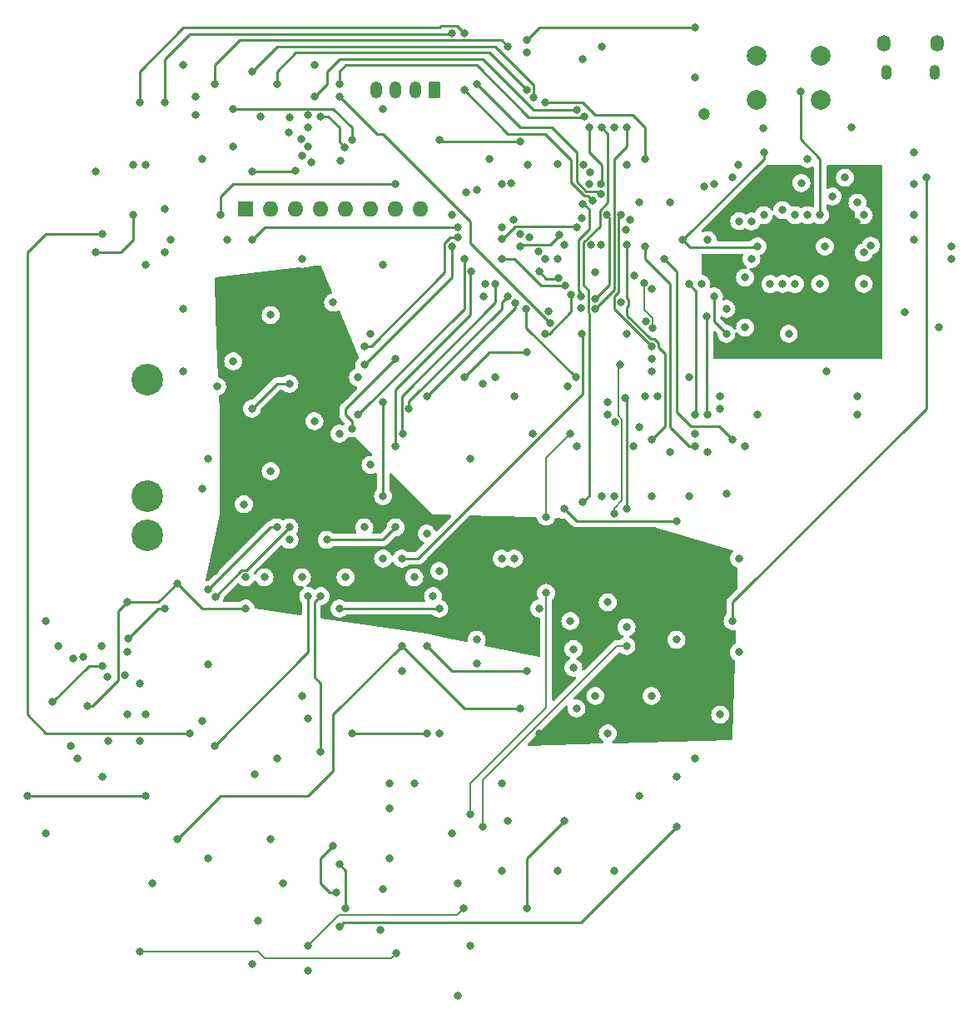
<source format=gbr>
%TF.GenerationSoftware,KiCad,Pcbnew,(6.0.10)*%
%TF.CreationDate,2023-01-27T04:18:18-05:00*%
%TF.ProjectId,vehicle-can-collector,76656869-636c-4652-9d63-616e2d636f6c,rev?*%
%TF.SameCoordinates,Original*%
%TF.FileFunction,Copper,L2,Inr*%
%TF.FilePolarity,Positive*%
%FSLAX46Y46*%
G04 Gerber Fmt 4.6, Leading zero omitted, Abs format (unit mm)*
G04 Created by KiCad (PCBNEW (6.0.10)) date 2023-01-27 04:18:18*
%MOMM*%
%LPD*%
G01*
G04 APERTURE LIST*
G04 Aperture macros list*
%AMRoundRect*
0 Rectangle with rounded corners*
0 $1 Rounding radius*
0 $2 $3 $4 $5 $6 $7 $8 $9 X,Y pos of 4 corners*
0 Add a 4 corners polygon primitive as box body*
4,1,4,$2,$3,$4,$5,$6,$7,$8,$9,$2,$3,0*
0 Add four circle primitives for the rounded corners*
1,1,$1+$1,$2,$3*
1,1,$1+$1,$4,$5*
1,1,$1+$1,$6,$7*
1,1,$1+$1,$8,$9*
0 Add four rect primitives between the rounded corners*
20,1,$1+$1,$2,$3,$4,$5,0*
20,1,$1+$1,$4,$5,$6,$7,0*
20,1,$1+$1,$6,$7,$8,$9,0*
20,1,$1+$1,$8,$9,$2,$3,0*%
G04 Aperture macros list end*
%TA.AperFunction,ComponentPad*%
%ADD10RoundRect,0.250000X0.350000X0.625000X-0.350000X0.625000X-0.350000X-0.625000X0.350000X-0.625000X0*%
%TD*%
%TA.AperFunction,ComponentPad*%
%ADD11O,1.200000X1.750000*%
%TD*%
%TA.AperFunction,ComponentPad*%
%ADD12O,1.350000X1.700000*%
%TD*%
%TA.AperFunction,ComponentPad*%
%ADD13O,1.100000X1.500000*%
%TD*%
%TA.AperFunction,ComponentPad*%
%ADD14C,3.215640*%
%TD*%
%TA.AperFunction,ComponentPad*%
%ADD15C,2.000000*%
%TD*%
%TA.AperFunction,ComponentPad*%
%ADD16C,1.206500*%
%TD*%
%TA.AperFunction,ComponentPad*%
%ADD17R,1.600000X1.600000*%
%TD*%
%TA.AperFunction,ComponentPad*%
%ADD18O,1.600000X1.600000*%
%TD*%
%TA.AperFunction,ViaPad*%
%ADD19C,0.800000*%
%TD*%
%TA.AperFunction,Conductor*%
%ADD20C,0.250000*%
%TD*%
%TA.AperFunction,Conductor*%
%ADD21C,0.200000*%
%TD*%
G04 APERTURE END LIST*
D10*
%TO.N,GND*%
%TO.C,J303*%
X114490000Y-46990000D03*
D11*
%TO.N,+3V3*%
X112490000Y-46990000D03*
%TO.N,SDA*%
X110490000Y-46990000D03*
%TO.N,SCL*%
X108490000Y-46990000D03*
%TD*%
D12*
%TO.N,GND*%
%TO.C,J302*%
X160155000Y-42180000D03*
D13*
X165305000Y-45180000D03*
X160465000Y-45180000D03*
D12*
X165615000Y-42180000D03*
%TD*%
D14*
%TO.N,MS_CAN_HI*%
%TO.C,J401*%
X85234780Y-76418440D03*
%TO.N,HS_CAN_HI*%
X85234780Y-88265000D03*
%TO.N,K_LINE*%
X85234780Y-92214700D03*
%TD*%
D15*
%TO.N,GND*%
%TO.C,SW201*%
X147245000Y-43470000D03*
X153745000Y-43470000D03*
%TO.N,Net-(R201-Pad2)*%
X147245000Y-47970000D03*
X153745000Y-47970000D03*
%TD*%
D16*
%TO.N,+3V3*%
%TO.C,J304*%
X141889480Y-49413160D03*
%TD*%
D17*
%TO.N,+3V3*%
%TO.C,RN701*%
X95240000Y-59055000D03*
D18*
%TO.N,~{SW_CAN_STATUS_INT}*%
X97780000Y-59055000D03*
%TO.N,~{SW_CAN_RX0BF}*%
X100320000Y-59055000D03*
%TO.N,~{SW_CAN_RX1BF}*%
X102860000Y-59055000D03*
%TO.N,~{SW_CAN_TX0RTS}*%
X105400000Y-59055000D03*
%TO.N,~{SW_CAN_TX1RTS}*%
X107940000Y-59055000D03*
%TO.N,~{SW_CAN_TX2RTS}*%
X110480000Y-59055000D03*
%TO.N,~{SW_CAN_RESET}*%
X113020000Y-59055000D03*
%TD*%
D19*
%TO.N,GND*%
X101600000Y-110871000D03*
%TO.N,ISO_K*%
X83312359Y-102743359D03*
%TO.N,MS_CAN_HI*%
X93980000Y-74549000D03*
%TO.N,K_LINE*%
X77724000Y-104775000D03*
%TO.N,HS_CAN_HI*%
X95059500Y-89090500D03*
%TO.N,J1850_TX+*%
X125794511Y-90359489D03*
X125794511Y-98106489D03*
%TO.N,J1850_RX*%
X113665000Y-92075000D03*
%TO.N,Net-(C201-Pad1)*%
X130805775Y-65456676D03*
%TO.N,GND*%
X104886289Y-54109113D03*
X135255000Y-118745000D03*
X144780000Y-55880000D03*
X86995000Y-59055000D03*
X86995000Y-63500000D03*
X145415000Y-104140000D03*
X101600000Y-50800000D03*
X124123599Y-61961489D03*
X137160000Y-78105000D03*
X83185000Y-104140000D03*
X146685000Y-64135000D03*
X90805000Y-111125000D03*
X77470000Y-113665000D03*
X95885000Y-135890000D03*
X112395000Y-96520000D03*
X97790000Y-85725000D03*
X116840000Y-127635000D03*
X130354011Y-62732101D03*
X116840000Y-139065000D03*
X153670000Y-66675000D03*
X129540000Y-43815000D03*
X146050000Y-71120000D03*
X151130000Y-59690000D03*
X91440000Y-105410000D03*
X85725000Y-127635000D03*
X154940000Y-57785000D03*
X162247500Y-69537500D03*
X125095000Y-99695000D03*
X130810000Y-108585000D03*
X140970000Y-81915000D03*
X131445000Y-42545000D03*
X118745000Y-105320500D03*
X143510000Y-110490000D03*
X114935000Y-112395000D03*
X135915000Y-70460000D03*
X85090537Y-110460642D03*
X107315000Y-91440000D03*
X127975000Y-77130000D03*
X145415000Y-94615000D03*
X80645000Y-116840000D03*
X154325000Y-75565000D03*
X135255000Y-58420000D03*
X88900000Y-75565000D03*
X102235000Y-44450000D03*
X152400000Y-53975000D03*
X121285000Y-117475000D03*
X124460000Y-81915000D03*
X132080000Y-112395000D03*
X104140000Y-68580000D03*
X121285000Y-126365000D03*
X140970000Y-114935000D03*
X157500000Y-78105000D03*
X108917500Y-132382500D03*
X118110000Y-84455000D03*
X87630000Y-62230000D03*
X132715000Y-50800000D03*
X121285000Y-94615000D03*
X88900000Y-69215000D03*
X90805000Y-53975000D03*
X109220000Y-128270000D03*
X147955000Y-59690000D03*
X128270000Y-100965000D03*
X127000000Y-54445499D03*
X139065000Y-102870000D03*
X97790000Y-69850000D03*
X114935000Y-95885000D03*
X116205000Y-122555000D03*
X90805000Y-87540500D03*
X97790000Y-123190000D03*
X91440000Y-84455000D03*
X109855000Y-117475000D03*
X132080000Y-99060000D03*
X91440000Y-125095000D03*
X132715000Y-126365000D03*
X96180000Y-116545000D03*
X81280000Y-113119500D03*
X121920000Y-121285000D03*
X101600000Y-136525000D03*
X100965000Y-108585000D03*
X112395000Y-117475000D03*
%TO.N,+1V8*%
X147955000Y-71755000D03*
X157408245Y-60396755D03*
X157480000Y-67945000D03*
X148590000Y-55880000D03*
%TO.N,+5V*%
X105410000Y-89535000D03*
X97155000Y-83185000D03*
X135890000Y-104775000D03*
X135890000Y-99695000D03*
X125095000Y-112395000D03*
X101600000Y-65405000D03*
X105410000Y-78105000D03*
X140970000Y-93980000D03*
X92075000Y-95885000D03*
X99695000Y-80645000D03*
%TO.N,+12V_SW*%
X113665000Y-112395000D03*
X106045000Y-112395000D03*
X80645000Y-61595000D03*
X89535000Y-112395000D03*
%TO.N,V_J1850*%
X123825000Y-130175000D03*
X127635000Y-121285000D03*
%TO.N,Net-(C510-Pad1)*%
X122555000Y-94615000D03*
%TO.N,+3V3*%
X97155000Y-96520000D03*
X126030219Y-69450321D03*
X104775000Y-81915000D03*
X142240000Y-83820000D03*
X128905000Y-83185000D03*
X118745000Y-102870000D03*
X150495000Y-71755000D03*
X140970000Y-45720000D03*
X96520000Y-131445000D03*
X163195000Y-56515000D03*
X109855000Y-125095000D03*
X84455000Y-113119500D03*
X156845000Y-50800000D03*
X100965000Y-96520000D03*
X139065000Y-116840000D03*
X146050000Y-83185000D03*
X81190500Y-106680000D03*
X133985000Y-54610000D03*
X146700000Y-60325000D03*
X134709500Y-83185000D03*
X147904200Y-50850800D03*
X106680000Y-76200000D03*
X157500000Y-80010000D03*
X141605000Y-66675000D03*
X128572500Y-105712500D03*
X98425000Y-114935000D03*
X158115000Y-66675000D03*
X95250000Y-96520000D03*
X163195000Y-59690000D03*
X80601218Y-103512022D03*
X105410000Y-96520000D03*
X123825000Y-43180000D03*
X123914500Y-54610000D03*
X100965000Y-64135000D03*
X131406926Y-62715950D03*
X109220000Y-48895000D03*
X147320000Y-80010000D03*
X165735000Y-71120000D03*
X140335000Y-76200000D03*
X88900000Y-44450000D03*
X80010000Y-55245000D03*
X99060000Y-127635000D03*
X136525000Y-108585000D03*
X163195000Y-53340000D03*
X158115000Y-63500000D03*
X138430000Y-83820000D03*
X125005500Y-63410500D03*
X92345000Y-77105000D03*
%TO.N,+3.3VA*%
X138430000Y-58420000D03*
%TO.N,BAT_LEVEL*%
X92075000Y-113665000D03*
X135890000Y-53975000D03*
X125730000Y-48260000D03*
X101600000Y-98425000D03*
X109220000Y-64770000D03*
X120015000Y-53975000D03*
X107950000Y-85090000D03*
%TO.N,SAE_LEVEL*%
X134797122Y-65862878D03*
X129450500Y-71755000D03*
X102870000Y-114300000D03*
X111125000Y-94615000D03*
X133439500Y-68580000D03*
X102870000Y-98425000D03*
%TO.N,+5V_SW*%
X111125000Y-103505000D03*
X109220000Y-88265000D03*
X109220000Y-94615000D03*
X107950000Y-71755000D03*
X109220000Y-78740000D03*
X127000000Y-126365000D03*
X88265000Y-123190000D03*
X123190000Y-109855000D03*
X128905000Y-109855000D03*
%TO.N,+3V3_SW*%
X133822650Y-78267350D03*
X133985000Y-89535000D03*
X104775000Y-47625000D03*
X133985000Y-101600000D03*
X128587500Y-103822500D03*
X126202650Y-70647350D03*
%TO.N,SW_CAN*%
X85090000Y-64770000D03*
%TO.N,VPLL*%
X157480000Y-58420000D03*
X149834500Y-59169011D03*
%TO.N,VPHY*%
X152400000Y-59690000D03*
X158115000Y-59690000D03*
%TO.N,J1850_BUS+*%
X109855000Y-120015000D03*
X110585000Y-134715000D03*
X84455000Y-134620000D03*
%TO.N,J1850_BUS-*%
X117410500Y-130175000D03*
X74930000Y-122555000D03*
X101600000Y-133985000D03*
%TO.N,VBUS*%
X144780000Y-100965000D03*
X164465000Y-55880000D03*
%TO.N,Net-(D901-Pad3)*%
X82990201Y-106485201D03*
%TO.N,Net-(D1101-Pad1)*%
X131445000Y-88265000D03*
%TO.N,Net-(D1102-Pad1)*%
X132715000Y-88265000D03*
%TO.N,Net-(D1111-Pad1)*%
X136525000Y-88265000D03*
%TO.N,Net-(D1112-Pad1)*%
X144145000Y-87995000D03*
%TO.N,Net-(D1113-Pad1)*%
X140335000Y-88265000D03*
%TO.N,VBAT*%
X85090000Y-118745000D03*
X74930000Y-100965000D03*
X73025000Y-118745000D03*
%TO.N,~{SDCARD_CS}*%
X129450500Y-59958511D03*
X133439500Y-59690000D03*
X136525000Y-73025000D03*
%TO.N,SDCARD_MOSI*%
X129540000Y-58509500D03*
X136525000Y-74295000D03*
X129348158Y-67945000D03*
%TO.N,SDCARD_SCK*%
X136525000Y-75565000D03*
X131990500Y-59690000D03*
X130797169Y-68203232D03*
%TO.N,SDCARD_MISO*%
X135890000Y-78105000D03*
X128815500Y-76200000D03*
X123190000Y-61604561D03*
X123785351Y-69254649D03*
%TO.N,~{SDCARD_DETECT}*%
X130810000Y-69215000D03*
X133985000Y-50800000D03*
%TO.N,SDA*%
X119650497Y-66675000D03*
X118745000Y-57150000D03*
X119380000Y-76835000D03*
X132080000Y-80010000D03*
X143510000Y-79375000D03*
%TO.N,SCL*%
X120650000Y-76200000D03*
X119469500Y-67945000D03*
X117669799Y-57344799D03*
X143510000Y-78105000D03*
X132080000Y-78740000D03*
%TO.N,~{PWR_CTRL}*%
X113665000Y-103505000D03*
X123825000Y-106045000D03*
X131445000Y-50800000D03*
X129540000Y-88900000D03*
%TO.N,+12V_ISO*%
X95250000Y-99695000D03*
X88265000Y-97155000D03*
X79121000Y-109601000D03*
X104775000Y-99695000D03*
X83185000Y-99060000D03*
X114935000Y-99695000D03*
%TO.N,SAE_PWM*%
X128369365Y-67742586D03*
X122555000Y-78105000D03*
X104775000Y-132080000D03*
X125730000Y-71755000D03*
X139065000Y-90805000D03*
X127635000Y-89535000D03*
X139065000Y-121920000D03*
%TO.N,HS_CAN_TX*%
X127071755Y-66111755D03*
X110490000Y-91440000D03*
X125095000Y-65405000D03*
X103505000Y-92710000D03*
X110490000Y-83185000D03*
X118199500Y-65405000D03*
%TO.N,MS_CAN_TX*%
X121285000Y-60960000D03*
X107315000Y-73025000D03*
X130280803Y-55368162D03*
X116840000Y-61959503D03*
%TO.N,HS_CAN_RX*%
X102235000Y-80645000D03*
X106680000Y-80010000D03*
X117475000Y-64135000D03*
X121285000Y-64135000D03*
X127778510Y-66818510D03*
%TO.N,MS_CAN_RX*%
X129629500Y-54610000D03*
X95885000Y-62230000D03*
X122527194Y-60155550D03*
X116840000Y-60960000D03*
%TO.N,~{HS_CAN_EN}*%
X120650000Y-66675000D03*
X130175000Y-50800000D03*
X99695000Y-92710000D03*
X126955798Y-64135000D03*
X111214500Y-81915000D03*
X131355500Y-56515000D03*
%TO.N,~{MS_CAN_EN}*%
X107315000Y-74930000D03*
X95885000Y-79375000D03*
X99695000Y-76835000D03*
X125730000Y-64135000D03*
X116205000Y-62865000D03*
X130175000Y-56515000D03*
%TO.N,SW_CAN_LOAD*%
X110490000Y-56515000D03*
X114935000Y-52070000D03*
X123190000Y-52159500D03*
X92710000Y-59690000D03*
%TO.N,Net-(Q707-Pad3)*%
X93345000Y-62230000D03*
%TO.N,SAE_VPW*%
X105410000Y-130175000D03*
X104775000Y-125730000D03*
%TO.N,J1850_RX*%
X117475000Y-76200000D03*
X114300000Y-98425000D03*
X123825000Y-73660000D03*
X104451250Y-128581250D03*
X111125000Y-106045000D03*
X129360989Y-69165878D03*
X104140000Y-123825000D03*
%TO.N,J1850_TX+*%
X133985000Y-71755000D03*
X118110000Y-133985000D03*
X128270000Y-81915000D03*
X136525000Y-67220500D03*
X118110000Y-120650000D03*
%TO.N,J1850_TX-*%
X132715000Y-90080500D03*
X136593404Y-71194011D03*
X135766838Y-66569197D03*
X119380000Y-121920000D03*
X133350000Y-74930000D03*
X133985000Y-103505000D03*
%TO.N,ISO_K*%
X110490000Y-74295000D03*
X106045000Y-81369500D03*
X78740000Y-104648000D03*
X86995000Y-99695000D03*
X116205000Y-59690000D03*
%TO.N,ISO_L*%
X76200000Y-103505000D03*
%TO.N,ISO_LINE*%
X80645000Y-105499500D03*
X75565000Y-109220000D03*
%TO.N,~{RESET}*%
X147320000Y-62865000D03*
X127635000Y-62697298D03*
X147955000Y-53340000D03*
X139700000Y-62230000D03*
X151110000Y-66695000D03*
%TO.N,Net-(R302-Pad2)*%
X145360500Y-54610000D03*
X156210000Y-55880000D03*
%TO.N,Net-(R303-Pad1)*%
X151765000Y-56419020D03*
%TO.N,SWDIO*%
X144145000Y-71755000D03*
X142875000Y-67945000D03*
X149860000Y-66675000D03*
%TO.N,Net-(R306-Pad2)*%
X167005000Y-62865000D03*
X163195000Y-62230000D03*
%TO.N,Net-(R307-Pad2)*%
X167005000Y-64135000D03*
X158821755Y-62793245D03*
X154162412Y-62875761D03*
%TO.N,SW_CAN_MODE0*%
X86995000Y-48260000D03*
X117475000Y-46990000D03*
X116205000Y-41185500D03*
X85090000Y-54610000D03*
X130521074Y-58218139D03*
%TO.N,SW_CAN_MODE1*%
X84455000Y-48260000D03*
X118745000Y-46355000D03*
X83820000Y-54610000D03*
X131355500Y-57514503D03*
X117475000Y-41185500D03*
%TO.N,Net-(R720-Pad2)*%
X83820000Y-59690000D03*
X80010000Y-63500000D03*
%TO.N,Net-(R905-Pad2)*%
X83185000Y-110490000D03*
%TO.N,~{ISO_RX}*%
X99695000Y-91440000D03*
X134317567Y-60167497D03*
X128905000Y-60960000D03*
X121920000Y-67945000D03*
X84455000Y-107315000D03*
X92146755Y-98496755D03*
X121285000Y-62140500D03*
X111849500Y-79375000D03*
%TO.N,~{ISO_TX}*%
X98425000Y-91440000D03*
X127167702Y-61640174D03*
X78105000Y-114935000D03*
X122626755Y-68651755D03*
X133923597Y-61139011D03*
X123190000Y-62865000D03*
X113665000Y-78105000D03*
X91440000Y-97790000D03*
%TO.N,~{LED_UART_RX}*%
X140335000Y-66675000D03*
X140970000Y-80010000D03*
X132837693Y-80767693D03*
%TO.N,~{LED_UART_TX}*%
X135255000Y-81280000D03*
X142150500Y-69939500D03*
X142240000Y-80010000D03*
X146050000Y-66040000D03*
%TO.N,~{LED_OBD_ACT}*%
X144780000Y-82550000D03*
X137795000Y-64135000D03*
%TO.N,~{LED_HOST_ACT}*%
X135890000Y-62894500D03*
X140970000Y-83185000D03*
%TO.N,~{LED_STATUS}*%
X136525000Y-82550000D03*
X134026624Y-62728482D03*
%TO.N,~{SW_CAN_STATUS_INT}*%
X100941199Y-51953344D03*
%TO.N,~{SW_CAN_RX0BF}*%
X101600000Y-52705000D03*
%TO.N,~{SW_CAN_RX1BF}*%
X100965000Y-53605500D03*
%TO.N,~{SW_CAN_TX0RTS}*%
X101880000Y-54330000D03*
%TO.N,~{SW_CAN_TX2RTS}*%
X100330000Y-55155500D03*
X95885000Y-55245000D03*
%TO.N,~{SW_CAN_RESET}*%
X105338245Y-52776755D03*
X102870000Y-49619500D03*
%TO.N,SW_CAN_SOF*%
X93980000Y-48895000D03*
X106045000Y-52070000D03*
%TO.N,~{OUTPUT_RTS}*%
X142240000Y-62230000D03*
X141901950Y-56743428D03*
%TO.N,~{OUTPUT_CTS}*%
X145447847Y-60303309D03*
X142875000Y-56515000D03*
%TO.N,SW_CAN_CS*%
X96783501Y-49619500D03*
X95885000Y-45085000D03*
X124545795Y-47698180D03*
X122278593Y-56406470D03*
%TO.N,SW_CAN_MISO*%
X123825000Y-46990000D03*
X99695000Y-49750500D03*
X121285000Y-56515000D03*
X98425000Y-46355000D03*
%TO.N,SW_CAN_MOSI*%
X101600000Y-49530000D03*
X129672870Y-49645845D03*
X104775000Y-46355000D03*
%TO.N,SW_CAN_SCK*%
X128919499Y-48989006D03*
X99652582Y-51246522D03*
X102235000Y-47625000D03*
%TO.N,SWCLK*%
X144145000Y-69215000D03*
X148610000Y-66695000D03*
%TO.N,CLK_USB*%
X153670000Y-59690000D03*
X151675489Y-47079511D03*
X123825000Y-41910000D03*
X140970000Y-40640000D03*
%TO.N,CLK_CAN*%
X92075000Y-46355000D03*
X121920000Y-42545000D03*
X93980000Y-52705000D03*
%TO.N,SW_CAN_TX*%
X90170000Y-49530000D03*
X90170000Y-47625000D03*
%TD*%
D20*
%TO.N,+12V_ISO*%
X82265201Y-99979799D02*
X83185000Y-99060000D01*
X79629000Y-109601000D02*
X82265201Y-106964799D01*
X79121000Y-109601000D02*
X79629000Y-109601000D01*
X82265201Y-106964799D02*
X82265201Y-99979799D01*
%TO.N,ISO_K*%
X83312359Y-102743359D02*
X86360718Y-99695000D01*
X86360718Y-99695000D02*
X86995000Y-99695000D01*
D21*
%TO.N,J1850_TX+*%
X125794511Y-90359489D02*
X125794511Y-84390489D01*
X125794511Y-84390489D02*
X128270000Y-81915000D01*
X118110000Y-117475000D02*
X125794511Y-109790489D01*
X118110000Y-120650000D02*
X118110000Y-117475000D01*
X125794511Y-109790489D02*
X125794511Y-98106489D01*
D20*
%TO.N,HS_CAN_TX*%
X109220000Y-92710000D02*
X110490000Y-91440000D01*
X103505000Y-92710000D02*
X109220000Y-92710000D01*
%TO.N,+12V_SW*%
X80645000Y-61595000D02*
X74930000Y-61595000D01*
X73025000Y-63500000D02*
X73025000Y-110490000D01*
X73025000Y-110490000D02*
X74930000Y-112395000D01*
X74930000Y-112395000D02*
X89535000Y-112395000D01*
X106045000Y-112395000D02*
X113665000Y-112395000D01*
X73025000Y-63500000D02*
X74930000Y-61595000D01*
%TO.N,V_J1850*%
X123825000Y-130175000D02*
X123825000Y-125095000D01*
X123825000Y-125095000D02*
X127635000Y-121285000D01*
%TO.N,BAT_LEVEL*%
X101600000Y-104140000D02*
X101600000Y-98425000D01*
X129540000Y-48260000D02*
X125730000Y-48260000D01*
X130810000Y-49530000D02*
X129540000Y-48260000D01*
X135890000Y-53975000D02*
X135890000Y-50800000D01*
X134620000Y-49530000D02*
X130810000Y-49530000D01*
X92075000Y-113665000D02*
X101600000Y-104140000D01*
X135890000Y-50800000D02*
X134620000Y-49530000D01*
%TO.N,SAE_LEVEL*%
X129450500Y-71755000D02*
X129540011Y-71844511D01*
X102235000Y-99060000D02*
X102870000Y-98425000D01*
X102870000Y-114300000D02*
X102870000Y-107315000D01*
X129540011Y-77859603D02*
X112784614Y-94615000D01*
X112784614Y-94615000D02*
X111125000Y-94615000D01*
X102235000Y-106680000D02*
X102235000Y-99060000D01*
X102870000Y-107315000D02*
X102235000Y-106680000D01*
X129540011Y-71844511D02*
X129540011Y-77859603D01*
%TO.N,+5V_SW*%
X104140000Y-116205000D02*
X101600000Y-118745000D01*
X109220000Y-88265000D02*
X109220000Y-78740000D01*
X101600000Y-118745000D02*
X92710000Y-118745000D01*
X92710000Y-118745000D02*
X88265000Y-123190000D01*
X111125000Y-103505000D02*
X104140000Y-110490000D01*
X117475000Y-109855000D02*
X111125000Y-103505000D01*
X123190000Y-109855000D02*
X117475000Y-109855000D01*
X104140000Y-110490000D02*
X104140000Y-116205000D01*
%TO.N,+3V3_SW*%
X118110000Y-60325000D02*
X109220000Y-51435000D01*
X126202650Y-70647350D02*
X118110000Y-62554700D01*
X108585000Y-51435000D02*
X104775000Y-47625000D01*
X109220000Y-51435000D02*
X108585000Y-51435000D01*
X118110000Y-62554700D02*
X118110000Y-60325000D01*
X133985000Y-78429700D02*
X133822650Y-78267350D01*
X133985000Y-89535000D02*
X133985000Y-78429700D01*
D21*
%TO.N,J1850_BUS+*%
X97155000Y-135255000D02*
X96520000Y-134620000D01*
X96520000Y-134620000D02*
X84455000Y-134620000D01*
X110585000Y-134715000D02*
X110045000Y-135255000D01*
X110045000Y-135255000D02*
X97155000Y-135255000D01*
%TO.N,J1850_BUS-*%
X116710989Y-130874511D02*
X117410500Y-130175000D01*
X101600000Y-133985000D02*
X104710489Y-130874511D01*
X104710489Y-130874511D02*
X116710989Y-130874511D01*
D20*
%TO.N,VBUS*%
X144780000Y-100965000D02*
X144780000Y-99060000D01*
X164465000Y-79375000D02*
X164465000Y-55880000D01*
X144780000Y-99060000D02*
X164465000Y-79375000D01*
%TO.N,VBAT*%
X85090000Y-118745000D02*
X73025000Y-118745000D01*
%TO.N,~{SDCARD_CS}*%
X133164520Y-59964980D02*
X133164520Y-67496198D01*
X132715000Y-69215000D02*
X136525000Y-73025000D01*
X132715000Y-67945718D02*
X132715000Y-69215000D01*
X133439500Y-59690000D02*
X133164520Y-59964980D01*
X133164520Y-67496198D02*
X132715000Y-67945718D01*
%TO.N,SDCARD_MOSI*%
X129348158Y-67945000D02*
X129348158Y-67609663D01*
X129066266Y-67327771D02*
X129066266Y-62230000D01*
X130175000Y-59055000D02*
X129629500Y-58509500D01*
X129348158Y-67609663D02*
X129066266Y-67327771D01*
X130175000Y-61121266D02*
X130175000Y-59055000D01*
X129066266Y-62230000D02*
X130175000Y-61121266D01*
X129629500Y-58509500D02*
X129540000Y-58509500D01*
%TO.N,SDCARD_SCK*%
X132265480Y-66734921D02*
X130797169Y-68203232D01*
X132265480Y-59964980D02*
X132265480Y-66734921D01*
X131990500Y-59690000D02*
X132265480Y-59964980D01*
%TO.N,SDCARD_MISO*%
X128815500Y-76200000D02*
X123785351Y-71169851D01*
X123785351Y-71169851D02*
X123785351Y-69254649D01*
%TO.N,~{SDCARD_DETECT}*%
X132715000Y-67310000D02*
X132715000Y-53975000D01*
X133985000Y-52705000D02*
X133985000Y-50800000D01*
X130810000Y-69215000D02*
X132715000Y-67310000D01*
X132715000Y-53975000D02*
X133985000Y-52705000D01*
%TO.N,~{PWR_CTRL}*%
X130072658Y-68503335D02*
X130072658Y-67310000D01*
X129612106Y-62449392D02*
X131265989Y-60795509D01*
X116205000Y-106045000D02*
X123825000Y-106045000D01*
X130085489Y-69515103D02*
X130085489Y-68516166D01*
X129540000Y-88900000D02*
X130175000Y-88265000D01*
X132080000Y-51435000D02*
X131445000Y-50800000D01*
X130175000Y-69604614D02*
X130085489Y-69515103D01*
X129612106Y-66849448D02*
X129612106Y-62449392D01*
X130175000Y-88265000D02*
X130175000Y-69604614D01*
X131265989Y-60795509D02*
X131265989Y-59234011D01*
X113665000Y-103505000D02*
X116205000Y-106045000D01*
X130085489Y-68516166D02*
X130072658Y-68503335D01*
X130072658Y-67310000D02*
X129612106Y-66849448D01*
X131265989Y-59234011D02*
X132080000Y-58420000D01*
X132080000Y-58420000D02*
X132080000Y-51435000D01*
%TO.N,+12V_ISO*%
X86360000Y-99060000D02*
X88265000Y-97155000D01*
X83185000Y-99060000D02*
X86360000Y-99060000D01*
X95250000Y-99695000D02*
X90805000Y-99695000D01*
X90805000Y-99695000D02*
X88265000Y-97155000D01*
X114935000Y-99695000D02*
X104775000Y-99695000D01*
%TO.N,SAE_PWM*%
X128369365Y-67742586D02*
X128369365Y-69505249D01*
X126119614Y-71755000D02*
X125730000Y-71755000D01*
X105197011Y-131657989D02*
X104775000Y-132080000D01*
X128905000Y-90805000D02*
X139065000Y-90805000D01*
X128369365Y-69505249D02*
X126119614Y-71755000D01*
X127635000Y-89535000D02*
X128905000Y-90805000D01*
X129327011Y-131657989D02*
X105197011Y-131657989D01*
X139065000Y-121920000D02*
X129327011Y-131657989D01*
%TO.N,HS_CAN_TX*%
X110490000Y-77470000D02*
X110490000Y-83185000D01*
X118110000Y-69850000D02*
X110490000Y-77470000D01*
X127053999Y-66129511D02*
X125819511Y-66129511D01*
X127071755Y-66111755D02*
X127053999Y-66129511D01*
X118110000Y-65494500D02*
X118110000Y-69850000D01*
X118199500Y-65405000D02*
X118110000Y-65494500D01*
X125819511Y-66129511D02*
X125095000Y-65405000D01*
%TO.N,MS_CAN_TX*%
X115480489Y-62564897D02*
X116085883Y-61959503D01*
X116085883Y-61959503D02*
X116840000Y-61959503D01*
X115480489Y-65530274D02*
X115480489Y-62564897D01*
X107985763Y-73025000D02*
X115480489Y-65530274D01*
X107315000Y-73025000D02*
X107985763Y-73025000D01*
%TO.N,HS_CAN_RX*%
X117475000Y-69215000D02*
X117475000Y-64135000D01*
X127778510Y-66818510D02*
X127760754Y-66836266D01*
X127760754Y-66836266D02*
X125256266Y-66836266D01*
X106680000Y-80010000D02*
X117475000Y-69215000D01*
X122555000Y-64135000D02*
X121285000Y-64135000D01*
X125256266Y-66836266D02*
X122555000Y-64135000D01*
%TO.N,MS_CAN_RX*%
X95885000Y-62230000D02*
X97155000Y-60960000D01*
X97155000Y-60960000D02*
X116840000Y-60960000D01*
%TO.N,~{HS_CAN_EN}*%
X111125000Y-78105000D02*
X120650000Y-68580000D01*
X130175000Y-53340000D02*
X130175000Y-50800000D01*
X131445000Y-56425500D02*
X131445000Y-54610000D01*
X111125000Y-81825500D02*
X111125000Y-78105000D01*
X131445000Y-54610000D02*
X130175000Y-53340000D01*
X120650000Y-68580000D02*
X120650000Y-66675000D01*
X131355500Y-56515000D02*
X131445000Y-56425500D01*
X111214500Y-81915000D02*
X111125000Y-81825500D01*
%TO.N,~{MS_CAN_EN}*%
X108585718Y-73660000D02*
X111125000Y-71120718D01*
X108585000Y-73660000D02*
X108585718Y-73660000D01*
X111125000Y-71120000D02*
X116205000Y-66040000D01*
X116205000Y-66040000D02*
X116205000Y-62865000D01*
X98425000Y-76835000D02*
X99695000Y-76835000D01*
X107315000Y-74930000D02*
X108585000Y-73660000D01*
X95885000Y-79375000D02*
X98425000Y-76835000D01*
X111125000Y-71120718D02*
X111125000Y-71120000D01*
%TO.N,SW_CAN_LOAD*%
X93980000Y-56515000D02*
X110490000Y-56515000D01*
X92710000Y-57785000D02*
X93980000Y-56515000D01*
X92710000Y-59690000D02*
X92710000Y-57785000D01*
X114935000Y-52070000D02*
X115024500Y-52159500D01*
X115024500Y-52159500D02*
X123190000Y-52159500D01*
%TO.N,SAE_VPW*%
X105410000Y-130175000D02*
X105410000Y-126365000D01*
X105410000Y-126365000D02*
X104775000Y-125730000D01*
%TO.N,J1850_RX*%
X102870000Y-127635000D02*
X102870000Y-125095000D01*
X102870000Y-125095000D02*
X104140000Y-123825000D01*
X120015000Y-73660000D02*
X117475000Y-76200000D01*
X123825000Y-73660000D02*
X120015000Y-73660000D01*
X103816250Y-128581250D02*
X102870000Y-127635000D01*
X104451250Y-128581250D02*
X103816250Y-128581250D01*
D21*
%TO.N,J1850_TX-*%
X133537204Y-80477945D02*
X133537204Y-88712796D01*
X133123139Y-75156861D02*
X133123139Y-80063880D01*
X133123139Y-80063880D02*
X133537204Y-80477945D01*
X136614511Y-70170252D02*
X136614511Y-71172904D01*
X135766838Y-66569197D02*
X135766838Y-69322579D01*
X133537204Y-88712796D02*
X132715000Y-89535000D01*
X119380000Y-117120741D02*
X119380000Y-121920000D01*
X135766838Y-69322579D02*
X136614511Y-70170252D01*
X136614511Y-71172904D02*
X136593404Y-71194011D01*
X132995741Y-103505000D02*
X119380000Y-117120741D01*
X133350000Y-74930000D02*
X133123139Y-75156861D01*
X132715000Y-89535000D02*
X132715000Y-90080500D01*
X133985000Y-103505000D02*
X132995741Y-103505000D01*
D20*
%TO.N,ISO_K*%
X105410000Y-79375000D02*
X110490000Y-74295000D01*
X106045000Y-81369500D02*
X106045000Y-80645000D01*
X106045000Y-80645000D02*
X105410000Y-80010000D01*
X105410000Y-80010000D02*
X105410000Y-79375000D01*
%TO.N,ISO_LINE*%
X80645000Y-105499500D02*
X79285500Y-105499500D01*
X79285500Y-105499500D02*
X75565000Y-109220000D01*
%TO.N,~{RESET}*%
X147230489Y-62954511D02*
X140424511Y-62954511D01*
X140424511Y-62954511D02*
X139700000Y-62230000D01*
X147320000Y-62865000D02*
X147230489Y-62954511D01*
X147955000Y-53975000D02*
X147955000Y-53340000D01*
X139700000Y-62230000D02*
X147955000Y-53975000D01*
%TO.N,SWDIO*%
X142875000Y-70485000D02*
X142875000Y-67945000D01*
X144145000Y-71755000D02*
X142875000Y-70485000D01*
%TO.N,SW_CAN_MODE0*%
X129688699Y-57689031D02*
X128359511Y-56359843D01*
X129991966Y-57689031D02*
X129688699Y-57689031D01*
X125730000Y-51435000D02*
X121920000Y-51435000D01*
X121920000Y-51435000D02*
X117475000Y-46990000D01*
X128359511Y-56359843D02*
X128359511Y-54064511D01*
X130521074Y-58218139D02*
X129991966Y-57689031D01*
X116115500Y-41275000D02*
X116205000Y-41185500D01*
X89535000Y-41275000D02*
X116115500Y-41275000D01*
X86995000Y-43815000D02*
X89535000Y-41275000D01*
X128359511Y-54064511D02*
X125730000Y-51435000D01*
X86995000Y-48260000D02*
X86995000Y-43815000D01*
%TO.N,SW_CAN_MODE1*%
X126365000Y-50800000D02*
X123190000Y-50800000D01*
X116750489Y-40460989D02*
X117475000Y-41185500D01*
X131355500Y-57514503D02*
X131080508Y-57239511D01*
X88900000Y-40640000D02*
X114935000Y-40640000D01*
X115114011Y-40460989D02*
X116750489Y-40460989D01*
X84455000Y-45085000D02*
X88900000Y-40640000D01*
X123190000Y-50800000D02*
X118745000Y-46355000D01*
X128905000Y-56269614D02*
X128905000Y-53340000D01*
X114935000Y-40640000D02*
X115114011Y-40460989D01*
X128905000Y-53340000D02*
X126365000Y-50800000D01*
X131080508Y-57239511D02*
X129874897Y-57239511D01*
X84455000Y-48260000D02*
X84455000Y-45085000D01*
X129874897Y-57239511D02*
X128905000Y-56269614D01*
%TO.N,Net-(R720-Pad2)*%
X80010000Y-63500000D02*
X82550000Y-63500000D01*
X82550000Y-63500000D02*
X83820000Y-62230000D01*
X83820000Y-62230000D02*
X83820000Y-59690000D01*
%TO.N,~{ISO_RX}*%
X121285000Y-69215000D02*
X121285000Y-68580000D01*
X122644511Y-60870489D02*
X121374500Y-62140500D01*
X128815489Y-60870489D02*
X122644511Y-60870489D01*
X121374500Y-62140500D02*
X121285000Y-62140500D01*
X111849500Y-79375000D02*
X111849500Y-78650500D01*
X95339511Y-95795489D02*
X99695000Y-91440000D01*
X121285000Y-68580000D02*
X121920000Y-67945000D01*
X128905000Y-60960000D02*
X128815489Y-60870489D01*
X94848021Y-95795489D02*
X95339511Y-95795489D01*
X92146755Y-98496755D02*
X94848021Y-95795489D01*
X111849500Y-78650500D02*
X121285000Y-69215000D01*
%TO.N,~{ISO_TX}*%
X127167702Y-61762184D02*
X126243897Y-62685989D01*
X91440000Y-97790000D02*
X97790000Y-91440000D01*
X97790000Y-91440000D02*
X98425000Y-91440000D01*
X123369011Y-62685989D02*
X123190000Y-62865000D01*
X126243897Y-62685989D02*
X123369011Y-62685989D01*
X122626755Y-69143245D02*
X122626755Y-68651755D01*
X113665000Y-78105000D02*
X122626755Y-69143245D01*
X127167702Y-61640174D02*
X127167702Y-61762184D01*
%TO.N,~{LED_UART_RX}*%
X141059511Y-67399511D02*
X141059511Y-79920489D01*
X141059511Y-79920489D02*
X140970000Y-80010000D01*
X140335000Y-66675000D02*
X141059511Y-67399511D01*
%TO.N,~{LED_UART_TX}*%
X142150500Y-79920500D02*
X142240000Y-80010000D01*
X142150500Y-69939500D02*
X142150500Y-79920500D01*
%TO.N,~{LED_OBD_ACT}*%
X140562989Y-81190489D02*
X139065000Y-79692500D01*
X139065000Y-79692500D02*
X139065000Y-65405000D01*
X144780000Y-82550000D02*
X143420489Y-81190489D01*
X139065000Y-65405000D02*
X137795000Y-64135000D01*
X143420489Y-81190489D02*
X140562989Y-81190489D01*
%TO.N,~{LED_HOST_ACT}*%
X140970000Y-83185000D02*
X140335000Y-83185000D01*
X138430000Y-81280000D02*
X138430000Y-66675000D01*
X140335000Y-83185000D02*
X138430000Y-81280000D01*
X138430000Y-66675000D02*
X135890000Y-64135000D01*
X135890000Y-64135000D02*
X135890000Y-62894500D01*
%TO.N,~{LED_STATUS}*%
X137249511Y-72724897D02*
X136825103Y-72300489D01*
X137249511Y-73114511D02*
X137249511Y-72724897D01*
X134026624Y-69017490D02*
X134164011Y-68880103D01*
X134026624Y-69890906D02*
X134026624Y-69017490D01*
X134026624Y-68142510D02*
X134026624Y-62728482D01*
X134164011Y-68880103D02*
X134164011Y-68279897D01*
X134164011Y-68279897D02*
X134026624Y-68142510D01*
X136436207Y-72300489D02*
X134026624Y-69890906D01*
X137884511Y-73749511D02*
X137249511Y-73114511D01*
X136525000Y-82550000D02*
X137884511Y-81190489D01*
X136825103Y-72300489D02*
X136436207Y-72300489D01*
X137884511Y-81190489D02*
X137884511Y-73749511D01*
%TO.N,~{SW_CAN_TX2RTS}*%
X100240500Y-55245000D02*
X100330000Y-55155500D01*
X95885000Y-55245000D02*
X100240500Y-55245000D01*
%TO.N,~{SW_CAN_RESET}*%
X104775000Y-52213510D02*
X105338245Y-52776755D01*
X104775000Y-50800000D02*
X104775000Y-52213510D01*
X102870000Y-49619500D02*
X103594500Y-49619500D01*
X103594500Y-49619500D02*
X104775000Y-50800000D01*
%TO.N,SW_CAN_SOF*%
X106045000Y-50800000D02*
X106045000Y-52070000D01*
X93980000Y-48895000D02*
X104140000Y-48895000D01*
X104140000Y-48895000D02*
X106045000Y-50800000D01*
%TO.N,SW_CAN_CS*%
X124545795Y-47698180D02*
X124545795Y-47293819D01*
X120650000Y-42545000D02*
X98425000Y-42545000D01*
X124549511Y-46444511D02*
X120650000Y-42545000D01*
X98425000Y-42545000D02*
X95885000Y-45085000D01*
X124545795Y-47293819D02*
X124549511Y-47290103D01*
X124549511Y-47290103D02*
X124549511Y-46444511D01*
%TO.N,SW_CAN_MISO*%
X120014282Y-43180000D02*
X100330000Y-43180000D01*
X100330000Y-43180000D02*
X98425000Y-45085000D01*
X123824282Y-46990000D02*
X120014282Y-43180000D01*
X98425000Y-45085000D02*
X98425000Y-46355000D01*
X123825000Y-46990000D02*
X123824282Y-46990000D01*
%TO.N,SW_CAN_MOSI*%
X129672870Y-49645845D02*
X129605198Y-49713517D01*
X124008517Y-49713517D02*
X118745000Y-44450000D01*
X105410000Y-44450000D02*
X118745000Y-44450000D01*
X104775000Y-46355000D02*
X104775000Y-45085000D01*
X104775000Y-45085000D02*
X105410000Y-44450000D01*
X129605198Y-49713517D02*
X124008517Y-49713517D01*
%TO.N,SW_CAN_SCK*%
X103505000Y-46355000D02*
X103505000Y-45085000D01*
X128919499Y-48989006D02*
X124554006Y-48989006D01*
X124554006Y-48989006D02*
X119380000Y-43815000D01*
X103505000Y-45085000D02*
X104775000Y-43815000D01*
X102235000Y-47625000D02*
X103505000Y-46355000D01*
X104775000Y-43815000D02*
X119380000Y-43815000D01*
%TO.N,CLK_USB*%
X125095000Y-40640000D02*
X140970000Y-40640000D01*
X151675489Y-47079511D02*
X151675489Y-51980489D01*
X151675489Y-51980489D02*
X153670000Y-53975000D01*
X123825000Y-41910000D02*
X125095000Y-40640000D01*
X153670000Y-53975000D02*
X153670000Y-59690000D01*
%TO.N,CLK_CAN*%
X94615000Y-41910000D02*
X121285000Y-41910000D01*
X92075000Y-44450000D02*
X94615000Y-41910000D01*
X121285000Y-41910000D02*
X121920000Y-42545000D01*
X92075000Y-46355000D02*
X92075000Y-44450000D01*
%TD*%
%TA.AperFunction,Conductor*%
%TO.N,+5V*%
G36*
X102845128Y-64793066D02*
G01*
X102897572Y-64840922D01*
X102906368Y-64858323D01*
X104005547Y-67527758D01*
X104012989Y-67598363D01*
X103981077Y-67661783D01*
X103915235Y-67698979D01*
X103857712Y-67711206D01*
X103851682Y-67713891D01*
X103851681Y-67713891D01*
X103689278Y-67786197D01*
X103689276Y-67786198D01*
X103683248Y-67788882D01*
X103528747Y-67901134D01*
X103524326Y-67906044D01*
X103524325Y-67906045D01*
X103416044Y-68026304D01*
X103400960Y-68043056D01*
X103359918Y-68114142D01*
X103321891Y-68180008D01*
X103305473Y-68208444D01*
X103246458Y-68390072D01*
X103226496Y-68580000D01*
X103246458Y-68769928D01*
X103305473Y-68951556D01*
X103400960Y-69116944D01*
X103405378Y-69121851D01*
X103405379Y-69121852D01*
X103449753Y-69171134D01*
X103528747Y-69258866D01*
X103683248Y-69371118D01*
X103689276Y-69373802D01*
X103689278Y-69373803D01*
X103794007Y-69420431D01*
X103857712Y-69448794D01*
X103950858Y-69468593D01*
X104038056Y-69487128D01*
X104038061Y-69487128D01*
X104044513Y-69488500D01*
X104235487Y-69488500D01*
X104241939Y-69487128D01*
X104241944Y-69487128D01*
X104329142Y-69468593D01*
X104422288Y-69448794D01*
X104596752Y-69371118D01*
X104602094Y-69367237D01*
X104607391Y-69364179D01*
X104676387Y-69347442D01*
X104743478Y-69370663D01*
X104786898Y-69425324D01*
X106721753Y-74124258D01*
X106729195Y-74194861D01*
X106698882Y-74256537D01*
X106575960Y-74393056D01*
X106542438Y-74451118D01*
X106485926Y-74549000D01*
X106480473Y-74558444D01*
X106421458Y-74740072D01*
X106401496Y-74930000D01*
X106421458Y-75119928D01*
X106423498Y-75126206D01*
X106443371Y-75187370D01*
X106445398Y-75258338D01*
X106408736Y-75319136D01*
X106374786Y-75341413D01*
X106229281Y-75406195D01*
X106229274Y-75406199D01*
X106223248Y-75408882D01*
X106217907Y-75412762D01*
X106217906Y-75412763D01*
X106209093Y-75419166D01*
X106068747Y-75521134D01*
X105940960Y-75663056D01*
X105845473Y-75828444D01*
X105786458Y-76010072D01*
X105785768Y-76016633D01*
X105785768Y-76016635D01*
X105770126Y-76165460D01*
X105766496Y-76200000D01*
X105767186Y-76206565D01*
X105780208Y-76330458D01*
X105786458Y-76389928D01*
X105845473Y-76571556D01*
X105940960Y-76736944D01*
X105945378Y-76741851D01*
X105945379Y-76741852D01*
X106023339Y-76828435D01*
X106068747Y-76878866D01*
X106223248Y-76991118D01*
X106229276Y-76993802D01*
X106229278Y-76993803D01*
X106391681Y-77066109D01*
X106397712Y-77068794D01*
X106486260Y-77087616D01*
X106519231Y-77094624D01*
X106581705Y-77128353D01*
X106616026Y-77190502D01*
X106611298Y-77261341D01*
X106582129Y-77306966D01*
X105017747Y-78871348D01*
X105009461Y-78878888D01*
X105002982Y-78883000D01*
X104997557Y-78888777D01*
X104956357Y-78932651D01*
X104953602Y-78935493D01*
X104933865Y-78955230D01*
X104931385Y-78958427D01*
X104923682Y-78967447D01*
X104893414Y-78999679D01*
X104889595Y-79006625D01*
X104889593Y-79006628D01*
X104883652Y-79017434D01*
X104872801Y-79033953D01*
X104860386Y-79049959D01*
X104857241Y-79057228D01*
X104857238Y-79057232D01*
X104842826Y-79090537D01*
X104837609Y-79101187D01*
X104816305Y-79139940D01*
X104814334Y-79147615D01*
X104814334Y-79147616D01*
X104811267Y-79159562D01*
X104804863Y-79178266D01*
X104796819Y-79196855D01*
X104795580Y-79204678D01*
X104795577Y-79204688D01*
X104789901Y-79240524D01*
X104787495Y-79252144D01*
X104776500Y-79294970D01*
X104776500Y-79315224D01*
X104774949Y-79334934D01*
X104771780Y-79354943D01*
X104772526Y-79362835D01*
X104775941Y-79398961D01*
X104776500Y-79410819D01*
X104776500Y-79931233D01*
X104775973Y-79942416D01*
X104774298Y-79949909D01*
X104774547Y-79957832D01*
X104774547Y-79957833D01*
X104776438Y-80017986D01*
X104776500Y-80021945D01*
X104776500Y-80049856D01*
X104776997Y-80053790D01*
X104776997Y-80053791D01*
X104777005Y-80053856D01*
X104777938Y-80065693D01*
X104779327Y-80109889D01*
X104784978Y-80129339D01*
X104788987Y-80148700D01*
X104791526Y-80168797D01*
X104794445Y-80176168D01*
X104794445Y-80176170D01*
X104807804Y-80209912D01*
X104811649Y-80221142D01*
X104821771Y-80255983D01*
X104823982Y-80263593D01*
X104828015Y-80270412D01*
X104828017Y-80270417D01*
X104834293Y-80281028D01*
X104842988Y-80298776D01*
X104850448Y-80317617D01*
X104855110Y-80324033D01*
X104855110Y-80324034D01*
X104876436Y-80353387D01*
X104882952Y-80363307D01*
X104893745Y-80381556D01*
X104905458Y-80401362D01*
X104919779Y-80415683D01*
X104932619Y-80430716D01*
X104944528Y-80447107D01*
X104978605Y-80475298D01*
X104987384Y-80483288D01*
X105248829Y-80744733D01*
X105282855Y-80807045D01*
X105277790Y-80877860D01*
X105268858Y-80896819D01*
X105213476Y-80992743D01*
X105162094Y-81041735D01*
X105092380Y-81055170D01*
X105065422Y-81049574D01*
X105063315Y-81048889D01*
X105057288Y-81046206D01*
X105050835Y-81044834D01*
X105050834Y-81044834D01*
X104876944Y-81007872D01*
X104876939Y-81007872D01*
X104870487Y-81006500D01*
X104679513Y-81006500D01*
X104673061Y-81007872D01*
X104673056Y-81007872D01*
X104605279Y-81022279D01*
X104492712Y-81046206D01*
X104486682Y-81048891D01*
X104486681Y-81048891D01*
X104324278Y-81121197D01*
X104324276Y-81121198D01*
X104318248Y-81123882D01*
X104163747Y-81236134D01*
X104159326Y-81241044D01*
X104159325Y-81241045D01*
X104081257Y-81327749D01*
X104035960Y-81378056D01*
X103940473Y-81543444D01*
X103881458Y-81725072D01*
X103880768Y-81731633D01*
X103880768Y-81731635D01*
X103867444Y-81858404D01*
X103861496Y-81915000D01*
X103881458Y-82104928D01*
X103940473Y-82286556D01*
X104035960Y-82451944D01*
X104163747Y-82593866D01*
X104318248Y-82706118D01*
X104324276Y-82708802D01*
X104324278Y-82708803D01*
X104486681Y-82781109D01*
X104492712Y-82783794D01*
X104586112Y-82803647D01*
X104673056Y-82822128D01*
X104673061Y-82822128D01*
X104679513Y-82823500D01*
X104870487Y-82823500D01*
X104876939Y-82822128D01*
X104876944Y-82822128D01*
X104963888Y-82803647D01*
X105057288Y-82783794D01*
X105063319Y-82781109D01*
X105225722Y-82708803D01*
X105225724Y-82708802D01*
X105231752Y-82706118D01*
X105386253Y-82593866D01*
X105514040Y-82451944D01*
X105606523Y-82291759D01*
X105657906Y-82242766D01*
X105727619Y-82229330D01*
X105754578Y-82234926D01*
X105756685Y-82235611D01*
X105762712Y-82238294D01*
X105769165Y-82239666D01*
X105769166Y-82239666D01*
X105943056Y-82276628D01*
X105943061Y-82276628D01*
X105949513Y-82278000D01*
X106140487Y-82278000D01*
X106146940Y-82276628D01*
X106146953Y-82276627D01*
X106301222Y-82243835D01*
X106372012Y-82249236D01*
X106416514Y-82277986D01*
X108104933Y-83966405D01*
X108138959Y-84028717D01*
X108133894Y-84099532D01*
X108091347Y-84156368D01*
X108024827Y-84181179D01*
X108015838Y-84181500D01*
X107854513Y-84181500D01*
X107848061Y-84182872D01*
X107848056Y-84182872D01*
X107761112Y-84201353D01*
X107667712Y-84221206D01*
X107661682Y-84223891D01*
X107661681Y-84223891D01*
X107499278Y-84296197D01*
X107499276Y-84296198D01*
X107493248Y-84298882D01*
X107338747Y-84411134D01*
X107210960Y-84553056D01*
X107115473Y-84718444D01*
X107056458Y-84900072D01*
X107055768Y-84906633D01*
X107055768Y-84906635D01*
X107046802Y-84991944D01*
X107036496Y-85090000D01*
X107056458Y-85279928D01*
X107115473Y-85461556D01*
X107210960Y-85626944D01*
X107338747Y-85768866D01*
X107493248Y-85881118D01*
X107499276Y-85883802D01*
X107499278Y-85883803D01*
X107650298Y-85951041D01*
X107667712Y-85958794D01*
X107761112Y-85978647D01*
X107848056Y-85997128D01*
X107848061Y-85997128D01*
X107854513Y-85998500D01*
X108045487Y-85998500D01*
X108051939Y-85997128D01*
X108051944Y-85997128D01*
X108138888Y-85978647D01*
X108232288Y-85958794D01*
X108256656Y-85947945D01*
X108406752Y-85881118D01*
X108407677Y-85883196D01*
X108466488Y-85868924D01*
X108533581Y-85892141D01*
X108577472Y-85947945D01*
X108586500Y-85994782D01*
X108586500Y-87562476D01*
X108566498Y-87630597D01*
X108554142Y-87646779D01*
X108480960Y-87728056D01*
X108385473Y-87893444D01*
X108326458Y-88075072D01*
X108325768Y-88081633D01*
X108325768Y-88081635D01*
X108311106Y-88221134D01*
X108306496Y-88265000D01*
X108307186Y-88271565D01*
X108321500Y-88407751D01*
X108326458Y-88454928D01*
X108385473Y-88636556D01*
X108480960Y-88801944D01*
X108608747Y-88943866D01*
X108763248Y-89056118D01*
X108769276Y-89058802D01*
X108769278Y-89058803D01*
X108864084Y-89101013D01*
X108937712Y-89133794D01*
X109031113Y-89153647D01*
X109118056Y-89172128D01*
X109118061Y-89172128D01*
X109124513Y-89173500D01*
X109315487Y-89173500D01*
X109321939Y-89172128D01*
X109321944Y-89172128D01*
X109408887Y-89153647D01*
X109502288Y-89133794D01*
X109575916Y-89101013D01*
X109670722Y-89058803D01*
X109670724Y-89058802D01*
X109676752Y-89056118D01*
X109831253Y-88943866D01*
X109959040Y-88801944D01*
X110054527Y-88636556D01*
X110113542Y-88454928D01*
X110118501Y-88407751D01*
X110132814Y-88271565D01*
X110133504Y-88265000D01*
X110128894Y-88221134D01*
X110114232Y-88081635D01*
X110114232Y-88081633D01*
X110113542Y-88075072D01*
X110054527Y-87893444D01*
X109959040Y-87728056D01*
X109885863Y-87646785D01*
X109855147Y-87582779D01*
X109853500Y-87562476D01*
X109853500Y-86019162D01*
X109873502Y-85951041D01*
X109927158Y-85904548D01*
X109997432Y-85894444D01*
X110062012Y-85923938D01*
X110068595Y-85930067D01*
X114235415Y-90096887D01*
X116049928Y-90153591D01*
X116117388Y-90175710D01*
X116162183Y-90230792D01*
X116170087Y-90301347D01*
X116135085Y-90368624D01*
X114718669Y-91785040D01*
X114656357Y-91819066D01*
X114585542Y-91814001D01*
X114528706Y-91771454D01*
X114509743Y-91734884D01*
X114499527Y-91703444D01*
X114404040Y-91538056D01*
X114318650Y-91443220D01*
X114280675Y-91401045D01*
X114280674Y-91401044D01*
X114276253Y-91396134D01*
X114121752Y-91283882D01*
X114115724Y-91281198D01*
X114115722Y-91281197D01*
X113953319Y-91208891D01*
X113953318Y-91208891D01*
X113947288Y-91206206D01*
X113853887Y-91186353D01*
X113766944Y-91167872D01*
X113766939Y-91167872D01*
X113760487Y-91166500D01*
X113569513Y-91166500D01*
X113563061Y-91167872D01*
X113563056Y-91167872D01*
X113476113Y-91186353D01*
X113382712Y-91206206D01*
X113376682Y-91208891D01*
X113376681Y-91208891D01*
X113214278Y-91281197D01*
X113214276Y-91281198D01*
X113208248Y-91283882D01*
X113053747Y-91396134D01*
X113049326Y-91401044D01*
X113049325Y-91401045D01*
X113011351Y-91443220D01*
X112925960Y-91538056D01*
X112830473Y-91703444D01*
X112771458Y-91885072D01*
X112770768Y-91891633D01*
X112770768Y-91891635D01*
X112766466Y-91932568D01*
X112751496Y-92075000D01*
X112752186Y-92081565D01*
X112768187Y-92233803D01*
X112771458Y-92264928D01*
X112830473Y-92446556D01*
X112925960Y-92611944D01*
X113053747Y-92753866D01*
X113208248Y-92866118D01*
X113214274Y-92868801D01*
X113214281Y-92868805D01*
X113337843Y-92923817D01*
X113391939Y-92969797D01*
X113412589Y-93037724D01*
X113393237Y-93106032D01*
X113375690Y-93128019D01*
X112559114Y-93944595D01*
X112496802Y-93978621D01*
X112470019Y-93981500D01*
X111833200Y-93981500D01*
X111765079Y-93961498D01*
X111745853Y-93945157D01*
X111745580Y-93945460D01*
X111740668Y-93941037D01*
X111736253Y-93936134D01*
X111696645Y-93907357D01*
X111587094Y-93827763D01*
X111587093Y-93827762D01*
X111581752Y-93823882D01*
X111575724Y-93821198D01*
X111575722Y-93821197D01*
X111413319Y-93748891D01*
X111413318Y-93748891D01*
X111407288Y-93746206D01*
X111313888Y-93726353D01*
X111226944Y-93707872D01*
X111226939Y-93707872D01*
X111220487Y-93706500D01*
X111029513Y-93706500D01*
X111023061Y-93707872D01*
X111023056Y-93707872D01*
X110936113Y-93726353D01*
X110842712Y-93746206D01*
X110836682Y-93748891D01*
X110836681Y-93748891D01*
X110674278Y-93821197D01*
X110674276Y-93821198D01*
X110668248Y-93823882D01*
X110513747Y-93936134D01*
X110509326Y-93941044D01*
X110509325Y-93941045D01*
X110475492Y-93978621D01*
X110385960Y-94078056D01*
X110290473Y-94243444D01*
X110288433Y-94249723D01*
X110287606Y-94251580D01*
X110241626Y-94305675D01*
X110173699Y-94326324D01*
X110105391Y-94306971D01*
X110057394Y-94251580D01*
X110056567Y-94249723D01*
X110054527Y-94243444D01*
X109959040Y-94078056D01*
X109869509Y-93978621D01*
X109835675Y-93941045D01*
X109835674Y-93941044D01*
X109831253Y-93936134D01*
X109676752Y-93823882D01*
X109670724Y-93821198D01*
X109670722Y-93821197D01*
X109508319Y-93748891D01*
X109508318Y-93748891D01*
X109502288Y-93746206D01*
X109408888Y-93726353D01*
X109321944Y-93707872D01*
X109321939Y-93707872D01*
X109315487Y-93706500D01*
X109124513Y-93706500D01*
X109118061Y-93707872D01*
X109118056Y-93707872D01*
X109031113Y-93726353D01*
X108937712Y-93746206D01*
X108931682Y-93748891D01*
X108931681Y-93748891D01*
X108769278Y-93821197D01*
X108769276Y-93821198D01*
X108763248Y-93823882D01*
X108608747Y-93936134D01*
X108604326Y-93941044D01*
X108604325Y-93941045D01*
X108570492Y-93978621D01*
X108480960Y-94078056D01*
X108385473Y-94243444D01*
X108326458Y-94425072D01*
X108306496Y-94615000D01*
X108326458Y-94804928D01*
X108385473Y-94986556D01*
X108480960Y-95151944D01*
X108485378Y-95156851D01*
X108485379Y-95156852D01*
X108567452Y-95248003D01*
X108608747Y-95293866D01*
X108763248Y-95406118D01*
X108769276Y-95408802D01*
X108769278Y-95408803D01*
X108931681Y-95481109D01*
X108937712Y-95483794D01*
X109004419Y-95497973D01*
X109118056Y-95522128D01*
X109118061Y-95522128D01*
X109124513Y-95523500D01*
X109315487Y-95523500D01*
X109321939Y-95522128D01*
X109321944Y-95522128D01*
X109435581Y-95497973D01*
X109502288Y-95483794D01*
X109508319Y-95481109D01*
X109670722Y-95408803D01*
X109670724Y-95408802D01*
X109676752Y-95406118D01*
X109831253Y-95293866D01*
X109872548Y-95248003D01*
X109954621Y-95156852D01*
X109954622Y-95156851D01*
X109959040Y-95151944D01*
X110022616Y-95041827D01*
X110051226Y-94992274D01*
X110051227Y-94992272D01*
X110054527Y-94986556D01*
X110056567Y-94980277D01*
X110057394Y-94978420D01*
X110103374Y-94924325D01*
X110171301Y-94903676D01*
X110239609Y-94923029D01*
X110287606Y-94978420D01*
X110288433Y-94980277D01*
X110290473Y-94986556D01*
X110293773Y-94992272D01*
X110293774Y-94992274D01*
X110322384Y-95041827D01*
X110385960Y-95151944D01*
X110390378Y-95156851D01*
X110390379Y-95156852D01*
X110472452Y-95248003D01*
X110513747Y-95293866D01*
X110668248Y-95406118D01*
X110674276Y-95408802D01*
X110674278Y-95408803D01*
X110836681Y-95481109D01*
X110842712Y-95483794D01*
X110909419Y-95497973D01*
X111023056Y-95522128D01*
X111023061Y-95522128D01*
X111029513Y-95523500D01*
X111220487Y-95523500D01*
X111226939Y-95522128D01*
X111226944Y-95522128D01*
X111340581Y-95497973D01*
X111407288Y-95483794D01*
X111413319Y-95481109D01*
X111575722Y-95408803D01*
X111575724Y-95408802D01*
X111581752Y-95406118D01*
X111668423Y-95343148D01*
X111718777Y-95306563D01*
X111736253Y-95293866D01*
X111740668Y-95288963D01*
X111745580Y-95284540D01*
X111746705Y-95285789D01*
X111800014Y-95252949D01*
X111833200Y-95248500D01*
X112705847Y-95248500D01*
X112717030Y-95249027D01*
X112724523Y-95250702D01*
X112732449Y-95250453D01*
X112732450Y-95250453D01*
X112792600Y-95248562D01*
X112796559Y-95248500D01*
X112824470Y-95248500D01*
X112828405Y-95248003D01*
X112828470Y-95247995D01*
X112840307Y-95247062D01*
X112872565Y-95246048D01*
X112876584Y-95245922D01*
X112884503Y-95245673D01*
X112903957Y-95240021D01*
X112923314Y-95236013D01*
X112935544Y-95234468D01*
X112935545Y-95234468D01*
X112943411Y-95233474D01*
X112950782Y-95230555D01*
X112950784Y-95230555D01*
X112984526Y-95217196D01*
X112995756Y-95213351D01*
X113030597Y-95203229D01*
X113030598Y-95203229D01*
X113038207Y-95201018D01*
X113045026Y-95196985D01*
X113045031Y-95196983D01*
X113055642Y-95190707D01*
X113073390Y-95182012D01*
X113092231Y-95174552D01*
X113128001Y-95148564D01*
X113137921Y-95142048D01*
X113169149Y-95123580D01*
X113169152Y-95123578D01*
X113175976Y-95119542D01*
X113190297Y-95105221D01*
X113205331Y-95092380D01*
X113215308Y-95085131D01*
X113221721Y-95080472D01*
X113249912Y-95046395D01*
X113257902Y-95037616D01*
X113680518Y-94615000D01*
X120371496Y-94615000D01*
X120391458Y-94804928D01*
X120450473Y-94986556D01*
X120545960Y-95151944D01*
X120550378Y-95156851D01*
X120550379Y-95156852D01*
X120632452Y-95248003D01*
X120673747Y-95293866D01*
X120828248Y-95406118D01*
X120834276Y-95408802D01*
X120834278Y-95408803D01*
X120996681Y-95481109D01*
X121002712Y-95483794D01*
X121069419Y-95497973D01*
X121183056Y-95522128D01*
X121183061Y-95522128D01*
X121189513Y-95523500D01*
X121380487Y-95523500D01*
X121386939Y-95522128D01*
X121386944Y-95522128D01*
X121500581Y-95497973D01*
X121567288Y-95483794D01*
X121573319Y-95481109D01*
X121735722Y-95408803D01*
X121735724Y-95408802D01*
X121741752Y-95406118D01*
X121845940Y-95330421D01*
X121912806Y-95306563D01*
X121981958Y-95322643D01*
X121994056Y-95330418D01*
X122098248Y-95406118D01*
X122104276Y-95408802D01*
X122104278Y-95408803D01*
X122266681Y-95481109D01*
X122272712Y-95483794D01*
X122339419Y-95497973D01*
X122453056Y-95522128D01*
X122453061Y-95522128D01*
X122459513Y-95523500D01*
X122650487Y-95523500D01*
X122656939Y-95522128D01*
X122656944Y-95522128D01*
X122770581Y-95497973D01*
X122837288Y-95483794D01*
X122843319Y-95481109D01*
X123005722Y-95408803D01*
X123005724Y-95408802D01*
X123011752Y-95406118D01*
X123166253Y-95293866D01*
X123207548Y-95248003D01*
X123289621Y-95156852D01*
X123289622Y-95156851D01*
X123294040Y-95151944D01*
X123389527Y-94986556D01*
X123448542Y-94804928D01*
X123468504Y-94615000D01*
X123448542Y-94425072D01*
X123389527Y-94243444D01*
X123294040Y-94078056D01*
X123204509Y-93978621D01*
X123170675Y-93941045D01*
X123170674Y-93941044D01*
X123166253Y-93936134D01*
X123011752Y-93823882D01*
X123005724Y-93821198D01*
X123005722Y-93821197D01*
X122843319Y-93748891D01*
X122843318Y-93748891D01*
X122837288Y-93746206D01*
X122743888Y-93726353D01*
X122656944Y-93707872D01*
X122656939Y-93707872D01*
X122650487Y-93706500D01*
X122459513Y-93706500D01*
X122453061Y-93707872D01*
X122453056Y-93707872D01*
X122366113Y-93726353D01*
X122272712Y-93746206D01*
X122266682Y-93748891D01*
X122266681Y-93748891D01*
X122104278Y-93821197D01*
X122104276Y-93821198D01*
X122098248Y-93823882D01*
X121994060Y-93899579D01*
X121927194Y-93923437D01*
X121858042Y-93907357D01*
X121845944Y-93899582D01*
X121741752Y-93823882D01*
X121735724Y-93821198D01*
X121735722Y-93821197D01*
X121573319Y-93748891D01*
X121573318Y-93748891D01*
X121567288Y-93746206D01*
X121473888Y-93726353D01*
X121386944Y-93707872D01*
X121386939Y-93707872D01*
X121380487Y-93706500D01*
X121189513Y-93706500D01*
X121183061Y-93707872D01*
X121183056Y-93707872D01*
X121096113Y-93726353D01*
X121002712Y-93746206D01*
X120996682Y-93748891D01*
X120996681Y-93748891D01*
X120834278Y-93821197D01*
X120834276Y-93821198D01*
X120828248Y-93823882D01*
X120673747Y-93936134D01*
X120669326Y-93941044D01*
X120669325Y-93941045D01*
X120635492Y-93978621D01*
X120545960Y-94078056D01*
X120450473Y-94243444D01*
X120391458Y-94425072D01*
X120371496Y-94615000D01*
X113680518Y-94615000D01*
X118039987Y-90255531D01*
X118102299Y-90221505D01*
X118133017Y-90218687D01*
X120348183Y-90287911D01*
X124778513Y-90426359D01*
X124845975Y-90448480D01*
X124890770Y-90503561D01*
X124899886Y-90539122D01*
X124900278Y-90542846D01*
X124900969Y-90549417D01*
X124959984Y-90731045D01*
X125055471Y-90896433D01*
X125183258Y-91038355D01*
X125337759Y-91150607D01*
X125343787Y-91153291D01*
X125343789Y-91153292D01*
X125506192Y-91225598D01*
X125512223Y-91228283D01*
X125605623Y-91248136D01*
X125692567Y-91266617D01*
X125692572Y-91266617D01*
X125699024Y-91267989D01*
X125889998Y-91267989D01*
X125896450Y-91266617D01*
X125896455Y-91266617D01*
X125983398Y-91248136D01*
X126076799Y-91228283D01*
X126082830Y-91225598D01*
X126245233Y-91153292D01*
X126245235Y-91153291D01*
X126251263Y-91150607D01*
X126405764Y-91038355D01*
X126533551Y-90896433D01*
X126629038Y-90731045D01*
X126679212Y-90576625D01*
X126719286Y-90518020D01*
X126784682Y-90490383D01*
X126802975Y-90489623D01*
X127672580Y-90516798D01*
X127740041Y-90538919D01*
X127757738Y-90553642D01*
X128401343Y-91197247D01*
X128408887Y-91205537D01*
X128413000Y-91212018D01*
X128418777Y-91217443D01*
X128462667Y-91258658D01*
X128465509Y-91261413D01*
X128485230Y-91281134D01*
X128488425Y-91283612D01*
X128497447Y-91291318D01*
X128529679Y-91321586D01*
X128536628Y-91325406D01*
X128547432Y-91331346D01*
X128563956Y-91342199D01*
X128579959Y-91354613D01*
X128620543Y-91372176D01*
X128631173Y-91377383D01*
X128669940Y-91398695D01*
X128677617Y-91400666D01*
X128677622Y-91400668D01*
X128689558Y-91403732D01*
X128708266Y-91410137D01*
X128726855Y-91418181D01*
X128734683Y-91419421D01*
X128734690Y-91419423D01*
X128770524Y-91425099D01*
X128782144Y-91427505D01*
X128805242Y-91433435D01*
X128824970Y-91438500D01*
X128845224Y-91438500D01*
X128864934Y-91440051D01*
X128884943Y-91443220D01*
X128892835Y-91442474D01*
X128928961Y-91439059D01*
X128940819Y-91438500D01*
X136939754Y-91438500D01*
X136975307Y-91443620D01*
X137880064Y-91709725D01*
X144747277Y-93729493D01*
X144806985Y-93767904D01*
X144836449Y-93832498D01*
X144826313Y-93902767D01*
X144802582Y-93935085D01*
X144803747Y-93936134D01*
X144675960Y-94078056D01*
X144580473Y-94243444D01*
X144521458Y-94425072D01*
X144501496Y-94615000D01*
X144521458Y-94804928D01*
X144580473Y-94986556D01*
X144675960Y-95151944D01*
X144680378Y-95156851D01*
X144680379Y-95156852D01*
X144762452Y-95248003D01*
X144803747Y-95293866D01*
X144958248Y-95406118D01*
X144964276Y-95408802D01*
X144964278Y-95408803D01*
X145126681Y-95481109D01*
X145132712Y-95483794D01*
X145139167Y-95485166D01*
X145139170Y-95485167D01*
X145199419Y-95497973D01*
X145261893Y-95531701D01*
X145296215Y-95593851D01*
X145299167Y-95624976D01*
X145242705Y-97517872D01*
X145238553Y-97657053D01*
X145216529Y-97724547D01*
X145201704Y-97742391D01*
X144387747Y-98556348D01*
X144379461Y-98563888D01*
X144372982Y-98568000D01*
X144367557Y-98573777D01*
X144326357Y-98617651D01*
X144323602Y-98620493D01*
X144303865Y-98640230D01*
X144301385Y-98643427D01*
X144293682Y-98652447D01*
X144263414Y-98684679D01*
X144259595Y-98691625D01*
X144259593Y-98691628D01*
X144253652Y-98702434D01*
X144242801Y-98718953D01*
X144230386Y-98734959D01*
X144227241Y-98742228D01*
X144227238Y-98742232D01*
X144212826Y-98775537D01*
X144207609Y-98786187D01*
X144186305Y-98824940D01*
X144184334Y-98832615D01*
X144184334Y-98832616D01*
X144181267Y-98844562D01*
X144174863Y-98863266D01*
X144166819Y-98881855D01*
X144165580Y-98889678D01*
X144165577Y-98889688D01*
X144159901Y-98925524D01*
X144157495Y-98937144D01*
X144156212Y-98942142D01*
X144146500Y-98979970D01*
X144146500Y-99000224D01*
X144144949Y-99019934D01*
X144141780Y-99039943D01*
X144142526Y-99047835D01*
X144145941Y-99083961D01*
X144146500Y-99095819D01*
X144146500Y-100262476D01*
X144126498Y-100330597D01*
X144114142Y-100346779D01*
X144040960Y-100428056D01*
X143945473Y-100593444D01*
X143886458Y-100775072D01*
X143885768Y-100781633D01*
X143885768Y-100781635D01*
X143871515Y-100917251D01*
X143866496Y-100965000D01*
X143886458Y-101154928D01*
X143945473Y-101336556D01*
X144040960Y-101501944D01*
X144168747Y-101643866D01*
X144323248Y-101756118D01*
X144329276Y-101758802D01*
X144329278Y-101758803D01*
X144491681Y-101831109D01*
X144497712Y-101833794D01*
X144591112Y-101853647D01*
X144678056Y-101872128D01*
X144678061Y-101872128D01*
X144684513Y-101873500D01*
X144875487Y-101873500D01*
X144881939Y-101872128D01*
X144881944Y-101872128D01*
X144957372Y-101856095D01*
X145028163Y-101861497D01*
X145084796Y-101904314D01*
X145109289Y-101970952D01*
X145109513Y-101983099D01*
X145072622Y-103219866D01*
X145050598Y-103287360D01*
X144997927Y-103331215D01*
X144964285Y-103346194D01*
X144958248Y-103348882D01*
X144803747Y-103461134D01*
X144799326Y-103466044D01*
X144799325Y-103466045D01*
X144721257Y-103552749D01*
X144675960Y-103603056D01*
X144580473Y-103768444D01*
X144521458Y-103950072D01*
X144501496Y-104140000D01*
X144502186Y-104146565D01*
X144518187Y-104298803D01*
X144521458Y-104329928D01*
X144580473Y-104511556D01*
X144675960Y-104676944D01*
X144680378Y-104681851D01*
X144680379Y-104681852D01*
X144799325Y-104813955D01*
X144803747Y-104818866D01*
X144878333Y-104873056D01*
X144952903Y-104927235D01*
X144952906Y-104927236D01*
X144956474Y-104929829D01*
X144958248Y-104931118D01*
X144958012Y-104931443D01*
X145004336Y-104980028D01*
X145018285Y-105041519D01*
X144787688Y-112772279D01*
X144783541Y-112911302D01*
X144761517Y-112978796D01*
X144706499Y-113023668D01*
X144661301Y-113033491D01*
X132652087Y-113386703D01*
X132583408Y-113368712D01*
X132535358Y-113316446D01*
X132523192Y-113246500D01*
X132550774Y-113181080D01*
X132574319Y-113158824D01*
X132691253Y-113073866D01*
X132732101Y-113028500D01*
X132814621Y-112936852D01*
X132814622Y-112936851D01*
X132819040Y-112931944D01*
X132914527Y-112766556D01*
X132973542Y-112584928D01*
X132993504Y-112395000D01*
X132973542Y-112205072D01*
X132914527Y-112023444D01*
X132819040Y-111858056D01*
X132691253Y-111716134D01*
X132536752Y-111603882D01*
X132530724Y-111601198D01*
X132530722Y-111601197D01*
X132368319Y-111528891D01*
X132368318Y-111528891D01*
X132362288Y-111526206D01*
X132268888Y-111506353D01*
X132181944Y-111487872D01*
X132181939Y-111487872D01*
X132175487Y-111486500D01*
X131984513Y-111486500D01*
X131978061Y-111487872D01*
X131978056Y-111487872D01*
X131891112Y-111506353D01*
X131797712Y-111526206D01*
X131791682Y-111528891D01*
X131791681Y-111528891D01*
X131629278Y-111601197D01*
X131629276Y-111601198D01*
X131623248Y-111603882D01*
X131468747Y-111716134D01*
X131340960Y-111858056D01*
X131245473Y-112023444D01*
X131186458Y-112205072D01*
X131166496Y-112395000D01*
X131186458Y-112584928D01*
X131245473Y-112766556D01*
X131340960Y-112931944D01*
X131345378Y-112936851D01*
X131345379Y-112936852D01*
X131427899Y-113028500D01*
X131468747Y-113073866D01*
X131621679Y-113184978D01*
X131621681Y-113184980D01*
X131623248Y-113186118D01*
X131623040Y-113186405D01*
X131669477Y-113235111D01*
X131682910Y-113304825D01*
X131656520Y-113370735D01*
X131598687Y-113411915D01*
X131561187Y-113418789D01*
X124028798Y-113640329D01*
X123960121Y-113622339D01*
X123912071Y-113570073D01*
X123899905Y-113500127D01*
X123927487Y-113434707D01*
X123936001Y-113425289D01*
X127796885Y-109564405D01*
X127859197Y-109530379D01*
X127930012Y-109535444D01*
X127986848Y-109577991D01*
X128011659Y-109644511D01*
X128011290Y-109666670D01*
X127991496Y-109855000D01*
X127992186Y-109861565D01*
X128002795Y-109962500D01*
X128011458Y-110044928D01*
X128070473Y-110226556D01*
X128073776Y-110232278D01*
X128073777Y-110232279D01*
X128090947Y-110262018D01*
X128165960Y-110391944D01*
X128170378Y-110396851D01*
X128170379Y-110396852D01*
X128248339Y-110483435D01*
X128293747Y-110533866D01*
X128448248Y-110646118D01*
X128454276Y-110648802D01*
X128454278Y-110648803D01*
X128616681Y-110721109D01*
X128622712Y-110723794D01*
X128716112Y-110743647D01*
X128803056Y-110762128D01*
X128803061Y-110762128D01*
X128809513Y-110763500D01*
X129000487Y-110763500D01*
X129006939Y-110762128D01*
X129006944Y-110762128D01*
X129093888Y-110743647D01*
X129187288Y-110723794D01*
X129193319Y-110721109D01*
X129355722Y-110648803D01*
X129355724Y-110648802D01*
X129361752Y-110646118D01*
X129516253Y-110533866D01*
X129555750Y-110490000D01*
X142596496Y-110490000D01*
X142597186Y-110496565D01*
X142613187Y-110648803D01*
X142616458Y-110679928D01*
X142675473Y-110861556D01*
X142678776Y-110867278D01*
X142678777Y-110867279D01*
X142712686Y-110926010D01*
X142770960Y-111026944D01*
X142898747Y-111168866D01*
X143053248Y-111281118D01*
X143059276Y-111283802D01*
X143059278Y-111283803D01*
X143221681Y-111356109D01*
X143227712Y-111358794D01*
X143321112Y-111378647D01*
X143408056Y-111397128D01*
X143408061Y-111397128D01*
X143414513Y-111398500D01*
X143605487Y-111398500D01*
X143611939Y-111397128D01*
X143611944Y-111397128D01*
X143698888Y-111378647D01*
X143792288Y-111358794D01*
X143798319Y-111356109D01*
X143960722Y-111283803D01*
X143960724Y-111283802D01*
X143966752Y-111281118D01*
X144121253Y-111168866D01*
X144249040Y-111026944D01*
X144307314Y-110926010D01*
X144341223Y-110867279D01*
X144341224Y-110867278D01*
X144344527Y-110861556D01*
X144403542Y-110679928D01*
X144406814Y-110648803D01*
X144422814Y-110496565D01*
X144423504Y-110490000D01*
X144411058Y-110371586D01*
X144404232Y-110306635D01*
X144404232Y-110306633D01*
X144403542Y-110300072D01*
X144344527Y-110118444D01*
X144249040Y-109953056D01*
X144121253Y-109811134D01*
X143966752Y-109698882D01*
X143960724Y-109696198D01*
X143960722Y-109696197D01*
X143798319Y-109623891D01*
X143798318Y-109623891D01*
X143792288Y-109621206D01*
X143698888Y-109601353D01*
X143611944Y-109582872D01*
X143611939Y-109582872D01*
X143605487Y-109581500D01*
X143414513Y-109581500D01*
X143408061Y-109582872D01*
X143408056Y-109582872D01*
X143321112Y-109601353D01*
X143227712Y-109621206D01*
X143221682Y-109623891D01*
X143221681Y-109623891D01*
X143059278Y-109696197D01*
X143059276Y-109696198D01*
X143053248Y-109698882D01*
X142898747Y-109811134D01*
X142770960Y-109953056D01*
X142675473Y-110118444D01*
X142616458Y-110300072D01*
X142615768Y-110306633D01*
X142615768Y-110306635D01*
X142608942Y-110371586D01*
X142596496Y-110490000D01*
X129555750Y-110490000D01*
X129561661Y-110483435D01*
X129639621Y-110396852D01*
X129639622Y-110396851D01*
X129644040Y-110391944D01*
X129719053Y-110262018D01*
X129736223Y-110232279D01*
X129736224Y-110232278D01*
X129739527Y-110226556D01*
X129798542Y-110044928D01*
X129807206Y-109962500D01*
X129817814Y-109861565D01*
X129818504Y-109855000D01*
X129813485Y-109807251D01*
X129799232Y-109671635D01*
X129799232Y-109671633D01*
X129798542Y-109665072D01*
X129739527Y-109483444D01*
X129644040Y-109318056D01*
X129598744Y-109267749D01*
X129520675Y-109181045D01*
X129520674Y-109181044D01*
X129516253Y-109176134D01*
X129361752Y-109063882D01*
X129355724Y-109061198D01*
X129355722Y-109061197D01*
X129193319Y-108988891D01*
X129193318Y-108988891D01*
X129187288Y-108986206D01*
X129074721Y-108962279D01*
X129006944Y-108947872D01*
X129006939Y-108947872D01*
X129000487Y-108946500D01*
X128809513Y-108946500D01*
X128803060Y-108947872D01*
X128803047Y-108947873D01*
X128724314Y-108964609D01*
X128653524Y-108959208D01*
X128596891Y-108916391D01*
X128572397Y-108849754D01*
X128587818Y-108780452D01*
X128609022Y-108752268D01*
X128776290Y-108585000D01*
X129896496Y-108585000D01*
X129916458Y-108774928D01*
X129975473Y-108956556D01*
X130070960Y-109121944D01*
X130075378Y-109126851D01*
X130075379Y-109126852D01*
X130174720Y-109237181D01*
X130198747Y-109263866D01*
X130353248Y-109376118D01*
X130359276Y-109378802D01*
X130359278Y-109378803D01*
X130521681Y-109451109D01*
X130527712Y-109453794D01*
X130621113Y-109473647D01*
X130708056Y-109492128D01*
X130708061Y-109492128D01*
X130714513Y-109493500D01*
X130905487Y-109493500D01*
X130911939Y-109492128D01*
X130911944Y-109492128D01*
X130998887Y-109473647D01*
X131092288Y-109453794D01*
X131098319Y-109451109D01*
X131260722Y-109378803D01*
X131260724Y-109378802D01*
X131266752Y-109376118D01*
X131421253Y-109263866D01*
X131445280Y-109237181D01*
X131544621Y-109126852D01*
X131544622Y-109126851D01*
X131549040Y-109121944D01*
X131644527Y-108956556D01*
X131703542Y-108774928D01*
X131723504Y-108585000D01*
X135611496Y-108585000D01*
X135631458Y-108774928D01*
X135690473Y-108956556D01*
X135785960Y-109121944D01*
X135790378Y-109126851D01*
X135790379Y-109126852D01*
X135889720Y-109237181D01*
X135913747Y-109263866D01*
X136068248Y-109376118D01*
X136074276Y-109378802D01*
X136074278Y-109378803D01*
X136236681Y-109451109D01*
X136242712Y-109453794D01*
X136336113Y-109473647D01*
X136423056Y-109492128D01*
X136423061Y-109492128D01*
X136429513Y-109493500D01*
X136620487Y-109493500D01*
X136626939Y-109492128D01*
X136626944Y-109492128D01*
X136713887Y-109473647D01*
X136807288Y-109453794D01*
X136813319Y-109451109D01*
X136975722Y-109378803D01*
X136975724Y-109378802D01*
X136981752Y-109376118D01*
X137136253Y-109263866D01*
X137160280Y-109237181D01*
X137259621Y-109126852D01*
X137259622Y-109126851D01*
X137264040Y-109121944D01*
X137359527Y-108956556D01*
X137418542Y-108774928D01*
X137438504Y-108585000D01*
X137418542Y-108395072D01*
X137359527Y-108213444D01*
X137264040Y-108048056D01*
X137136253Y-107906134D01*
X136981752Y-107793882D01*
X136975724Y-107791198D01*
X136975722Y-107791197D01*
X136813319Y-107718891D01*
X136813318Y-107718891D01*
X136807288Y-107716206D01*
X136713888Y-107696353D01*
X136626944Y-107677872D01*
X136626939Y-107677872D01*
X136620487Y-107676500D01*
X136429513Y-107676500D01*
X136423061Y-107677872D01*
X136423056Y-107677872D01*
X136336112Y-107696353D01*
X136242712Y-107716206D01*
X136236682Y-107718891D01*
X136236681Y-107718891D01*
X136074278Y-107791197D01*
X136074276Y-107791198D01*
X136068248Y-107793882D01*
X135913747Y-107906134D01*
X135785960Y-108048056D01*
X135690473Y-108213444D01*
X135631458Y-108395072D01*
X135611496Y-108585000D01*
X131723504Y-108585000D01*
X131703542Y-108395072D01*
X131644527Y-108213444D01*
X131549040Y-108048056D01*
X131421253Y-107906134D01*
X131266752Y-107793882D01*
X131260724Y-107791198D01*
X131260722Y-107791197D01*
X131098319Y-107718891D01*
X131098318Y-107718891D01*
X131092288Y-107716206D01*
X130998888Y-107696353D01*
X130911944Y-107677872D01*
X130911939Y-107677872D01*
X130905487Y-107676500D01*
X130714513Y-107676500D01*
X130708061Y-107677872D01*
X130708056Y-107677872D01*
X130621112Y-107696353D01*
X130527712Y-107716206D01*
X130521682Y-107718891D01*
X130521681Y-107718891D01*
X130359278Y-107791197D01*
X130359276Y-107791198D01*
X130353248Y-107793882D01*
X130198747Y-107906134D01*
X130070960Y-108048056D01*
X129975473Y-108213444D01*
X129916458Y-108395072D01*
X129896496Y-108585000D01*
X128776290Y-108585000D01*
X133186843Y-104174447D01*
X133249155Y-104140421D01*
X133319970Y-104145486D01*
X133363757Y-104175276D01*
X133364420Y-104174540D01*
X133369332Y-104178963D01*
X133373747Y-104183866D01*
X133528248Y-104296118D01*
X133534276Y-104298802D01*
X133534278Y-104298803D01*
X133696681Y-104371109D01*
X133702712Y-104373794D01*
X133796113Y-104393647D01*
X133883056Y-104412128D01*
X133883061Y-104412128D01*
X133889513Y-104413500D01*
X134080487Y-104413500D01*
X134086939Y-104412128D01*
X134086944Y-104412128D01*
X134173887Y-104393647D01*
X134267288Y-104373794D01*
X134273319Y-104371109D01*
X134435722Y-104298803D01*
X134435724Y-104298802D01*
X134441752Y-104296118D01*
X134596253Y-104183866D01*
X134600675Y-104178955D01*
X134719621Y-104046852D01*
X134719622Y-104046851D01*
X134724040Y-104041944D01*
X134819527Y-103876556D01*
X134878542Y-103694928D01*
X134881814Y-103663803D01*
X134897814Y-103511565D01*
X134898504Y-103505000D01*
X134897814Y-103498435D01*
X134879232Y-103321635D01*
X134879232Y-103321633D01*
X134878542Y-103315072D01*
X134819527Y-103133444D01*
X134805282Y-103108770D01*
X134751347Y-103015353D01*
X134724040Y-102968056D01*
X134655854Y-102892327D01*
X134635751Y-102870000D01*
X138151496Y-102870000D01*
X138152186Y-102876564D01*
X138152186Y-102876565D01*
X138168866Y-103035263D01*
X138171458Y-103059928D01*
X138230473Y-103241556D01*
X138325960Y-103406944D01*
X138330378Y-103411851D01*
X138330379Y-103411852D01*
X138374753Y-103461134D01*
X138453747Y-103548866D01*
X138608248Y-103661118D01*
X138614276Y-103663802D01*
X138614278Y-103663803D01*
X138776681Y-103736109D01*
X138782712Y-103738794D01*
X138876112Y-103758647D01*
X138963056Y-103777128D01*
X138963061Y-103777128D01*
X138969513Y-103778500D01*
X139160487Y-103778500D01*
X139166939Y-103777128D01*
X139166944Y-103777128D01*
X139253887Y-103758647D01*
X139347288Y-103738794D01*
X139353319Y-103736109D01*
X139515722Y-103663803D01*
X139515724Y-103663802D01*
X139521752Y-103661118D01*
X139676253Y-103548866D01*
X139755247Y-103461134D01*
X139799621Y-103411852D01*
X139799622Y-103411851D01*
X139804040Y-103406944D01*
X139899527Y-103241556D01*
X139958542Y-103059928D01*
X139961135Y-103035263D01*
X139977814Y-102876565D01*
X139977814Y-102876564D01*
X139978504Y-102870000D01*
X139973485Y-102822251D01*
X139959232Y-102686635D01*
X139959232Y-102686633D01*
X139958542Y-102680072D01*
X139899527Y-102498444D01*
X139891992Y-102485392D01*
X139807341Y-102338774D01*
X139804040Y-102333056D01*
X139758744Y-102282749D01*
X139680675Y-102196045D01*
X139680674Y-102196044D01*
X139676253Y-102191134D01*
X139521752Y-102078882D01*
X139515724Y-102076198D01*
X139515722Y-102076197D01*
X139353319Y-102003891D01*
X139353318Y-102003891D01*
X139347288Y-102001206D01*
X139234721Y-101977279D01*
X139166944Y-101962872D01*
X139166939Y-101962872D01*
X139160487Y-101961500D01*
X138969513Y-101961500D01*
X138963061Y-101962872D01*
X138963056Y-101962872D01*
X138895279Y-101977279D01*
X138782712Y-102001206D01*
X138776682Y-102003891D01*
X138776681Y-102003891D01*
X138614278Y-102076197D01*
X138614276Y-102076198D01*
X138608248Y-102078882D01*
X138453747Y-102191134D01*
X138449326Y-102196044D01*
X138449325Y-102196045D01*
X138371257Y-102282749D01*
X138325960Y-102333056D01*
X138322659Y-102338774D01*
X138238009Y-102485392D01*
X138230473Y-102498444D01*
X138171458Y-102680072D01*
X138170768Y-102686633D01*
X138170768Y-102686635D01*
X138156515Y-102822251D01*
X138151496Y-102870000D01*
X134635751Y-102870000D01*
X134600675Y-102831045D01*
X134600674Y-102831044D01*
X134596253Y-102826134D01*
X134441752Y-102713882D01*
X134435724Y-102711198D01*
X134435722Y-102711197D01*
X134337816Y-102667607D01*
X134283721Y-102621627D01*
X134263071Y-102553700D01*
X134282423Y-102485392D01*
X134337816Y-102437393D01*
X134435722Y-102393803D01*
X134435724Y-102393802D01*
X134441752Y-102391118D01*
X134596253Y-102278866D01*
X134636008Y-102234714D01*
X134719621Y-102141852D01*
X134719622Y-102141851D01*
X134724040Y-102136944D01*
X134819527Y-101971556D01*
X134878542Y-101789928D01*
X134881814Y-101758803D01*
X134897814Y-101606565D01*
X134898504Y-101600000D01*
X134878542Y-101410072D01*
X134819527Y-101228444D01*
X134724040Y-101063056D01*
X134596253Y-100921134D01*
X134441752Y-100808882D01*
X134435724Y-100806198D01*
X134435722Y-100806197D01*
X134273319Y-100733891D01*
X134273318Y-100733891D01*
X134267288Y-100731206D01*
X134173888Y-100711353D01*
X134086944Y-100692872D01*
X134086939Y-100692872D01*
X134080487Y-100691500D01*
X133889513Y-100691500D01*
X133883061Y-100692872D01*
X133883056Y-100692872D01*
X133796112Y-100711353D01*
X133702712Y-100731206D01*
X133696682Y-100733891D01*
X133696681Y-100733891D01*
X133534278Y-100806197D01*
X133534276Y-100806198D01*
X133528248Y-100808882D01*
X133373747Y-100921134D01*
X133245960Y-101063056D01*
X133150473Y-101228444D01*
X133091458Y-101410072D01*
X133071496Y-101600000D01*
X133072186Y-101606565D01*
X133088187Y-101758803D01*
X133091458Y-101789928D01*
X133150473Y-101971556D01*
X133245960Y-102136944D01*
X133250378Y-102141851D01*
X133250379Y-102141852D01*
X133333992Y-102234714D01*
X133373747Y-102278866D01*
X133528248Y-102391118D01*
X133534276Y-102393802D01*
X133534278Y-102393803D01*
X133632184Y-102437393D01*
X133686279Y-102483373D01*
X133706929Y-102551300D01*
X133687577Y-102619608D01*
X133632184Y-102667607D01*
X133534278Y-102711197D01*
X133534276Y-102711198D01*
X133528248Y-102713882D01*
X133373747Y-102826134D01*
X133369334Y-102831036D01*
X133369332Y-102831037D01*
X133347926Y-102854811D01*
X133287480Y-102892050D01*
X133254290Y-102896500D01*
X133043885Y-102896500D01*
X133027439Y-102895422D01*
X133003929Y-102892327D01*
X132995741Y-102891249D01*
X132836890Y-102912162D01*
X132688865Y-102973476D01*
X132643046Y-103008634D01*
X132593678Y-103046515D01*
X132593662Y-103046529D01*
X132568307Y-103065984D01*
X132568304Y-103065987D01*
X132561754Y-103071013D01*
X132556724Y-103077568D01*
X132542289Y-103096379D01*
X132531422Y-103108770D01*
X129685726Y-105954466D01*
X129623414Y-105988492D01*
X129552599Y-105983427D01*
X129495763Y-105940880D01*
X129470952Y-105874360D01*
X129471321Y-105852201D01*
X129485314Y-105719065D01*
X129486004Y-105712500D01*
X129466042Y-105522572D01*
X129407027Y-105340944D01*
X129311540Y-105175556D01*
X129197139Y-105048500D01*
X129188175Y-105038545D01*
X129188174Y-105038544D01*
X129183753Y-105033634D01*
X129043100Y-104931443D01*
X129034594Y-104925263D01*
X129034593Y-104925262D01*
X129029252Y-104921382D01*
X129023224Y-104918698D01*
X129023222Y-104918697D01*
X128949662Y-104885946D01*
X128895566Y-104839965D01*
X128874917Y-104772038D01*
X128894270Y-104703730D01*
X128949662Y-104655732D01*
X129038222Y-104616303D01*
X129038224Y-104616302D01*
X129044252Y-104613618D01*
X129198753Y-104501366D01*
X129279103Y-104412128D01*
X129322121Y-104364352D01*
X129322122Y-104364351D01*
X129326540Y-104359444D01*
X129422027Y-104194056D01*
X129481042Y-104012428D01*
X129501004Y-103822500D01*
X129500314Y-103815935D01*
X129481732Y-103639135D01*
X129481732Y-103639133D01*
X129481042Y-103632572D01*
X129422027Y-103450944D01*
X129389391Y-103394416D01*
X129329841Y-103291274D01*
X129326540Y-103285556D01*
X129198753Y-103143634D01*
X129065096Y-103046526D01*
X129049594Y-103035263D01*
X129049593Y-103035262D01*
X129044252Y-103031382D01*
X129038224Y-103028698D01*
X129038222Y-103028697D01*
X128875819Y-102956391D01*
X128875818Y-102956391D01*
X128869788Y-102953706D01*
X128776387Y-102933853D01*
X128689444Y-102915372D01*
X128689439Y-102915372D01*
X128682987Y-102914000D01*
X128492013Y-102914000D01*
X128485561Y-102915372D01*
X128485556Y-102915372D01*
X128398613Y-102933853D01*
X128305212Y-102953706D01*
X128299182Y-102956391D01*
X128299181Y-102956391D01*
X128136778Y-103028697D01*
X128136776Y-103028698D01*
X128130748Y-103031382D01*
X128125407Y-103035262D01*
X128125406Y-103035263D01*
X128109904Y-103046526D01*
X127976247Y-103143634D01*
X127848460Y-103285556D01*
X127845159Y-103291274D01*
X127785610Y-103394416D01*
X127752973Y-103450944D01*
X127693958Y-103632572D01*
X127693268Y-103639133D01*
X127693268Y-103639135D01*
X127674686Y-103815935D01*
X127673996Y-103822500D01*
X127693958Y-104012428D01*
X127752973Y-104194056D01*
X127848460Y-104359444D01*
X127852878Y-104364351D01*
X127852879Y-104364352D01*
X127895897Y-104412128D01*
X127976247Y-104501366D01*
X128130748Y-104613618D01*
X128136776Y-104616302D01*
X128136778Y-104616303D01*
X128210338Y-104649054D01*
X128264434Y-104695035D01*
X128285083Y-104762962D01*
X128265730Y-104831270D01*
X128210338Y-104879268D01*
X128121778Y-104918697D01*
X128121776Y-104918698D01*
X128115748Y-104921382D01*
X128110407Y-104925262D01*
X128110406Y-104925263D01*
X128101900Y-104931443D01*
X127961247Y-105033634D01*
X127956826Y-105038544D01*
X127956825Y-105038545D01*
X127947862Y-105048500D01*
X127833460Y-105175556D01*
X127737973Y-105340944D01*
X127678958Y-105522572D01*
X127658996Y-105712500D01*
X127678958Y-105902428D01*
X127737973Y-106084056D01*
X127833460Y-106249444D01*
X127961247Y-106391366D01*
X128115748Y-106503618D01*
X128121776Y-106506302D01*
X128121778Y-106506303D01*
X128284181Y-106578609D01*
X128290212Y-106581294D01*
X128352873Y-106594613D01*
X128470556Y-106619628D01*
X128470561Y-106619628D01*
X128477013Y-106621000D01*
X128667987Y-106621000D01*
X128674442Y-106619628D01*
X128674451Y-106619627D01*
X128697920Y-106614638D01*
X128768711Y-106620039D01*
X128825344Y-106662855D01*
X128849838Y-106729492D01*
X128834418Y-106798794D01*
X128813213Y-106826979D01*
X126618106Y-109022086D01*
X126555794Y-109056112D01*
X126484979Y-109051047D01*
X126428143Y-109008500D01*
X126403332Y-108941980D01*
X126403011Y-108932991D01*
X126403011Y-100965000D01*
X127356496Y-100965000D01*
X127376458Y-101154928D01*
X127435473Y-101336556D01*
X127530960Y-101501944D01*
X127658747Y-101643866D01*
X127813248Y-101756118D01*
X127819276Y-101758802D01*
X127819278Y-101758803D01*
X127981681Y-101831109D01*
X127987712Y-101833794D01*
X128081112Y-101853647D01*
X128168056Y-101872128D01*
X128168061Y-101872128D01*
X128174513Y-101873500D01*
X128365487Y-101873500D01*
X128371939Y-101872128D01*
X128371944Y-101872128D01*
X128458887Y-101853647D01*
X128552288Y-101833794D01*
X128558319Y-101831109D01*
X128720722Y-101758803D01*
X128720724Y-101758802D01*
X128726752Y-101756118D01*
X128881253Y-101643866D01*
X129009040Y-101501944D01*
X129104527Y-101336556D01*
X129163542Y-101154928D01*
X129183504Y-100965000D01*
X129178485Y-100917251D01*
X129164232Y-100781635D01*
X129164232Y-100781633D01*
X129163542Y-100775072D01*
X129104527Y-100593444D01*
X129009040Y-100428056D01*
X128963744Y-100377749D01*
X128885675Y-100291045D01*
X128885674Y-100291044D01*
X128881253Y-100286134D01*
X128726752Y-100173882D01*
X128720724Y-100171198D01*
X128720722Y-100171197D01*
X128558319Y-100098891D01*
X128558318Y-100098891D01*
X128552288Y-100096206D01*
X128439721Y-100072279D01*
X128371944Y-100057872D01*
X128371939Y-100057872D01*
X128365487Y-100056500D01*
X128174513Y-100056500D01*
X128168061Y-100057872D01*
X128168056Y-100057872D01*
X128100279Y-100072279D01*
X127987712Y-100096206D01*
X127981682Y-100098891D01*
X127981681Y-100098891D01*
X127819278Y-100171197D01*
X127819276Y-100171198D01*
X127813248Y-100173882D01*
X127658747Y-100286134D01*
X127654326Y-100291044D01*
X127654325Y-100291045D01*
X127576257Y-100377749D01*
X127530960Y-100428056D01*
X127435473Y-100593444D01*
X127376458Y-100775072D01*
X127375768Y-100781633D01*
X127375768Y-100781635D01*
X127361515Y-100917251D01*
X127356496Y-100965000D01*
X126403011Y-100965000D01*
X126403011Y-99060000D01*
X131166496Y-99060000D01*
X131167186Y-99066565D01*
X131183187Y-99218803D01*
X131186458Y-99249928D01*
X131245473Y-99431556D01*
X131340960Y-99596944D01*
X131468747Y-99738866D01*
X131623248Y-99851118D01*
X131629276Y-99853802D01*
X131629278Y-99853803D01*
X131791681Y-99926109D01*
X131797712Y-99928794D01*
X131891112Y-99948647D01*
X131978056Y-99967128D01*
X131978061Y-99967128D01*
X131984513Y-99968500D01*
X132175487Y-99968500D01*
X132181939Y-99967128D01*
X132181944Y-99967128D01*
X132268888Y-99948647D01*
X132362288Y-99928794D01*
X132368319Y-99926109D01*
X132530722Y-99853803D01*
X132530724Y-99853802D01*
X132536752Y-99851118D01*
X132691253Y-99738866D01*
X132819040Y-99596944D01*
X132914527Y-99431556D01*
X132973542Y-99249928D01*
X132976814Y-99218803D01*
X132992814Y-99066565D01*
X132993504Y-99060000D01*
X132989842Y-99025157D01*
X132974232Y-98876635D01*
X132974232Y-98876633D01*
X132973542Y-98870072D01*
X132914527Y-98688444D01*
X132891374Y-98648341D01*
X132844988Y-98568000D01*
X132819040Y-98523056D01*
X132795359Y-98496755D01*
X132695675Y-98386045D01*
X132695674Y-98386044D01*
X132691253Y-98381134D01*
X132574651Y-98296417D01*
X132542094Y-98272763D01*
X132542093Y-98272762D01*
X132536752Y-98268882D01*
X132530724Y-98266198D01*
X132530722Y-98266197D01*
X132368319Y-98193891D01*
X132368318Y-98193891D01*
X132362288Y-98191206D01*
X132268888Y-98171353D01*
X132181944Y-98152872D01*
X132181939Y-98152872D01*
X132175487Y-98151500D01*
X131984513Y-98151500D01*
X131978061Y-98152872D01*
X131978056Y-98152872D01*
X131891112Y-98171353D01*
X131797712Y-98191206D01*
X131791682Y-98193891D01*
X131791681Y-98193891D01*
X131629278Y-98266197D01*
X131629276Y-98266198D01*
X131623248Y-98268882D01*
X131617907Y-98272762D01*
X131617906Y-98272763D01*
X131585349Y-98296417D01*
X131468747Y-98381134D01*
X131464326Y-98386044D01*
X131464325Y-98386045D01*
X131364642Y-98496755D01*
X131340960Y-98523056D01*
X131315012Y-98568000D01*
X131268627Y-98648341D01*
X131245473Y-98688444D01*
X131186458Y-98870072D01*
X131185768Y-98876633D01*
X131185768Y-98876635D01*
X131170158Y-99025157D01*
X131166496Y-99060000D01*
X126403011Y-99060000D01*
X126403011Y-98836779D01*
X126423013Y-98768658D01*
X126435375Y-98752469D01*
X126529132Y-98648341D01*
X126529133Y-98648340D01*
X126533551Y-98643433D01*
X126603971Y-98521462D01*
X126625734Y-98483768D01*
X126625735Y-98483767D01*
X126629038Y-98478045D01*
X126688053Y-98296417D01*
X126695161Y-98228794D01*
X126707325Y-98113054D01*
X126708015Y-98106489D01*
X126688053Y-97916561D01*
X126629038Y-97734933D01*
X126618891Y-97717357D01*
X126536852Y-97575263D01*
X126533551Y-97569545D01*
X126487025Y-97517872D01*
X126410186Y-97432534D01*
X126410185Y-97432533D01*
X126405764Y-97427623D01*
X126251263Y-97315371D01*
X126245235Y-97312687D01*
X126245233Y-97312686D01*
X126082830Y-97240380D01*
X126082829Y-97240380D01*
X126076799Y-97237695D01*
X125983398Y-97217842D01*
X125896455Y-97199361D01*
X125896450Y-97199361D01*
X125889998Y-97197989D01*
X125699024Y-97197989D01*
X125692572Y-97199361D01*
X125692567Y-97199361D01*
X125605624Y-97217842D01*
X125512223Y-97237695D01*
X125506193Y-97240380D01*
X125506192Y-97240380D01*
X125343789Y-97312686D01*
X125343787Y-97312687D01*
X125337759Y-97315371D01*
X125183258Y-97427623D01*
X125178837Y-97432533D01*
X125178836Y-97432534D01*
X125101998Y-97517872D01*
X125055471Y-97569545D01*
X125052170Y-97575263D01*
X124970132Y-97717357D01*
X124959984Y-97734933D01*
X124900969Y-97916561D01*
X124881007Y-98106489D01*
X124881697Y-98113054D01*
X124893862Y-98228794D01*
X124900969Y-98296417D01*
X124959984Y-98478045D01*
X124963287Y-98483767D01*
X124963288Y-98483768D01*
X125036213Y-98610078D01*
X125052951Y-98679074D01*
X125029730Y-98746165D01*
X124973923Y-98790052D01*
X124953293Y-98796324D01*
X124812712Y-98826206D01*
X124806682Y-98828891D01*
X124806681Y-98828891D01*
X124644278Y-98901197D01*
X124644276Y-98901198D01*
X124638248Y-98903882D01*
X124483747Y-99016134D01*
X124479326Y-99021044D01*
X124479325Y-99021045D01*
X124401257Y-99107749D01*
X124355960Y-99158056D01*
X124260473Y-99323444D01*
X124201458Y-99505072D01*
X124181496Y-99695000D01*
X124182186Y-99701565D01*
X124198187Y-99853803D01*
X124201458Y-99884928D01*
X124260473Y-100066556D01*
X124355960Y-100231944D01*
X124360378Y-100236851D01*
X124360379Y-100236852D01*
X124404753Y-100286134D01*
X124483747Y-100373866D01*
X124638248Y-100486118D01*
X124644276Y-100488802D01*
X124644278Y-100488803D01*
X124775953Y-100547428D01*
X124812712Y-100563794D01*
X124901361Y-100582637D01*
X124993056Y-100602128D01*
X124993061Y-100602128D01*
X124999513Y-100603500D01*
X125060011Y-100603500D01*
X125128132Y-100623502D01*
X125174625Y-100677158D01*
X125186011Y-100729500D01*
X125186011Y-104505188D01*
X125166009Y-104573309D01*
X125112353Y-104619802D01*
X125042079Y-104629906D01*
X125034054Y-104628485D01*
X122137603Y-104018706D01*
X119626748Y-103490105D01*
X119564209Y-103456499D01*
X119529767Y-103394416D01*
X119534357Y-103323568D01*
X119543586Y-103303808D01*
X119576223Y-103247279D01*
X119576224Y-103247278D01*
X119579527Y-103241556D01*
X119638542Y-103059928D01*
X119641135Y-103035263D01*
X119657814Y-102876565D01*
X119657814Y-102876564D01*
X119658504Y-102870000D01*
X119653485Y-102822251D01*
X119639232Y-102686635D01*
X119639232Y-102686633D01*
X119638542Y-102680072D01*
X119579527Y-102498444D01*
X119571992Y-102485392D01*
X119487341Y-102338774D01*
X119484040Y-102333056D01*
X119438744Y-102282749D01*
X119360675Y-102196045D01*
X119360674Y-102196044D01*
X119356253Y-102191134D01*
X119201752Y-102078882D01*
X119195724Y-102076198D01*
X119195722Y-102076197D01*
X119033319Y-102003891D01*
X119033318Y-102003891D01*
X119027288Y-102001206D01*
X118914721Y-101977279D01*
X118846944Y-101962872D01*
X118846939Y-101962872D01*
X118840487Y-101961500D01*
X118649513Y-101961500D01*
X118643061Y-101962872D01*
X118643056Y-101962872D01*
X118575279Y-101977279D01*
X118462712Y-102001206D01*
X118456682Y-102003891D01*
X118456681Y-102003891D01*
X118294278Y-102076197D01*
X118294276Y-102076198D01*
X118288248Y-102078882D01*
X118133747Y-102191134D01*
X118129326Y-102196044D01*
X118129325Y-102196045D01*
X118051257Y-102282749D01*
X118005960Y-102333056D01*
X118002659Y-102338774D01*
X117918009Y-102485392D01*
X117910473Y-102498444D01*
X117851458Y-102680072D01*
X117850768Y-102686633D01*
X117850768Y-102686635D01*
X117836515Y-102822251D01*
X117831496Y-102870000D01*
X117836260Y-102915322D01*
X117839433Y-102945514D01*
X117826661Y-103015353D01*
X117778159Y-103067199D01*
X117709326Y-103084594D01*
X117688166Y-103081982D01*
X115491888Y-102619608D01*
X113665000Y-102235000D01*
X113663047Y-102234714D01*
X113663039Y-102234713D01*
X102976270Y-100672102D01*
X102911760Y-100642455D01*
X102873519Y-100582637D01*
X102868500Y-100547428D01*
X102868500Y-99695000D01*
X103861496Y-99695000D01*
X103862186Y-99701565D01*
X103878187Y-99853803D01*
X103881458Y-99884928D01*
X103940473Y-100066556D01*
X104035960Y-100231944D01*
X104040378Y-100236851D01*
X104040379Y-100236852D01*
X104084753Y-100286134D01*
X104163747Y-100373866D01*
X104318248Y-100486118D01*
X104324276Y-100488802D01*
X104324278Y-100488803D01*
X104455953Y-100547428D01*
X104492712Y-100563794D01*
X104581361Y-100582637D01*
X104673056Y-100602128D01*
X104673061Y-100602128D01*
X104679513Y-100603500D01*
X104870487Y-100603500D01*
X104876939Y-100602128D01*
X104876944Y-100602128D01*
X104968639Y-100582637D01*
X105057288Y-100563794D01*
X105094047Y-100547428D01*
X105225722Y-100488803D01*
X105225724Y-100488802D01*
X105231752Y-100486118D01*
X105318423Y-100423148D01*
X105364671Y-100389546D01*
X105386253Y-100373866D01*
X105390668Y-100368963D01*
X105395580Y-100364540D01*
X105396705Y-100365789D01*
X105450014Y-100332949D01*
X105483200Y-100328500D01*
X114226800Y-100328500D01*
X114294921Y-100348502D01*
X114314147Y-100364843D01*
X114314420Y-100364540D01*
X114319332Y-100368963D01*
X114323747Y-100373866D01*
X114345329Y-100389546D01*
X114391578Y-100423148D01*
X114478248Y-100486118D01*
X114484276Y-100488802D01*
X114484278Y-100488803D01*
X114615953Y-100547428D01*
X114652712Y-100563794D01*
X114741361Y-100582637D01*
X114833056Y-100602128D01*
X114833061Y-100602128D01*
X114839513Y-100603500D01*
X115030487Y-100603500D01*
X115036939Y-100602128D01*
X115036944Y-100602128D01*
X115128639Y-100582637D01*
X115217288Y-100563794D01*
X115254047Y-100547428D01*
X115385722Y-100488803D01*
X115385724Y-100488802D01*
X115391752Y-100486118D01*
X115546253Y-100373866D01*
X115625247Y-100286134D01*
X115669621Y-100236852D01*
X115669622Y-100236851D01*
X115674040Y-100231944D01*
X115769527Y-100066556D01*
X115828542Y-99884928D01*
X115831814Y-99853803D01*
X115847814Y-99701565D01*
X115848504Y-99695000D01*
X115828542Y-99505072D01*
X115769527Y-99323444D01*
X115674040Y-99158056D01*
X115628744Y-99107749D01*
X115550675Y-99021045D01*
X115550674Y-99021044D01*
X115546253Y-99016134D01*
X115391752Y-98903882D01*
X115385726Y-98901199D01*
X115385719Y-98901195D01*
X115240214Y-98836413D01*
X115186118Y-98790433D01*
X115165468Y-98722506D01*
X115171629Y-98682370D01*
X115191502Y-98621206D01*
X115193542Y-98614928D01*
X115196814Y-98583803D01*
X115212814Y-98431565D01*
X115213504Y-98425000D01*
X115203198Y-98326944D01*
X115194232Y-98241635D01*
X115194232Y-98241633D01*
X115193542Y-98235072D01*
X115134527Y-98053444D01*
X115039040Y-97888056D01*
X114911253Y-97746134D01*
X114756752Y-97633882D01*
X114750724Y-97631198D01*
X114750722Y-97631197D01*
X114588319Y-97558891D01*
X114588318Y-97558891D01*
X114582288Y-97556206D01*
X114488888Y-97536353D01*
X114401944Y-97517872D01*
X114401939Y-97517872D01*
X114395487Y-97516500D01*
X114204513Y-97516500D01*
X114198061Y-97517872D01*
X114198056Y-97517872D01*
X114111112Y-97536353D01*
X114017712Y-97556206D01*
X114011682Y-97558891D01*
X114011681Y-97558891D01*
X113849278Y-97631197D01*
X113849276Y-97631198D01*
X113843248Y-97633882D01*
X113688747Y-97746134D01*
X113560960Y-97888056D01*
X113465473Y-98053444D01*
X113406458Y-98235072D01*
X113405768Y-98241633D01*
X113405768Y-98241635D01*
X113396802Y-98326944D01*
X113386496Y-98425000D01*
X113387186Y-98431565D01*
X113403187Y-98583803D01*
X113406458Y-98614928D01*
X113465473Y-98796556D01*
X113468776Y-98802278D01*
X113468777Y-98802279D01*
X113509319Y-98872500D01*
X113526057Y-98941496D01*
X113502836Y-99008587D01*
X113447029Y-99052474D01*
X113400200Y-99061500D01*
X105483200Y-99061500D01*
X105415079Y-99041498D01*
X105395853Y-99025157D01*
X105395580Y-99025460D01*
X105390668Y-99021037D01*
X105386253Y-99016134D01*
X105325906Y-98972289D01*
X105237094Y-98907763D01*
X105237093Y-98907762D01*
X105231752Y-98903882D01*
X105225724Y-98901198D01*
X105225722Y-98901197D01*
X105063319Y-98828891D01*
X105063318Y-98828891D01*
X105057288Y-98826206D01*
X104944721Y-98802279D01*
X104876944Y-98787872D01*
X104876939Y-98787872D01*
X104870487Y-98786500D01*
X104679513Y-98786500D01*
X104673061Y-98787872D01*
X104673056Y-98787872D01*
X104605279Y-98802279D01*
X104492712Y-98826206D01*
X104486682Y-98828891D01*
X104486681Y-98828891D01*
X104324278Y-98901197D01*
X104324276Y-98901198D01*
X104318248Y-98903882D01*
X104163747Y-99016134D01*
X104159326Y-99021044D01*
X104159325Y-99021045D01*
X104081257Y-99107749D01*
X104035960Y-99158056D01*
X103940473Y-99323444D01*
X103881458Y-99505072D01*
X103861496Y-99695000D01*
X102868500Y-99695000D01*
X102868500Y-99456148D01*
X102888502Y-99388027D01*
X102942158Y-99341534D01*
X102968299Y-99332902D01*
X103152288Y-99293794D01*
X103158319Y-99291109D01*
X103320722Y-99218803D01*
X103320724Y-99218802D01*
X103326752Y-99216118D01*
X103481253Y-99103866D01*
X103514839Y-99066565D01*
X103604621Y-98966852D01*
X103604625Y-98966847D01*
X103609040Y-98961944D01*
X103687409Y-98826206D01*
X103701223Y-98802279D01*
X103701224Y-98802278D01*
X103704527Y-98796556D01*
X103763542Y-98614928D01*
X103766814Y-98583803D01*
X103782814Y-98431565D01*
X103783504Y-98425000D01*
X103773198Y-98326944D01*
X103764232Y-98241635D01*
X103764232Y-98241633D01*
X103763542Y-98235072D01*
X103704527Y-98053444D01*
X103609040Y-97888056D01*
X103481253Y-97746134D01*
X103326752Y-97633882D01*
X103320724Y-97631198D01*
X103320722Y-97631197D01*
X103158319Y-97558891D01*
X103158318Y-97558891D01*
X103152288Y-97556206D01*
X103058888Y-97536353D01*
X102971944Y-97517872D01*
X102971939Y-97517872D01*
X102965487Y-97516500D01*
X102774513Y-97516500D01*
X102768061Y-97517872D01*
X102768056Y-97517872D01*
X102681112Y-97536353D01*
X102587712Y-97556206D01*
X102581682Y-97558891D01*
X102581681Y-97558891D01*
X102419278Y-97631197D01*
X102419276Y-97631198D01*
X102413248Y-97633882D01*
X102309060Y-97709579D01*
X102242194Y-97733437D01*
X102173042Y-97717357D01*
X102160944Y-97709582D01*
X102056752Y-97633882D01*
X102050724Y-97631198D01*
X102050722Y-97631197D01*
X101888319Y-97558891D01*
X101888318Y-97558891D01*
X101882288Y-97556206D01*
X101788888Y-97536353D01*
X101701944Y-97517872D01*
X101701939Y-97517872D01*
X101695487Y-97516500D01*
X101526856Y-97516500D01*
X101458735Y-97496498D01*
X101412242Y-97442842D01*
X101402138Y-97372568D01*
X101431632Y-97307988D01*
X101452795Y-97288564D01*
X101519114Y-97240380D01*
X101576253Y-97198866D01*
X101655247Y-97111134D01*
X101699621Y-97061852D01*
X101699622Y-97061851D01*
X101704040Y-97056944D01*
X101799527Y-96891556D01*
X101858542Y-96709928D01*
X101861814Y-96678803D01*
X101877814Y-96526565D01*
X101878504Y-96520000D01*
X104496496Y-96520000D01*
X104497186Y-96526565D01*
X104513187Y-96678803D01*
X104516458Y-96709928D01*
X104575473Y-96891556D01*
X104670960Y-97056944D01*
X104675378Y-97061851D01*
X104675379Y-97061852D01*
X104719753Y-97111134D01*
X104798747Y-97198866D01*
X104953248Y-97311118D01*
X104959276Y-97313802D01*
X104959278Y-97313803D01*
X105121681Y-97386109D01*
X105127712Y-97388794D01*
X105220858Y-97408593D01*
X105308056Y-97427128D01*
X105308061Y-97427128D01*
X105314513Y-97428500D01*
X105505487Y-97428500D01*
X105511939Y-97427128D01*
X105511944Y-97427128D01*
X105599142Y-97408593D01*
X105692288Y-97388794D01*
X105698319Y-97386109D01*
X105860722Y-97313803D01*
X105860724Y-97313802D01*
X105866752Y-97311118D01*
X106021253Y-97198866D01*
X106100247Y-97111134D01*
X106144621Y-97061852D01*
X106144622Y-97061851D01*
X106149040Y-97056944D01*
X106244527Y-96891556D01*
X106303542Y-96709928D01*
X106306814Y-96678803D01*
X106322814Y-96526565D01*
X106323504Y-96520000D01*
X111481496Y-96520000D01*
X111482186Y-96526565D01*
X111498187Y-96678803D01*
X111501458Y-96709928D01*
X111560473Y-96891556D01*
X111655960Y-97056944D01*
X111660378Y-97061851D01*
X111660379Y-97061852D01*
X111704753Y-97111134D01*
X111783747Y-97198866D01*
X111938248Y-97311118D01*
X111944276Y-97313802D01*
X111944278Y-97313803D01*
X112106681Y-97386109D01*
X112112712Y-97388794D01*
X112205858Y-97408593D01*
X112293056Y-97427128D01*
X112293061Y-97427128D01*
X112299513Y-97428500D01*
X112490487Y-97428500D01*
X112496939Y-97427128D01*
X112496944Y-97427128D01*
X112584142Y-97408593D01*
X112677288Y-97388794D01*
X112683319Y-97386109D01*
X112845722Y-97313803D01*
X112845724Y-97313802D01*
X112851752Y-97311118D01*
X113006253Y-97198866D01*
X113085247Y-97111134D01*
X113129621Y-97061852D01*
X113129622Y-97061851D01*
X113134040Y-97056944D01*
X113229527Y-96891556D01*
X113288542Y-96709928D01*
X113291814Y-96678803D01*
X113307814Y-96526565D01*
X113308504Y-96520000D01*
X113288542Y-96330072D01*
X113229527Y-96148444D01*
X113134040Y-95983056D01*
X113045750Y-95885000D01*
X114021496Y-95885000D01*
X114022186Y-95891565D01*
X114035721Y-96020339D01*
X114041458Y-96074928D01*
X114100473Y-96256556D01*
X114195960Y-96421944D01*
X114200378Y-96426851D01*
X114200379Y-96426852D01*
X114284250Y-96520000D01*
X114323747Y-96563866D01*
X114478248Y-96676118D01*
X114484276Y-96678802D01*
X114484278Y-96678803D01*
X114646681Y-96751109D01*
X114652712Y-96753794D01*
X114734149Y-96771104D01*
X114833056Y-96792128D01*
X114833061Y-96792128D01*
X114839513Y-96793500D01*
X115030487Y-96793500D01*
X115036939Y-96792128D01*
X115036944Y-96792128D01*
X115135851Y-96771104D01*
X115217288Y-96753794D01*
X115223319Y-96751109D01*
X115385722Y-96678803D01*
X115385724Y-96678802D01*
X115391752Y-96676118D01*
X115546253Y-96563866D01*
X115585750Y-96520000D01*
X115669621Y-96426852D01*
X115669622Y-96426851D01*
X115674040Y-96421944D01*
X115769527Y-96256556D01*
X115828542Y-96074928D01*
X115834280Y-96020339D01*
X115847814Y-95891565D01*
X115848504Y-95885000D01*
X115843485Y-95837251D01*
X115829232Y-95701635D01*
X115829232Y-95701633D01*
X115828542Y-95695072D01*
X115769527Y-95513444D01*
X115674040Y-95348056D01*
X115658162Y-95330421D01*
X115550675Y-95211045D01*
X115550674Y-95211044D01*
X115546253Y-95206134D01*
X115391752Y-95093882D01*
X115385724Y-95091198D01*
X115385722Y-95091197D01*
X115223319Y-95018891D01*
X115223318Y-95018891D01*
X115217288Y-95016206D01*
X115104721Y-94992279D01*
X115036944Y-94977872D01*
X115036939Y-94977872D01*
X115030487Y-94976500D01*
X114839513Y-94976500D01*
X114833061Y-94977872D01*
X114833056Y-94977872D01*
X114765279Y-94992279D01*
X114652712Y-95016206D01*
X114646682Y-95018891D01*
X114646681Y-95018891D01*
X114484278Y-95091197D01*
X114484276Y-95091198D01*
X114478248Y-95093882D01*
X114323747Y-95206134D01*
X114319326Y-95211044D01*
X114319325Y-95211045D01*
X114211839Y-95330421D01*
X114195960Y-95348056D01*
X114100473Y-95513444D01*
X114041458Y-95695072D01*
X114040768Y-95701633D01*
X114040768Y-95701635D01*
X114026515Y-95837251D01*
X114021496Y-95885000D01*
X113045750Y-95885000D01*
X113006253Y-95841134D01*
X112851752Y-95728882D01*
X112845724Y-95726198D01*
X112845722Y-95726197D01*
X112683319Y-95653891D01*
X112683318Y-95653891D01*
X112677288Y-95651206D01*
X112583888Y-95631353D01*
X112496944Y-95612872D01*
X112496939Y-95612872D01*
X112490487Y-95611500D01*
X112299513Y-95611500D01*
X112293061Y-95612872D01*
X112293056Y-95612872D01*
X112206112Y-95631353D01*
X112112712Y-95651206D01*
X112106682Y-95653891D01*
X112106681Y-95653891D01*
X111944278Y-95726197D01*
X111944276Y-95726198D01*
X111938248Y-95728882D01*
X111783747Y-95841134D01*
X111655960Y-95983056D01*
X111560473Y-96148444D01*
X111501458Y-96330072D01*
X111481496Y-96520000D01*
X106323504Y-96520000D01*
X106303542Y-96330072D01*
X106244527Y-96148444D01*
X106149040Y-95983056D01*
X106021253Y-95841134D01*
X105866752Y-95728882D01*
X105860724Y-95726198D01*
X105860722Y-95726197D01*
X105698319Y-95653891D01*
X105698318Y-95653891D01*
X105692288Y-95651206D01*
X105598888Y-95631353D01*
X105511944Y-95612872D01*
X105511939Y-95612872D01*
X105505487Y-95611500D01*
X105314513Y-95611500D01*
X105308061Y-95612872D01*
X105308056Y-95612872D01*
X105221112Y-95631353D01*
X105127712Y-95651206D01*
X105121682Y-95653891D01*
X105121681Y-95653891D01*
X104959278Y-95726197D01*
X104959276Y-95726198D01*
X104953248Y-95728882D01*
X104798747Y-95841134D01*
X104670960Y-95983056D01*
X104575473Y-96148444D01*
X104516458Y-96330072D01*
X104496496Y-96520000D01*
X101878504Y-96520000D01*
X101858542Y-96330072D01*
X101799527Y-96148444D01*
X101704040Y-95983056D01*
X101576253Y-95841134D01*
X101421752Y-95728882D01*
X101415724Y-95726198D01*
X101415722Y-95726197D01*
X101253319Y-95653891D01*
X101253318Y-95653891D01*
X101247288Y-95651206D01*
X101153888Y-95631353D01*
X101066944Y-95612872D01*
X101066939Y-95612872D01*
X101060487Y-95611500D01*
X100869513Y-95611500D01*
X100863061Y-95612872D01*
X100863056Y-95612872D01*
X100776112Y-95631353D01*
X100682712Y-95651206D01*
X100676682Y-95653891D01*
X100676681Y-95653891D01*
X100514278Y-95726197D01*
X100514276Y-95726198D01*
X100508248Y-95728882D01*
X100353747Y-95841134D01*
X100225960Y-95983056D01*
X100130473Y-96148444D01*
X100071458Y-96330072D01*
X100051496Y-96520000D01*
X100052186Y-96526565D01*
X100068187Y-96678803D01*
X100071458Y-96709928D01*
X100130473Y-96891556D01*
X100225960Y-97056944D01*
X100230378Y-97061851D01*
X100230379Y-97061852D01*
X100274753Y-97111134D01*
X100353747Y-97198866D01*
X100508248Y-97311118D01*
X100514276Y-97313802D01*
X100514278Y-97313803D01*
X100676681Y-97386109D01*
X100682712Y-97388794D01*
X100775858Y-97408593D01*
X100863056Y-97427128D01*
X100863061Y-97427128D01*
X100869513Y-97428500D01*
X101038144Y-97428500D01*
X101106265Y-97448502D01*
X101152758Y-97502158D01*
X101162862Y-97572432D01*
X101133368Y-97637012D01*
X101112205Y-97656436D01*
X100988747Y-97746134D01*
X100860960Y-97888056D01*
X100765473Y-98053444D01*
X100706458Y-98235072D01*
X100705768Y-98241633D01*
X100705768Y-98241635D01*
X100696802Y-98326944D01*
X100686496Y-98425000D01*
X100687186Y-98431565D01*
X100703187Y-98583803D01*
X100706458Y-98614928D01*
X100765473Y-98796556D01*
X100768776Y-98802278D01*
X100768777Y-98802279D01*
X100782591Y-98826206D01*
X100860960Y-98961944D01*
X100934137Y-99043215D01*
X100964853Y-99107221D01*
X100966500Y-99127524D01*
X100966500Y-100232472D01*
X100946498Y-100300593D01*
X100892842Y-100347086D01*
X100822271Y-100357146D01*
X99056054Y-100098891D01*
X96258319Y-99689808D01*
X96193809Y-99660161D01*
X96155568Y-99600343D01*
X96151239Y-99578305D01*
X96144232Y-99511634D01*
X96144231Y-99511631D01*
X96143542Y-99505072D01*
X96084527Y-99323444D01*
X95989040Y-99158056D01*
X95943744Y-99107749D01*
X95865675Y-99021045D01*
X95865674Y-99021044D01*
X95861253Y-99016134D01*
X95706752Y-98903882D01*
X95700724Y-98901198D01*
X95700722Y-98901197D01*
X95538319Y-98828891D01*
X95538318Y-98828891D01*
X95532288Y-98826206D01*
X95419721Y-98802279D01*
X95351944Y-98787872D01*
X95351939Y-98787872D01*
X95345487Y-98786500D01*
X95154513Y-98786500D01*
X95148061Y-98787872D01*
X95148056Y-98787872D01*
X95080279Y-98802279D01*
X94967712Y-98826206D01*
X94961682Y-98828891D01*
X94961681Y-98828891D01*
X94799278Y-98901197D01*
X94799276Y-98901198D01*
X94793248Y-98903882D01*
X94787907Y-98907762D01*
X94787906Y-98907763D01*
X94699094Y-98972289D01*
X94638747Y-99016134D01*
X94634332Y-99021037D01*
X94629420Y-99025460D01*
X94628295Y-99024211D01*
X94574986Y-99057051D01*
X94541800Y-99061500D01*
X93087982Y-99061500D01*
X93019861Y-99041498D01*
X92973368Y-98987842D01*
X92963264Y-98917568D01*
X92976120Y-98880430D01*
X92975294Y-98880062D01*
X92977978Y-98874034D01*
X92981282Y-98868311D01*
X93040297Y-98686683D01*
X93042744Y-98663407D01*
X93053851Y-98557723D01*
X93057662Y-98521461D01*
X93084675Y-98455805D01*
X93093877Y-98445537D01*
X94403575Y-97135840D01*
X94465887Y-97101814D01*
X94536703Y-97106879D01*
X94586305Y-97140624D01*
X94638747Y-97198866D01*
X94793248Y-97311118D01*
X94799276Y-97313802D01*
X94799278Y-97313803D01*
X94961681Y-97386109D01*
X94967712Y-97388794D01*
X95060858Y-97408593D01*
X95148056Y-97427128D01*
X95148061Y-97427128D01*
X95154513Y-97428500D01*
X95345487Y-97428500D01*
X95351939Y-97427128D01*
X95351944Y-97427128D01*
X95439142Y-97408593D01*
X95532288Y-97388794D01*
X95538319Y-97386109D01*
X95700722Y-97313803D01*
X95700724Y-97313802D01*
X95706752Y-97311118D01*
X95861253Y-97198866D01*
X95940247Y-97111134D01*
X95984621Y-97061852D01*
X95984622Y-97061851D01*
X95989040Y-97056944D01*
X96084527Y-96891556D01*
X96086567Y-96885277D01*
X96087394Y-96883420D01*
X96133374Y-96829325D01*
X96201301Y-96808676D01*
X96269609Y-96828029D01*
X96317606Y-96883420D01*
X96318433Y-96885277D01*
X96320473Y-96891556D01*
X96415960Y-97056944D01*
X96420378Y-97061851D01*
X96420379Y-97061852D01*
X96464753Y-97111134D01*
X96543747Y-97198866D01*
X96698248Y-97311118D01*
X96704276Y-97313802D01*
X96704278Y-97313803D01*
X96866681Y-97386109D01*
X96872712Y-97388794D01*
X96965858Y-97408593D01*
X97053056Y-97427128D01*
X97053061Y-97427128D01*
X97059513Y-97428500D01*
X97250487Y-97428500D01*
X97256939Y-97427128D01*
X97256944Y-97427128D01*
X97344142Y-97408593D01*
X97437288Y-97388794D01*
X97443319Y-97386109D01*
X97605722Y-97313803D01*
X97605724Y-97313802D01*
X97611752Y-97311118D01*
X97766253Y-97198866D01*
X97845247Y-97111134D01*
X97889621Y-97061852D01*
X97889622Y-97061851D01*
X97894040Y-97056944D01*
X97989527Y-96891556D01*
X98048542Y-96709928D01*
X98051814Y-96678803D01*
X98067814Y-96526565D01*
X98068504Y-96520000D01*
X98048542Y-96330072D01*
X97989527Y-96148444D01*
X97894040Y-95983056D01*
X97766253Y-95841134D01*
X97611752Y-95728882D01*
X97605724Y-95726198D01*
X97605722Y-95726197D01*
X97443319Y-95653891D01*
X97443318Y-95653891D01*
X97437288Y-95651206D01*
X97343888Y-95631353D01*
X97256944Y-95612872D01*
X97256939Y-95612872D01*
X97250487Y-95611500D01*
X97059513Y-95611500D01*
X97053061Y-95612872D01*
X97053056Y-95612872D01*
X96966112Y-95631353D01*
X96872712Y-95651206D01*
X96866682Y-95653891D01*
X96866681Y-95653891D01*
X96704278Y-95726197D01*
X96704276Y-95726198D01*
X96698248Y-95728882D01*
X96692907Y-95732762D01*
X96692906Y-95732763D01*
X96544515Y-95840576D01*
X96538450Y-95842740D01*
X96524229Y-95862811D01*
X96415960Y-95983056D01*
X96320473Y-96148444D01*
X96318433Y-96154723D01*
X96317606Y-96156580D01*
X96271626Y-96210675D01*
X96203699Y-96231324D01*
X96135391Y-96211971D01*
X96087394Y-96156580D01*
X96086567Y-96154722D01*
X96084527Y-96148444D01*
X96058906Y-96104067D01*
X96042169Y-96035072D01*
X96065390Y-95967980D01*
X96078931Y-95951973D01*
X96341498Y-95689406D01*
X96364852Y-95676654D01*
X96370674Y-95661699D01*
X96381359Y-95649545D01*
X98780580Y-93250324D01*
X98842892Y-93216298D01*
X98913707Y-93221363D01*
X98963311Y-93255108D01*
X99083747Y-93388866D01*
X99238248Y-93501118D01*
X99244276Y-93503802D01*
X99244278Y-93503803D01*
X99406681Y-93576109D01*
X99412712Y-93578794D01*
X99506113Y-93598647D01*
X99593056Y-93617128D01*
X99593061Y-93617128D01*
X99599513Y-93618500D01*
X99790487Y-93618500D01*
X99796939Y-93617128D01*
X99796944Y-93617128D01*
X99883887Y-93598647D01*
X99977288Y-93578794D01*
X99983319Y-93576109D01*
X100145722Y-93503803D01*
X100145724Y-93503802D01*
X100151752Y-93501118D01*
X100306253Y-93388866D01*
X100347548Y-93343003D01*
X100429621Y-93251852D01*
X100429622Y-93251851D01*
X100434040Y-93246944D01*
X100529527Y-93081556D01*
X100588542Y-92899928D01*
X100592504Y-92862237D01*
X100607814Y-92716565D01*
X100608504Y-92710000D01*
X102591496Y-92710000D01*
X102592186Y-92716565D01*
X102607497Y-92862237D01*
X102611458Y-92899928D01*
X102670473Y-93081556D01*
X102765960Y-93246944D01*
X102770378Y-93251851D01*
X102770379Y-93251852D01*
X102852452Y-93343003D01*
X102893747Y-93388866D01*
X103048248Y-93501118D01*
X103054276Y-93503802D01*
X103054278Y-93503803D01*
X103216681Y-93576109D01*
X103222712Y-93578794D01*
X103316113Y-93598647D01*
X103403056Y-93617128D01*
X103403061Y-93617128D01*
X103409513Y-93618500D01*
X103600487Y-93618500D01*
X103606939Y-93617128D01*
X103606944Y-93617128D01*
X103693887Y-93598647D01*
X103787288Y-93578794D01*
X103793319Y-93576109D01*
X103955722Y-93503803D01*
X103955724Y-93503802D01*
X103961752Y-93501118D01*
X104116253Y-93388866D01*
X104120668Y-93383963D01*
X104125580Y-93379540D01*
X104126705Y-93380789D01*
X104180014Y-93347949D01*
X104213200Y-93343500D01*
X109141233Y-93343500D01*
X109152416Y-93344027D01*
X109159909Y-93345702D01*
X109167835Y-93345453D01*
X109167836Y-93345453D01*
X109227986Y-93343562D01*
X109231945Y-93343500D01*
X109259856Y-93343500D01*
X109263791Y-93343003D01*
X109263856Y-93342995D01*
X109275693Y-93342062D01*
X109307951Y-93341048D01*
X109311970Y-93340922D01*
X109319889Y-93340673D01*
X109339343Y-93335021D01*
X109358700Y-93331013D01*
X109370930Y-93329468D01*
X109370931Y-93329468D01*
X109378797Y-93328474D01*
X109386168Y-93325555D01*
X109386170Y-93325555D01*
X109419912Y-93312196D01*
X109431142Y-93308351D01*
X109465983Y-93298229D01*
X109465984Y-93298229D01*
X109473593Y-93296018D01*
X109480412Y-93291985D01*
X109480417Y-93291983D01*
X109491028Y-93285707D01*
X109508776Y-93277012D01*
X109527617Y-93269552D01*
X109554083Y-93250324D01*
X109563387Y-93243564D01*
X109573307Y-93237048D01*
X109604535Y-93218580D01*
X109604538Y-93218578D01*
X109611362Y-93214542D01*
X109625683Y-93200221D01*
X109640717Y-93187380D01*
X109650694Y-93180131D01*
X109657107Y-93175472D01*
X109685298Y-93141395D01*
X109693288Y-93132616D01*
X110440499Y-92385405D01*
X110502811Y-92351379D01*
X110529594Y-92348500D01*
X110585487Y-92348500D01*
X110591939Y-92347128D01*
X110591944Y-92347128D01*
X110678888Y-92328647D01*
X110772288Y-92308794D01*
X110778319Y-92306109D01*
X110940722Y-92233803D01*
X110940724Y-92233802D01*
X110946752Y-92231118D01*
X111101253Y-92118866D01*
X111134839Y-92081565D01*
X111224621Y-91981852D01*
X111224625Y-91981847D01*
X111229040Y-91976944D01*
X111324527Y-91811556D01*
X111383542Y-91629928D01*
X111403504Y-91440000D01*
X111396375Y-91372168D01*
X111384232Y-91256635D01*
X111384232Y-91256633D01*
X111383542Y-91250072D01*
X111324527Y-91068444D01*
X111229040Y-90903056D01*
X111212882Y-90885110D01*
X111105675Y-90766045D01*
X111105674Y-90766044D01*
X111101253Y-90761134D01*
X110946752Y-90648882D01*
X110940724Y-90646198D01*
X110940722Y-90646197D01*
X110778319Y-90573891D01*
X110778318Y-90573891D01*
X110772288Y-90571206D01*
X110678887Y-90551353D01*
X110591944Y-90532872D01*
X110591939Y-90532872D01*
X110585487Y-90531500D01*
X110394513Y-90531500D01*
X110388061Y-90532872D01*
X110388056Y-90532872D01*
X110301113Y-90551353D01*
X110207712Y-90571206D01*
X110201682Y-90573891D01*
X110201681Y-90573891D01*
X110039278Y-90646197D01*
X110039276Y-90646198D01*
X110033248Y-90648882D01*
X109878747Y-90761134D01*
X109874326Y-90766044D01*
X109874325Y-90766045D01*
X109767119Y-90885110D01*
X109750960Y-90903056D01*
X109655473Y-91068444D01*
X109596458Y-91250072D01*
X109595768Y-91256633D01*
X109595768Y-91256635D01*
X109592123Y-91291318D01*
X109581107Y-91396134D01*
X109579093Y-91415292D01*
X109552080Y-91480949D01*
X109542878Y-91491217D01*
X108994500Y-92039595D01*
X108932188Y-92073621D01*
X108905405Y-92076500D01*
X108214800Y-92076500D01*
X108146679Y-92056498D01*
X108100186Y-92002842D01*
X108090082Y-91932568D01*
X108105681Y-91887500D01*
X108146223Y-91817279D01*
X108146224Y-91817278D01*
X108149527Y-91811556D01*
X108208542Y-91629928D01*
X108228504Y-91440000D01*
X108221375Y-91372168D01*
X108209232Y-91256635D01*
X108209232Y-91256633D01*
X108208542Y-91250072D01*
X108149527Y-91068444D01*
X108054040Y-90903056D01*
X108037882Y-90885110D01*
X107930675Y-90766045D01*
X107930674Y-90766044D01*
X107926253Y-90761134D01*
X107771752Y-90648882D01*
X107765724Y-90646198D01*
X107765722Y-90646197D01*
X107603319Y-90573891D01*
X107603318Y-90573891D01*
X107597288Y-90571206D01*
X107503887Y-90551353D01*
X107416944Y-90532872D01*
X107416939Y-90532872D01*
X107410487Y-90531500D01*
X107219513Y-90531500D01*
X107213061Y-90532872D01*
X107213056Y-90532872D01*
X107126113Y-90551353D01*
X107032712Y-90571206D01*
X107026682Y-90573891D01*
X107026681Y-90573891D01*
X106864278Y-90646197D01*
X106864276Y-90646198D01*
X106858248Y-90648882D01*
X106703747Y-90761134D01*
X106699326Y-90766044D01*
X106699325Y-90766045D01*
X106592119Y-90885110D01*
X106575960Y-90903056D01*
X106480473Y-91068444D01*
X106421458Y-91250072D01*
X106420768Y-91256633D01*
X106420768Y-91256635D01*
X106408625Y-91372168D01*
X106401496Y-91440000D01*
X106421458Y-91629928D01*
X106480473Y-91811556D01*
X106483776Y-91817278D01*
X106483777Y-91817279D01*
X106524319Y-91887500D01*
X106541057Y-91956496D01*
X106517836Y-92023587D01*
X106462029Y-92067474D01*
X106415200Y-92076500D01*
X104213200Y-92076500D01*
X104145079Y-92056498D01*
X104125853Y-92040157D01*
X104125580Y-92040460D01*
X104120668Y-92036037D01*
X104116253Y-92031134D01*
X104077313Y-92002842D01*
X103967094Y-91922763D01*
X103967093Y-91922762D01*
X103961752Y-91918882D01*
X103955724Y-91916198D01*
X103955722Y-91916197D01*
X103793319Y-91843891D01*
X103793318Y-91843891D01*
X103787288Y-91841206D01*
X103674721Y-91817279D01*
X103606944Y-91802872D01*
X103606939Y-91802872D01*
X103600487Y-91801500D01*
X103409513Y-91801500D01*
X103403061Y-91802872D01*
X103403056Y-91802872D01*
X103335279Y-91817279D01*
X103222712Y-91841206D01*
X103216682Y-91843891D01*
X103216681Y-91843891D01*
X103054278Y-91916197D01*
X103054276Y-91916198D01*
X103048248Y-91918882D01*
X102893747Y-92031134D01*
X102889326Y-92036044D01*
X102889325Y-92036045D01*
X102811257Y-92122749D01*
X102765960Y-92173056D01*
X102670473Y-92338444D01*
X102611458Y-92520072D01*
X102591496Y-92710000D01*
X100608504Y-92710000D01*
X100588542Y-92520072D01*
X100529527Y-92338444D01*
X100434040Y-92173056D01*
X100421662Y-92159309D01*
X100390946Y-92095303D01*
X100399710Y-92024850D01*
X100421661Y-91990693D01*
X100434040Y-91976944D01*
X100529527Y-91811556D01*
X100588542Y-91629928D01*
X100608504Y-91440000D01*
X100601375Y-91372168D01*
X100589232Y-91256635D01*
X100589232Y-91256633D01*
X100588542Y-91250072D01*
X100529527Y-91068444D01*
X100434040Y-90903056D01*
X100417882Y-90885110D01*
X100310675Y-90766045D01*
X100310674Y-90766044D01*
X100306253Y-90761134D01*
X100151752Y-90648882D01*
X100145724Y-90646198D01*
X100145722Y-90646197D01*
X99983319Y-90573891D01*
X99983318Y-90573891D01*
X99977288Y-90571206D01*
X99883887Y-90551353D01*
X99796944Y-90532872D01*
X99796939Y-90532872D01*
X99790487Y-90531500D01*
X99599513Y-90531500D01*
X99593061Y-90532872D01*
X99593056Y-90532872D01*
X99506113Y-90551353D01*
X99412712Y-90571206D01*
X99406682Y-90573891D01*
X99406681Y-90573891D01*
X99244278Y-90646197D01*
X99244276Y-90646198D01*
X99238248Y-90648882D01*
X99134060Y-90724579D01*
X99067194Y-90748437D01*
X98998042Y-90732357D01*
X98985944Y-90724582D01*
X98881752Y-90648882D01*
X98875724Y-90646198D01*
X98875722Y-90646197D01*
X98713319Y-90573891D01*
X98713318Y-90573891D01*
X98707288Y-90571206D01*
X98613887Y-90551353D01*
X98526944Y-90532872D01*
X98526939Y-90532872D01*
X98520487Y-90531500D01*
X98329513Y-90531500D01*
X98323061Y-90532872D01*
X98323056Y-90532872D01*
X98236113Y-90551353D01*
X98142712Y-90571206D01*
X98136682Y-90573891D01*
X98136681Y-90573891D01*
X97974278Y-90646197D01*
X97974276Y-90646198D01*
X97968248Y-90648882D01*
X97813747Y-90761134D01*
X97809333Y-90766036D01*
X97809331Y-90766038D01*
X97808655Y-90766789D01*
X97808155Y-90767097D01*
X97804420Y-90770460D01*
X97803805Y-90769777D01*
X97748211Y-90804031D01*
X97718976Y-90808419D01*
X97699940Y-90809018D01*
X97698029Y-90809078D01*
X97690110Y-90809327D01*
X97672454Y-90814456D01*
X97670658Y-90814978D01*
X97651306Y-90818986D01*
X97644235Y-90819880D01*
X97631203Y-90821526D01*
X97623834Y-90824443D01*
X97623832Y-90824444D01*
X97590097Y-90837800D01*
X97578869Y-90841645D01*
X97536407Y-90853982D01*
X97529584Y-90858017D01*
X97529582Y-90858018D01*
X97518972Y-90864293D01*
X97501224Y-90872988D01*
X97482383Y-90880448D01*
X97475967Y-90885110D01*
X97475966Y-90885110D01*
X97446613Y-90906436D01*
X97436693Y-90912952D01*
X97405465Y-90931420D01*
X97405462Y-90931422D01*
X97398638Y-90935458D01*
X97384317Y-90949779D01*
X97369284Y-90962619D01*
X97352893Y-90974528D01*
X97347842Y-90980634D01*
X97324702Y-91008605D01*
X97316712Y-91017384D01*
X91489500Y-96844595D01*
X91427188Y-96878621D01*
X91400405Y-96881500D01*
X91344513Y-96881500D01*
X91323545Y-96885957D01*
X91252754Y-96880557D01*
X91196120Y-96837741D01*
X91171625Y-96771104D01*
X91174329Y-96735451D01*
X92106990Y-92526635D01*
X92645415Y-90096887D01*
X92645415Y-89090500D01*
X94145996Y-89090500D01*
X94146686Y-89097065D01*
X94165026Y-89271556D01*
X94165958Y-89280428D01*
X94224973Y-89462056D01*
X94320460Y-89627444D01*
X94324878Y-89632351D01*
X94324879Y-89632352D01*
X94377792Y-89691118D01*
X94448247Y-89769366D01*
X94602748Y-89881618D01*
X94608776Y-89884302D01*
X94608778Y-89884303D01*
X94725355Y-89936206D01*
X94777212Y-89959294D01*
X94870612Y-89979147D01*
X94957556Y-89997628D01*
X94957561Y-89997628D01*
X94964013Y-89999000D01*
X95154987Y-89999000D01*
X95161439Y-89997628D01*
X95161444Y-89997628D01*
X95248388Y-89979147D01*
X95341788Y-89959294D01*
X95393645Y-89936206D01*
X95510222Y-89884303D01*
X95510224Y-89884302D01*
X95516252Y-89881618D01*
X95670753Y-89769366D01*
X95741208Y-89691118D01*
X95794121Y-89632352D01*
X95794122Y-89632351D01*
X95798540Y-89627444D01*
X95894027Y-89462056D01*
X95953042Y-89280428D01*
X95953975Y-89271556D01*
X95972314Y-89097065D01*
X95973004Y-89090500D01*
X95963288Y-88998056D01*
X95953732Y-88907135D01*
X95953732Y-88907133D01*
X95953042Y-88900572D01*
X95894027Y-88718944D01*
X95878991Y-88692900D01*
X95846460Y-88636556D01*
X95798540Y-88553556D01*
X95779081Y-88531944D01*
X95675175Y-88416545D01*
X95675174Y-88416544D01*
X95670753Y-88411634D01*
X95516252Y-88299382D01*
X95510224Y-88296698D01*
X95510222Y-88296697D01*
X95347819Y-88224391D01*
X95347818Y-88224391D01*
X95341788Y-88221706D01*
X95248388Y-88201853D01*
X95161444Y-88183372D01*
X95161439Y-88183372D01*
X95154987Y-88182000D01*
X94964013Y-88182000D01*
X94957561Y-88183372D01*
X94957556Y-88183372D01*
X94870612Y-88201853D01*
X94777212Y-88221706D01*
X94771182Y-88224391D01*
X94771181Y-88224391D01*
X94608778Y-88296697D01*
X94608776Y-88296698D01*
X94602748Y-88299382D01*
X94448247Y-88411634D01*
X94443826Y-88416544D01*
X94443825Y-88416545D01*
X94339920Y-88531944D01*
X94320460Y-88553556D01*
X94272540Y-88636556D01*
X94240010Y-88692900D01*
X94224973Y-88718944D01*
X94165958Y-88900572D01*
X94165268Y-88907133D01*
X94165268Y-88907135D01*
X94155712Y-88998056D01*
X94145996Y-89090500D01*
X92645415Y-89090500D01*
X92645415Y-85725000D01*
X96876496Y-85725000D01*
X96877186Y-85731565D01*
X96893187Y-85883803D01*
X96896458Y-85914928D01*
X96955473Y-86096556D01*
X97050960Y-86261944D01*
X97178747Y-86403866D01*
X97333248Y-86516118D01*
X97339276Y-86518802D01*
X97339278Y-86518803D01*
X97501681Y-86591109D01*
X97507712Y-86593794D01*
X97601113Y-86613647D01*
X97688056Y-86632128D01*
X97688061Y-86632128D01*
X97694513Y-86633500D01*
X97885487Y-86633500D01*
X97891939Y-86632128D01*
X97891944Y-86632128D01*
X97978887Y-86613647D01*
X98072288Y-86593794D01*
X98078319Y-86591109D01*
X98240722Y-86518803D01*
X98240724Y-86518802D01*
X98246752Y-86516118D01*
X98401253Y-86403866D01*
X98529040Y-86261944D01*
X98624527Y-86096556D01*
X98683542Y-85914928D01*
X98686814Y-85883803D01*
X98702814Y-85731565D01*
X98703504Y-85725000D01*
X98683542Y-85535072D01*
X98624527Y-85353444D01*
X98529040Y-85188056D01*
X98401253Y-85046134D01*
X98246752Y-84933882D01*
X98240724Y-84931198D01*
X98240722Y-84931197D01*
X98078319Y-84858891D01*
X98078318Y-84858891D01*
X98072288Y-84856206D01*
X97978888Y-84836353D01*
X97891944Y-84817872D01*
X97891939Y-84817872D01*
X97885487Y-84816500D01*
X97694513Y-84816500D01*
X97688061Y-84817872D01*
X97688056Y-84817872D01*
X97601112Y-84836353D01*
X97507712Y-84856206D01*
X97501682Y-84858891D01*
X97501681Y-84858891D01*
X97339278Y-84931197D01*
X97339276Y-84931198D01*
X97333248Y-84933882D01*
X97178747Y-85046134D01*
X97050960Y-85188056D01*
X96955473Y-85353444D01*
X96896458Y-85535072D01*
X96876496Y-85725000D01*
X92645415Y-85725000D01*
X92645415Y-81206887D01*
X92624283Y-80645000D01*
X101321496Y-80645000D01*
X101341458Y-80834928D01*
X101400473Y-81016556D01*
X101495960Y-81181944D01*
X101500378Y-81186851D01*
X101500379Y-81186852D01*
X101544753Y-81236134D01*
X101623747Y-81323866D01*
X101778248Y-81436118D01*
X101784276Y-81438802D01*
X101784278Y-81438803D01*
X101946681Y-81511109D01*
X101952712Y-81513794D01*
X102046112Y-81533647D01*
X102133056Y-81552128D01*
X102133061Y-81552128D01*
X102139513Y-81553500D01*
X102330487Y-81553500D01*
X102336939Y-81552128D01*
X102336944Y-81552128D01*
X102423888Y-81533647D01*
X102517288Y-81513794D01*
X102523319Y-81511109D01*
X102685722Y-81438803D01*
X102685724Y-81438802D01*
X102691752Y-81436118D01*
X102846253Y-81323866D01*
X102925247Y-81236134D01*
X102969621Y-81186852D01*
X102969622Y-81186851D01*
X102974040Y-81181944D01*
X103069527Y-81016556D01*
X103128542Y-80834928D01*
X103148504Y-80645000D01*
X103128542Y-80455072D01*
X103069527Y-80273444D01*
X102974040Y-80108056D01*
X102928744Y-80057749D01*
X102850675Y-79971045D01*
X102850674Y-79971044D01*
X102846253Y-79966134D01*
X102691752Y-79853882D01*
X102685724Y-79851198D01*
X102685722Y-79851197D01*
X102523319Y-79778891D01*
X102523318Y-79778891D01*
X102517288Y-79776206D01*
X102404721Y-79752279D01*
X102336944Y-79737872D01*
X102336939Y-79737872D01*
X102330487Y-79736500D01*
X102139513Y-79736500D01*
X102133061Y-79737872D01*
X102133056Y-79737872D01*
X102065279Y-79752279D01*
X101952712Y-79776206D01*
X101946682Y-79778891D01*
X101946681Y-79778891D01*
X101784278Y-79851197D01*
X101784276Y-79851198D01*
X101778248Y-79853882D01*
X101623747Y-79966134D01*
X101619326Y-79971044D01*
X101619325Y-79971045D01*
X101541257Y-80057749D01*
X101495960Y-80108056D01*
X101400473Y-80273444D01*
X101341458Y-80455072D01*
X101321496Y-80645000D01*
X92624283Y-80645000D01*
X92576519Y-79375000D01*
X94971496Y-79375000D01*
X94972186Y-79381565D01*
X94990220Y-79553145D01*
X94991458Y-79564928D01*
X95050473Y-79746556D01*
X95145960Y-79911944D01*
X95150378Y-79916851D01*
X95150379Y-79916852D01*
X95243216Y-80019958D01*
X95273747Y-80053866D01*
X95428248Y-80166118D01*
X95434276Y-80168802D01*
X95434278Y-80168803D01*
X95596681Y-80241109D01*
X95602712Y-80243794D01*
X95695858Y-80263593D01*
X95783056Y-80282128D01*
X95783061Y-80282128D01*
X95789513Y-80283500D01*
X95980487Y-80283500D01*
X95986939Y-80282128D01*
X95986944Y-80282128D01*
X96074142Y-80263593D01*
X96167288Y-80243794D01*
X96173319Y-80241109D01*
X96335722Y-80168803D01*
X96335724Y-80168802D01*
X96341752Y-80166118D01*
X96496253Y-80053866D01*
X96526784Y-80019958D01*
X96619621Y-79916852D01*
X96619622Y-79916851D01*
X96624040Y-79911944D01*
X96719527Y-79746556D01*
X96778542Y-79564928D01*
X96779781Y-79553145D01*
X96795907Y-79399707D01*
X96822920Y-79334050D01*
X96832122Y-79323782D01*
X98650499Y-77505405D01*
X98712811Y-77471379D01*
X98739594Y-77468500D01*
X98986800Y-77468500D01*
X99054921Y-77488502D01*
X99074147Y-77504843D01*
X99074420Y-77504540D01*
X99079332Y-77508963D01*
X99083747Y-77513866D01*
X99105329Y-77529546D01*
X99198445Y-77597199D01*
X99238248Y-77626118D01*
X99244276Y-77628802D01*
X99244278Y-77628803D01*
X99329945Y-77666944D01*
X99412712Y-77703794D01*
X99506113Y-77723647D01*
X99593056Y-77742128D01*
X99593061Y-77742128D01*
X99599513Y-77743500D01*
X99790487Y-77743500D01*
X99796939Y-77742128D01*
X99796944Y-77742128D01*
X99883887Y-77723647D01*
X99977288Y-77703794D01*
X100060055Y-77666944D01*
X100145722Y-77628803D01*
X100145724Y-77628802D01*
X100151752Y-77626118D01*
X100191556Y-77597199D01*
X100251600Y-77553574D01*
X100306253Y-77513866D01*
X100340139Y-77476232D01*
X100429621Y-77376852D01*
X100429622Y-77376851D01*
X100434040Y-77371944D01*
X100529527Y-77206556D01*
X100588542Y-77024928D01*
X100591814Y-76993803D01*
X100607814Y-76841565D01*
X100608504Y-76835000D01*
X100588542Y-76645072D01*
X100529527Y-76463444D01*
X100434040Y-76298056D01*
X100417882Y-76280110D01*
X100310675Y-76161045D01*
X100310674Y-76161044D01*
X100306253Y-76156134D01*
X100151752Y-76043882D01*
X100145724Y-76041198D01*
X100145722Y-76041197D01*
X99983319Y-75968891D01*
X99983318Y-75968891D01*
X99977288Y-75966206D01*
X99883888Y-75946353D01*
X99796944Y-75927872D01*
X99796939Y-75927872D01*
X99790487Y-75926500D01*
X99599513Y-75926500D01*
X99593061Y-75927872D01*
X99593056Y-75927872D01*
X99506112Y-75946353D01*
X99412712Y-75966206D01*
X99406682Y-75968891D01*
X99406681Y-75968891D01*
X99244278Y-76041197D01*
X99244276Y-76041198D01*
X99238248Y-76043882D01*
X99083747Y-76156134D01*
X99079332Y-76161037D01*
X99074420Y-76165460D01*
X99073295Y-76164211D01*
X99019986Y-76197051D01*
X98986800Y-76201500D01*
X98503763Y-76201500D01*
X98492579Y-76200973D01*
X98485091Y-76199299D01*
X98477168Y-76199548D01*
X98417033Y-76201438D01*
X98413075Y-76201500D01*
X98385144Y-76201500D01*
X98381229Y-76201995D01*
X98381225Y-76201995D01*
X98381167Y-76202003D01*
X98381138Y-76202006D01*
X98369296Y-76202939D01*
X98325110Y-76204327D01*
X98307744Y-76209372D01*
X98305658Y-76209978D01*
X98286306Y-76213986D01*
X98274068Y-76215532D01*
X98274066Y-76215533D01*
X98266203Y-76216526D01*
X98225086Y-76232806D01*
X98213885Y-76236641D01*
X98171406Y-76248982D01*
X98164587Y-76253015D01*
X98164582Y-76253017D01*
X98153971Y-76259293D01*
X98136221Y-76267990D01*
X98117383Y-76275448D01*
X98110967Y-76280109D01*
X98110966Y-76280110D01*
X98081625Y-76301428D01*
X98071701Y-76307947D01*
X98040460Y-76326422D01*
X98040455Y-76326426D01*
X98033637Y-76330458D01*
X98019313Y-76344782D01*
X98004281Y-76357621D01*
X97987893Y-76369528D01*
X97971017Y-76389928D01*
X97959712Y-76403593D01*
X97951722Y-76412373D01*
X95934500Y-78429595D01*
X95872188Y-78463621D01*
X95845405Y-78466500D01*
X95789513Y-78466500D01*
X95783061Y-78467872D01*
X95783056Y-78467872D01*
X95696112Y-78486353D01*
X95602712Y-78506206D01*
X95596682Y-78508891D01*
X95596681Y-78508891D01*
X95434278Y-78581197D01*
X95434276Y-78581198D01*
X95428248Y-78583882D01*
X95273747Y-78696134D01*
X95269326Y-78701044D01*
X95269325Y-78701045D01*
X95159000Y-78823574D01*
X95145960Y-78838056D01*
X95050473Y-79003444D01*
X94991458Y-79185072D01*
X94990768Y-79191633D01*
X94990768Y-79191635D01*
X94981802Y-79276944D01*
X94971496Y-79375000D01*
X92576519Y-79375000D01*
X92528621Y-78101435D01*
X92546049Y-78032612D01*
X92597919Y-77984136D01*
X92615594Y-77976868D01*
X92620830Y-77975167D01*
X92627288Y-77973794D01*
X92745601Y-77921118D01*
X92795722Y-77898803D01*
X92795724Y-77898802D01*
X92801752Y-77896118D01*
X92956253Y-77783866D01*
X93084040Y-77641944D01*
X93155744Y-77517749D01*
X93176223Y-77482279D01*
X93176224Y-77482278D01*
X93179527Y-77476556D01*
X93238542Y-77294928D01*
X93249518Y-77190502D01*
X93257814Y-77111565D01*
X93258504Y-77105000D01*
X93238542Y-76915072D01*
X93179527Y-76733444D01*
X93084040Y-76568056D01*
X92998902Y-76473500D01*
X92960675Y-76431045D01*
X92960674Y-76431044D01*
X92956253Y-76426134D01*
X92844282Y-76344782D01*
X92807094Y-76317763D01*
X92807093Y-76317762D01*
X92801752Y-76313882D01*
X92795724Y-76311198D01*
X92795722Y-76311197D01*
X92633319Y-76238891D01*
X92633318Y-76238891D01*
X92627288Y-76236206D01*
X92620827Y-76234833D01*
X92620822Y-76234831D01*
X92553135Y-76220443D01*
X92490661Y-76186715D01*
X92456340Y-76124566D01*
X92453422Y-76101938D01*
X92395017Y-74549000D01*
X93066496Y-74549000D01*
X93067186Y-74555565D01*
X93068546Y-74568500D01*
X93086458Y-74738928D01*
X93145473Y-74920556D01*
X93148776Y-74926278D01*
X93148777Y-74926279D01*
X93154716Y-74936565D01*
X93240960Y-75085944D01*
X93368747Y-75227866D01*
X93410688Y-75258338D01*
X93510982Y-75331206D01*
X93523248Y-75340118D01*
X93529276Y-75342802D01*
X93529278Y-75342803D01*
X93601756Y-75375072D01*
X93697712Y-75417794D01*
X93791112Y-75437647D01*
X93878056Y-75456128D01*
X93878061Y-75456128D01*
X93884513Y-75457500D01*
X94075487Y-75457500D01*
X94081939Y-75456128D01*
X94081944Y-75456128D01*
X94168888Y-75437647D01*
X94262288Y-75417794D01*
X94358244Y-75375072D01*
X94430722Y-75342803D01*
X94430724Y-75342802D01*
X94436752Y-75340118D01*
X94449019Y-75331206D01*
X94549312Y-75258338D01*
X94591253Y-75227866D01*
X94719040Y-75085944D01*
X94805284Y-74936565D01*
X94811223Y-74926279D01*
X94811224Y-74926278D01*
X94814527Y-74920556D01*
X94873542Y-74738928D01*
X94891455Y-74568500D01*
X94892814Y-74555565D01*
X94893504Y-74549000D01*
X94877114Y-74393056D01*
X94874232Y-74365635D01*
X94874232Y-74365633D01*
X94873542Y-74359072D01*
X94814527Y-74177444D01*
X94719040Y-74012056D01*
X94639254Y-73923444D01*
X94595675Y-73875045D01*
X94595674Y-73875044D01*
X94591253Y-73870134D01*
X94436752Y-73757882D01*
X94430724Y-73755198D01*
X94430722Y-73755197D01*
X94268319Y-73682891D01*
X94268318Y-73682891D01*
X94262288Y-73680206D01*
X94167227Y-73660000D01*
X94081944Y-73641872D01*
X94081939Y-73641872D01*
X94075487Y-73640500D01*
X93884513Y-73640500D01*
X93878061Y-73641872D01*
X93878056Y-73641872D01*
X93792773Y-73660000D01*
X93697712Y-73680206D01*
X93691682Y-73682891D01*
X93691681Y-73682891D01*
X93529278Y-73755197D01*
X93529276Y-73755198D01*
X93523248Y-73757882D01*
X93368747Y-73870134D01*
X93364326Y-73875044D01*
X93364325Y-73875045D01*
X93320747Y-73923444D01*
X93240960Y-74012056D01*
X93145473Y-74177444D01*
X93086458Y-74359072D01*
X93085768Y-74365633D01*
X93085768Y-74365635D01*
X93082886Y-74393056D01*
X93066496Y-74549000D01*
X92395017Y-74549000D01*
X92218291Y-69850000D01*
X96876496Y-69850000D01*
X96877186Y-69856565D01*
X96887742Y-69956996D01*
X96896458Y-70039928D01*
X96955473Y-70221556D01*
X97050960Y-70386944D01*
X97178747Y-70528866D01*
X97333248Y-70641118D01*
X97339276Y-70643802D01*
X97339278Y-70643803D01*
X97347245Y-70647350D01*
X97507712Y-70718794D01*
X97601113Y-70738647D01*
X97688056Y-70757128D01*
X97688061Y-70757128D01*
X97694513Y-70758500D01*
X97885487Y-70758500D01*
X97891939Y-70757128D01*
X97891944Y-70757128D01*
X97978887Y-70738647D01*
X98072288Y-70718794D01*
X98232755Y-70647350D01*
X98240722Y-70643803D01*
X98240724Y-70643802D01*
X98246752Y-70641118D01*
X98401253Y-70528866D01*
X98529040Y-70386944D01*
X98624527Y-70221556D01*
X98683542Y-70039928D01*
X98692259Y-69956996D01*
X98702814Y-69856565D01*
X98703504Y-69850000D01*
X98690330Y-69724654D01*
X98684232Y-69666635D01*
X98684232Y-69666633D01*
X98683542Y-69660072D01*
X98624527Y-69478444D01*
X98529040Y-69313056D01*
X98501707Y-69282699D01*
X98405675Y-69176045D01*
X98405674Y-69176044D01*
X98401253Y-69171134D01*
X98283990Y-69085937D01*
X98252094Y-69062763D01*
X98252093Y-69062762D01*
X98246752Y-69058882D01*
X98240724Y-69056198D01*
X98240722Y-69056197D01*
X98078319Y-68983891D01*
X98078318Y-68983891D01*
X98072288Y-68981206D01*
X97959721Y-68957279D01*
X97891944Y-68942872D01*
X97891939Y-68942872D01*
X97885487Y-68941500D01*
X97694513Y-68941500D01*
X97688061Y-68942872D01*
X97688056Y-68942872D01*
X97620279Y-68957279D01*
X97507712Y-68981206D01*
X97501682Y-68983891D01*
X97501681Y-68983891D01*
X97339278Y-69056197D01*
X97339276Y-69056198D01*
X97333248Y-69058882D01*
X97327907Y-69062762D01*
X97327906Y-69062763D01*
X97296010Y-69085937D01*
X97178747Y-69171134D01*
X97174326Y-69176044D01*
X97174325Y-69176045D01*
X97078294Y-69282699D01*
X97050960Y-69313056D01*
X96955473Y-69478444D01*
X96896458Y-69660072D01*
X96895768Y-69666633D01*
X96895768Y-69666635D01*
X96889670Y-69724654D01*
X96876496Y-69850000D01*
X92218291Y-69850000D01*
X92079373Y-66156276D01*
X92096801Y-66087452D01*
X92148671Y-66038976D01*
X92190559Y-66026405D01*
X100733370Y-65021368D01*
X100774286Y-65023259D01*
X100863049Y-65042127D01*
X100863058Y-65042128D01*
X100869513Y-65043500D01*
X101060487Y-65043500D01*
X101066939Y-65042128D01*
X101066944Y-65042128D01*
X101164609Y-65021368D01*
X101247288Y-65003794D01*
X101253315Y-65001111D01*
X101253323Y-65001108D01*
X101360709Y-64953297D01*
X101397235Y-64943267D01*
X102267163Y-64840922D01*
X102775138Y-64781160D01*
X102845128Y-64793066D01*
G37*
%TD.AperFunction*%
%TD*%
%TA.AperFunction,Conductor*%
%TO.N,+1V8*%
G36*
X151761273Y-54630002D02*
G01*
X151778969Y-54645045D01*
X151779423Y-54644541D01*
X151784325Y-54648954D01*
X151788747Y-54653866D01*
X151943248Y-54766118D01*
X151949276Y-54768802D01*
X151949278Y-54768803D01*
X152111681Y-54841109D01*
X152117712Y-54843794D01*
X152211112Y-54863647D01*
X152298056Y-54882128D01*
X152298061Y-54882128D01*
X152304513Y-54883500D01*
X152495487Y-54883500D01*
X152501939Y-54882128D01*
X152501944Y-54882128D01*
X152588887Y-54863647D01*
X152682288Y-54843794D01*
X152706656Y-54832945D01*
X152856752Y-54766118D01*
X152857677Y-54768196D01*
X152916488Y-54753924D01*
X152983581Y-54777141D01*
X153027472Y-54832945D01*
X153036500Y-54879782D01*
X153036500Y-58785218D01*
X153016498Y-58853339D01*
X152962842Y-58899832D01*
X152892568Y-58909936D01*
X152857270Y-58897718D01*
X152856752Y-58898882D01*
X152688319Y-58823891D01*
X152688318Y-58823891D01*
X152682288Y-58821206D01*
X152569721Y-58797279D01*
X152501944Y-58782872D01*
X152501939Y-58782872D01*
X152495487Y-58781500D01*
X152304513Y-58781500D01*
X152298061Y-58782872D01*
X152298056Y-58782872D01*
X152230279Y-58797279D01*
X152117712Y-58821206D01*
X152111682Y-58823891D01*
X152111681Y-58823891D01*
X151949278Y-58896197D01*
X151949276Y-58896198D01*
X151943248Y-58898882D01*
X151937907Y-58902762D01*
X151937906Y-58902763D01*
X151904773Y-58926836D01*
X151839060Y-58974579D01*
X151772194Y-58998437D01*
X151703042Y-58982357D01*
X151690944Y-58974582D01*
X151625227Y-58926836D01*
X151592094Y-58902763D01*
X151592093Y-58902762D01*
X151586752Y-58898882D01*
X151580724Y-58896198D01*
X151580722Y-58896197D01*
X151418319Y-58823891D01*
X151418318Y-58823891D01*
X151412288Y-58821206D01*
X151299721Y-58797279D01*
X151231944Y-58782872D01*
X151231939Y-58782872D01*
X151225487Y-58781500D01*
X151034513Y-58781500D01*
X151028061Y-58782872D01*
X151028056Y-58782872D01*
X150889340Y-58812358D01*
X150847712Y-58821206D01*
X150820115Y-58833493D01*
X150749748Y-58842926D01*
X150685451Y-58812818D01*
X150659749Y-58781385D01*
X150576841Y-58637785D01*
X150573540Y-58632067D01*
X150564171Y-58621661D01*
X150450175Y-58495056D01*
X150450174Y-58495055D01*
X150445753Y-58490145D01*
X150291252Y-58377893D01*
X150285224Y-58375209D01*
X150285222Y-58375208D01*
X150122819Y-58302902D01*
X150122818Y-58302902D01*
X150116788Y-58300217D01*
X150023388Y-58280364D01*
X149936444Y-58261883D01*
X149936439Y-58261883D01*
X149929987Y-58260511D01*
X149739013Y-58260511D01*
X149732561Y-58261883D01*
X149732556Y-58261883D01*
X149645612Y-58280364D01*
X149552212Y-58300217D01*
X149546182Y-58302902D01*
X149546181Y-58302902D01*
X149383778Y-58375208D01*
X149383776Y-58375209D01*
X149377748Y-58377893D01*
X149223247Y-58490145D01*
X149218826Y-58495055D01*
X149218825Y-58495056D01*
X149104830Y-58621661D01*
X149095460Y-58632067D01*
X149092159Y-58637785D01*
X149008393Y-58782872D01*
X148999973Y-58797455D01*
X148940958Y-58979083D01*
X148928369Y-59098866D01*
X148927981Y-59102554D01*
X148900968Y-59168211D01*
X148842746Y-59208841D01*
X148771801Y-59211544D01*
X148710657Y-59175462D01*
X148700736Y-59163447D01*
X148697341Y-59158774D01*
X148694040Y-59153056D01*
X148566253Y-59011134D01*
X148467157Y-58939136D01*
X148417094Y-58902763D01*
X148417093Y-58902762D01*
X148411752Y-58898882D01*
X148405724Y-58896198D01*
X148405722Y-58896197D01*
X148243319Y-58823891D01*
X148243318Y-58823891D01*
X148237288Y-58821206D01*
X148124721Y-58797279D01*
X148056944Y-58782872D01*
X148056939Y-58782872D01*
X148050487Y-58781500D01*
X147859513Y-58781500D01*
X147853061Y-58782872D01*
X147853056Y-58782872D01*
X147785279Y-58797279D01*
X147672712Y-58821206D01*
X147666682Y-58823891D01*
X147666681Y-58823891D01*
X147504278Y-58896197D01*
X147504276Y-58896198D01*
X147498248Y-58898882D01*
X147492907Y-58902762D01*
X147492906Y-58902763D01*
X147442843Y-58939136D01*
X147343747Y-59011134D01*
X147339326Y-59016044D01*
X147339325Y-59016045D01*
X147261257Y-59102749D01*
X147215960Y-59153056D01*
X147120473Y-59318444D01*
X147118432Y-59324727D01*
X147104734Y-59366883D01*
X147064660Y-59425489D01*
X146999263Y-59453125D01*
X146958704Y-59451193D01*
X146801944Y-59417872D01*
X146801939Y-59417872D01*
X146795487Y-59416500D01*
X146604513Y-59416500D01*
X146598061Y-59417872D01*
X146598056Y-59417872D01*
X146511113Y-59436353D01*
X146417712Y-59456206D01*
X146411682Y-59458891D01*
X146411681Y-59458891D01*
X146249278Y-59531197D01*
X146249276Y-59531198D01*
X146243248Y-59533882D01*
X146237907Y-59537762D01*
X146237906Y-59537763D01*
X146162912Y-59592250D01*
X146096045Y-59616108D01*
X146026893Y-59600028D01*
X146014790Y-59592250D01*
X145909941Y-59516072D01*
X145909940Y-59516071D01*
X145904599Y-59512191D01*
X145898571Y-59509507D01*
X145898569Y-59509506D01*
X145736166Y-59437200D01*
X145736165Y-59437200D01*
X145730135Y-59434515D01*
X145636734Y-59414662D01*
X145549791Y-59396181D01*
X145549786Y-59396181D01*
X145543334Y-59394809D01*
X145352360Y-59394809D01*
X145345908Y-59396181D01*
X145345903Y-59396181D01*
X145258960Y-59414662D01*
X145165559Y-59434515D01*
X145159529Y-59437200D01*
X145159528Y-59437200D01*
X144997125Y-59509506D01*
X144997123Y-59509507D01*
X144991095Y-59512191D01*
X144985754Y-59516071D01*
X144985753Y-59516072D01*
X144961240Y-59533882D01*
X144836594Y-59624443D01*
X144832173Y-59629353D01*
X144832172Y-59629354D01*
X144758778Y-59710867D01*
X144708807Y-59766365D01*
X144613320Y-59931753D01*
X144554305Y-60113381D01*
X144534343Y-60303309D01*
X144554305Y-60493237D01*
X144613320Y-60674865D01*
X144616623Y-60680587D01*
X144616624Y-60680588D01*
X144650533Y-60739319D01*
X144708807Y-60840253D01*
X144713225Y-60845160D01*
X144713226Y-60845161D01*
X144832172Y-60977264D01*
X144836594Y-60982175D01*
X144991095Y-61094427D01*
X144997123Y-61097111D01*
X144997125Y-61097112D01*
X145159528Y-61169418D01*
X145165559Y-61172103D01*
X145254975Y-61191109D01*
X145345903Y-61210437D01*
X145345908Y-61210437D01*
X145352360Y-61211809D01*
X145543334Y-61211809D01*
X145549786Y-61210437D01*
X145549791Y-61210437D01*
X145640719Y-61191109D01*
X145730135Y-61172103D01*
X145736166Y-61169418D01*
X145898569Y-61097112D01*
X145898571Y-61097111D01*
X145904599Y-61094427D01*
X145984936Y-61036059D01*
X146051802Y-61012201D01*
X146120954Y-61028281D01*
X146133057Y-61036059D01*
X146217089Y-61097112D01*
X146243248Y-61116118D01*
X146249276Y-61118802D01*
X146249278Y-61118803D01*
X146395712Y-61183999D01*
X146417712Y-61193794D01*
X146511113Y-61213647D01*
X146598056Y-61232128D01*
X146598061Y-61232128D01*
X146604513Y-61233500D01*
X146795487Y-61233500D01*
X146801939Y-61232128D01*
X146801944Y-61232128D01*
X146888887Y-61213647D01*
X146982288Y-61193794D01*
X147004288Y-61183999D01*
X147150722Y-61118803D01*
X147150724Y-61118802D01*
X147156752Y-61116118D01*
X147182912Y-61097112D01*
X147266943Y-61036059D01*
X147311253Y-61003866D01*
X147315675Y-60998955D01*
X147434621Y-60866852D01*
X147434622Y-60866851D01*
X147439040Y-60861944D01*
X147534527Y-60696556D01*
X147550266Y-60648117D01*
X147590340Y-60589511D01*
X147655737Y-60561875D01*
X147696296Y-60563807D01*
X147853056Y-60597128D01*
X147853061Y-60597128D01*
X147859513Y-60598500D01*
X148050487Y-60598500D01*
X148056939Y-60597128D01*
X148056944Y-60597128D01*
X148143887Y-60578647D01*
X148237288Y-60558794D01*
X148318905Y-60522456D01*
X148405722Y-60483803D01*
X148405724Y-60483802D01*
X148411752Y-60481118D01*
X148566253Y-60368866D01*
X148694040Y-60226944D01*
X148780249Y-60077626D01*
X148786223Y-60067279D01*
X148786224Y-60067278D01*
X148789527Y-60061556D01*
X148848542Y-59879928D01*
X148861519Y-59756456D01*
X148888532Y-59690800D01*
X148946754Y-59650170D01*
X149017699Y-59647467D01*
X149078843Y-59683549D01*
X149088764Y-59695564D01*
X149092156Y-59700233D01*
X149095460Y-59705955D01*
X149223247Y-59847877D01*
X149377748Y-59960129D01*
X149383776Y-59962813D01*
X149383778Y-59962814D01*
X149546179Y-60035119D01*
X149552212Y-60037805D01*
X149634383Y-60055271D01*
X149732556Y-60076139D01*
X149732561Y-60076139D01*
X149739013Y-60077511D01*
X149929987Y-60077511D01*
X149936439Y-60076139D01*
X149936444Y-60076139D01*
X150077326Y-60046193D01*
X150116788Y-60037805D01*
X150144386Y-60025518D01*
X150214752Y-60016085D01*
X150279049Y-60046193D01*
X150304751Y-60077626D01*
X150390960Y-60226944D01*
X150518747Y-60368866D01*
X150673248Y-60481118D01*
X150679276Y-60483802D01*
X150679278Y-60483803D01*
X150766095Y-60522456D01*
X150847712Y-60558794D01*
X150941113Y-60578647D01*
X151028056Y-60597128D01*
X151028061Y-60597128D01*
X151034513Y-60598500D01*
X151225487Y-60598500D01*
X151231939Y-60597128D01*
X151231944Y-60597128D01*
X151318887Y-60578647D01*
X151412288Y-60558794D01*
X151493905Y-60522456D01*
X151580722Y-60483803D01*
X151580724Y-60483802D01*
X151586752Y-60481118D01*
X151690940Y-60405421D01*
X151757806Y-60381563D01*
X151826958Y-60397643D01*
X151839056Y-60405418D01*
X151943248Y-60481118D01*
X151949276Y-60483802D01*
X151949278Y-60483803D01*
X152036095Y-60522456D01*
X152117712Y-60558794D01*
X152211113Y-60578647D01*
X152298056Y-60597128D01*
X152298061Y-60597128D01*
X152304513Y-60598500D01*
X152495487Y-60598500D01*
X152501939Y-60597128D01*
X152501944Y-60597128D01*
X152588887Y-60578647D01*
X152682288Y-60558794D01*
X152763905Y-60522456D01*
X152850722Y-60483803D01*
X152850724Y-60483802D01*
X152856752Y-60481118D01*
X152960940Y-60405421D01*
X153027806Y-60381563D01*
X153096958Y-60397643D01*
X153109056Y-60405418D01*
X153213248Y-60481118D01*
X153219276Y-60483802D01*
X153219278Y-60483803D01*
X153306095Y-60522456D01*
X153387712Y-60558794D01*
X153481113Y-60578647D01*
X153568056Y-60597128D01*
X153568061Y-60597128D01*
X153574513Y-60598500D01*
X153765487Y-60598500D01*
X153771939Y-60597128D01*
X153771944Y-60597128D01*
X153858887Y-60578647D01*
X153952288Y-60558794D01*
X154033905Y-60522456D01*
X154120722Y-60483803D01*
X154120724Y-60483802D01*
X154126752Y-60481118D01*
X154281253Y-60368866D01*
X154409040Y-60226944D01*
X154495249Y-60077626D01*
X154501223Y-60067279D01*
X154501224Y-60067278D01*
X154504527Y-60061556D01*
X154563542Y-59879928D01*
X154583504Y-59690000D01*
X154567798Y-59540567D01*
X154564232Y-59506635D01*
X154564232Y-59506633D01*
X154563542Y-59500072D01*
X154504527Y-59318444D01*
X154409040Y-59153056D01*
X154335863Y-59071785D01*
X154305147Y-59007779D01*
X154303500Y-58987476D01*
X154303500Y-58689782D01*
X154323502Y-58621661D01*
X154377158Y-58575168D01*
X154447432Y-58565064D01*
X154482730Y-58577282D01*
X154483248Y-58576118D01*
X154597889Y-58627159D01*
X154657712Y-58653794D01*
X154751113Y-58673647D01*
X154838056Y-58692128D01*
X154838061Y-58692128D01*
X154844513Y-58693500D01*
X155035487Y-58693500D01*
X155041939Y-58692128D01*
X155041944Y-58692128D01*
X155128887Y-58673647D01*
X155222288Y-58653794D01*
X155271088Y-58632067D01*
X155390722Y-58578803D01*
X155390724Y-58578802D01*
X155396752Y-58576118D01*
X155411967Y-58565064D01*
X155515083Y-58490145D01*
X155551253Y-58463866D01*
X155590750Y-58420000D01*
X156566496Y-58420000D01*
X156567186Y-58426565D01*
X156583187Y-58578803D01*
X156586458Y-58609928D01*
X156645473Y-58791556D01*
X156648776Y-58797278D01*
X156648777Y-58797279D01*
X156682686Y-58856010D01*
X156740960Y-58956944D01*
X156745378Y-58961851D01*
X156745379Y-58961852D01*
X156786732Y-59007779D01*
X156868747Y-59098866D01*
X157023248Y-59211118D01*
X157029274Y-59213801D01*
X157029281Y-59213805D01*
X157174786Y-59278587D01*
X157228882Y-59324567D01*
X157249532Y-59392494D01*
X157243371Y-59432630D01*
X157228446Y-59478566D01*
X157221458Y-59500072D01*
X157220768Y-59506633D01*
X157220768Y-59506635D01*
X157217202Y-59540567D01*
X157201496Y-59690000D01*
X157221458Y-59879928D01*
X157280473Y-60061556D01*
X157283776Y-60067278D01*
X157283777Y-60067279D01*
X157289751Y-60077626D01*
X157375960Y-60226944D01*
X157503747Y-60368866D01*
X157658248Y-60481118D01*
X157664276Y-60483802D01*
X157664278Y-60483803D01*
X157751095Y-60522456D01*
X157832712Y-60558794D01*
X157926113Y-60578647D01*
X158013056Y-60597128D01*
X158013061Y-60597128D01*
X158019513Y-60598500D01*
X158210487Y-60598500D01*
X158216939Y-60597128D01*
X158216944Y-60597128D01*
X158303887Y-60578647D01*
X158397288Y-60558794D01*
X158478905Y-60522456D01*
X158565722Y-60483803D01*
X158565724Y-60483802D01*
X158571752Y-60481118D01*
X158726253Y-60368866D01*
X158854040Y-60226944D01*
X158940249Y-60077626D01*
X158946223Y-60067279D01*
X158946224Y-60067278D01*
X158949527Y-60061556D01*
X159008542Y-59879928D01*
X159028504Y-59690000D01*
X159012798Y-59540567D01*
X159009232Y-59506635D01*
X159009232Y-59506633D01*
X159008542Y-59500072D01*
X158949527Y-59318444D01*
X158854040Y-59153056D01*
X158808744Y-59102749D01*
X158730675Y-59016045D01*
X158730674Y-59016044D01*
X158726253Y-59011134D01*
X158627157Y-58939136D01*
X158577094Y-58902763D01*
X158577093Y-58902762D01*
X158571752Y-58898882D01*
X158565726Y-58896199D01*
X158565719Y-58896195D01*
X158420214Y-58831413D01*
X158366118Y-58785433D01*
X158345468Y-58717506D01*
X158351629Y-58677370D01*
X158371502Y-58616206D01*
X158373542Y-58609928D01*
X158376814Y-58578803D01*
X158392814Y-58426565D01*
X158393504Y-58420000D01*
X158381197Y-58302902D01*
X158374232Y-58236635D01*
X158374232Y-58236633D01*
X158373542Y-58230072D01*
X158314527Y-58048444D01*
X158219040Y-57883056D01*
X158091253Y-57741134D01*
X157936752Y-57628882D01*
X157930724Y-57626198D01*
X157930722Y-57626197D01*
X157768319Y-57553891D01*
X157768318Y-57553891D01*
X157762288Y-57551206D01*
X157668887Y-57531353D01*
X157581944Y-57512872D01*
X157581939Y-57512872D01*
X157575487Y-57511500D01*
X157384513Y-57511500D01*
X157378061Y-57512872D01*
X157378056Y-57512872D01*
X157291113Y-57531353D01*
X157197712Y-57551206D01*
X157191682Y-57553891D01*
X157191681Y-57553891D01*
X157029278Y-57626197D01*
X157029276Y-57626198D01*
X157023248Y-57628882D01*
X156868747Y-57741134D01*
X156740960Y-57883056D01*
X156645473Y-58048444D01*
X156586458Y-58230072D01*
X156585768Y-58236633D01*
X156585768Y-58236635D01*
X156578803Y-58302902D01*
X156566496Y-58420000D01*
X155590750Y-58420000D01*
X155625169Y-58381774D01*
X155674621Y-58326852D01*
X155674622Y-58326851D01*
X155679040Y-58321944D01*
X155774527Y-58156556D01*
X155833542Y-57974928D01*
X155853504Y-57785000D01*
X155839518Y-57651928D01*
X155834232Y-57601635D01*
X155834232Y-57601633D01*
X155833542Y-57595072D01*
X155774527Y-57413444D01*
X155679040Y-57248056D01*
X155551253Y-57106134D01*
X155396752Y-56993882D01*
X155390724Y-56991198D01*
X155390722Y-56991197D01*
X155228319Y-56918891D01*
X155228318Y-56918891D01*
X155222288Y-56916206D01*
X155128888Y-56896353D01*
X155041944Y-56877872D01*
X155041939Y-56877872D01*
X155035487Y-56876500D01*
X154844513Y-56876500D01*
X154838061Y-56877872D01*
X154838056Y-56877872D01*
X154751112Y-56896353D01*
X154657712Y-56916206D01*
X154651682Y-56918891D01*
X154651681Y-56918891D01*
X154557390Y-56960872D01*
X154483248Y-56993882D01*
X154482323Y-56991804D01*
X154423512Y-57006076D01*
X154356419Y-56982859D01*
X154312528Y-56927055D01*
X154303500Y-56880218D01*
X154303500Y-55880000D01*
X155296496Y-55880000D01*
X155297186Y-55886565D01*
X155314758Y-56053749D01*
X155316458Y-56069928D01*
X155375473Y-56251556D01*
X155470960Y-56416944D01*
X155598747Y-56558866D01*
X155753248Y-56671118D01*
X155759276Y-56673802D01*
X155759278Y-56673803D01*
X155921681Y-56746109D01*
X155927712Y-56748794D01*
X156021112Y-56768647D01*
X156108056Y-56787128D01*
X156108061Y-56787128D01*
X156114513Y-56788500D01*
X156305487Y-56788500D01*
X156311939Y-56787128D01*
X156311944Y-56787128D01*
X156398887Y-56768647D01*
X156492288Y-56748794D01*
X156498319Y-56746109D01*
X156660722Y-56673803D01*
X156660724Y-56673802D01*
X156666752Y-56671118D01*
X156821253Y-56558866D01*
X156949040Y-56416944D01*
X157044527Y-56251556D01*
X157103542Y-56069928D01*
X157105243Y-56053749D01*
X157122814Y-55886565D01*
X157123504Y-55880000D01*
X157103542Y-55690072D01*
X157044527Y-55508444D01*
X156949040Y-55343056D01*
X156821253Y-55201134D01*
X156666752Y-55088882D01*
X156660724Y-55086198D01*
X156660722Y-55086197D01*
X156498319Y-55013891D01*
X156498318Y-55013891D01*
X156492288Y-55011206D01*
X156398887Y-54991353D01*
X156311944Y-54972872D01*
X156311939Y-54972872D01*
X156305487Y-54971500D01*
X156114513Y-54971500D01*
X156108061Y-54972872D01*
X156108056Y-54972872D01*
X156021113Y-54991353D01*
X155927712Y-55011206D01*
X155921682Y-55013891D01*
X155921681Y-55013891D01*
X155759278Y-55086197D01*
X155759276Y-55086198D01*
X155753248Y-55088882D01*
X155598747Y-55201134D01*
X155470960Y-55343056D01*
X155375473Y-55508444D01*
X155316458Y-55690072D01*
X155296496Y-55880000D01*
X154303500Y-55880000D01*
X154303500Y-54736000D01*
X154323502Y-54667879D01*
X154377158Y-54621386D01*
X154429500Y-54610000D01*
X159894000Y-54610000D01*
X159962121Y-54630002D01*
X160008614Y-54683658D01*
X160020000Y-54736000D01*
X160020000Y-74169000D01*
X159999998Y-74237121D01*
X159946342Y-74283614D01*
X159894000Y-74295000D01*
X142910000Y-74295000D01*
X142841879Y-74274998D01*
X142795386Y-74221342D01*
X142784000Y-74169000D01*
X142784000Y-71594094D01*
X142804002Y-71525973D01*
X142857658Y-71479480D01*
X142927932Y-71469376D01*
X142992512Y-71498870D01*
X142999095Y-71504999D01*
X143197878Y-71703782D01*
X143231904Y-71766094D01*
X143234092Y-71779703D01*
X143236515Y-71802749D01*
X143247497Y-71907237D01*
X143251458Y-71944928D01*
X143310473Y-72126556D01*
X143405960Y-72291944D01*
X143533747Y-72433866D01*
X143688248Y-72546118D01*
X143694276Y-72548802D01*
X143694278Y-72548803D01*
X143856681Y-72621109D01*
X143862712Y-72623794D01*
X143956113Y-72643647D01*
X144043056Y-72662128D01*
X144043061Y-72662128D01*
X144049513Y-72663500D01*
X144240487Y-72663500D01*
X144246939Y-72662128D01*
X144246944Y-72662128D01*
X144333887Y-72643647D01*
X144427288Y-72623794D01*
X144433319Y-72621109D01*
X144595722Y-72548803D01*
X144595724Y-72548802D01*
X144601752Y-72546118D01*
X144756253Y-72433866D01*
X144884040Y-72291944D01*
X144979527Y-72126556D01*
X145038542Y-71944928D01*
X145041814Y-71913803D01*
X145057814Y-71761565D01*
X145058504Y-71755000D01*
X145051680Y-71690070D01*
X145064453Y-71620232D01*
X145112955Y-71568385D01*
X145181788Y-71550991D01*
X145249097Y-71573573D01*
X145286107Y-71613898D01*
X145310960Y-71656944D01*
X145438747Y-71798866D01*
X145593248Y-71911118D01*
X145599276Y-71913802D01*
X145599278Y-71913803D01*
X145761681Y-71986109D01*
X145767712Y-71988794D01*
X145861112Y-72008647D01*
X145948056Y-72027128D01*
X145948061Y-72027128D01*
X145954513Y-72028500D01*
X146145487Y-72028500D01*
X146151939Y-72027128D01*
X146151944Y-72027128D01*
X146238888Y-72008647D01*
X146332288Y-71988794D01*
X146338319Y-71986109D01*
X146500722Y-71913803D01*
X146500724Y-71913802D01*
X146506752Y-71911118D01*
X146661253Y-71798866D01*
X146700750Y-71755000D01*
X149581496Y-71755000D01*
X149582186Y-71761565D01*
X149598187Y-71913803D01*
X149601458Y-71944928D01*
X149660473Y-72126556D01*
X149755960Y-72291944D01*
X149883747Y-72433866D01*
X150038248Y-72546118D01*
X150044276Y-72548802D01*
X150044278Y-72548803D01*
X150206681Y-72621109D01*
X150212712Y-72623794D01*
X150306113Y-72643647D01*
X150393056Y-72662128D01*
X150393061Y-72662128D01*
X150399513Y-72663500D01*
X150590487Y-72663500D01*
X150596939Y-72662128D01*
X150596944Y-72662128D01*
X150683887Y-72643647D01*
X150777288Y-72623794D01*
X150783319Y-72621109D01*
X150945722Y-72548803D01*
X150945724Y-72548802D01*
X150951752Y-72546118D01*
X151106253Y-72433866D01*
X151234040Y-72291944D01*
X151329527Y-72126556D01*
X151388542Y-71944928D01*
X151391814Y-71913803D01*
X151407814Y-71761565D01*
X151408504Y-71755000D01*
X151397597Y-71651226D01*
X151389232Y-71571635D01*
X151389232Y-71571633D01*
X151388542Y-71565072D01*
X151329527Y-71383444D01*
X151234040Y-71218056D01*
X151106253Y-71076134D01*
X150951752Y-70963882D01*
X150945724Y-70961198D01*
X150945722Y-70961197D01*
X150783319Y-70888891D01*
X150783318Y-70888891D01*
X150777288Y-70886206D01*
X150683888Y-70866353D01*
X150596944Y-70847872D01*
X150596939Y-70847872D01*
X150590487Y-70846500D01*
X150399513Y-70846500D01*
X150393061Y-70847872D01*
X150393056Y-70847872D01*
X150306112Y-70866353D01*
X150212712Y-70886206D01*
X150206682Y-70888891D01*
X150206681Y-70888891D01*
X150044278Y-70961197D01*
X150044276Y-70961198D01*
X150038248Y-70963882D01*
X149883747Y-71076134D01*
X149755960Y-71218056D01*
X149660473Y-71383444D01*
X149601458Y-71565072D01*
X149600768Y-71571633D01*
X149600768Y-71571635D01*
X149592403Y-71651226D01*
X149581496Y-71755000D01*
X146700750Y-71755000D01*
X146789040Y-71656944D01*
X146884527Y-71491556D01*
X146943542Y-71309928D01*
X146944436Y-71301427D01*
X146962814Y-71126565D01*
X146963504Y-71120000D01*
X146958485Y-71072251D01*
X146944232Y-70936635D01*
X146944232Y-70936633D01*
X146943542Y-70930072D01*
X146884527Y-70748444D01*
X146789040Y-70583056D01*
X146661253Y-70441134D01*
X146506752Y-70328882D01*
X146500724Y-70326198D01*
X146500722Y-70326197D01*
X146338319Y-70253891D01*
X146338318Y-70253891D01*
X146332288Y-70251206D01*
X146238888Y-70231353D01*
X146151944Y-70212872D01*
X146151939Y-70212872D01*
X146145487Y-70211500D01*
X145954513Y-70211500D01*
X145948061Y-70212872D01*
X145948056Y-70212872D01*
X145861112Y-70231353D01*
X145767712Y-70251206D01*
X145761682Y-70253891D01*
X145761681Y-70253891D01*
X145599278Y-70326197D01*
X145599276Y-70326198D01*
X145593248Y-70328882D01*
X145438747Y-70441134D01*
X145310960Y-70583056D01*
X145215473Y-70748444D01*
X145156458Y-70930072D01*
X145155768Y-70936633D01*
X145155768Y-70936635D01*
X145141515Y-71072251D01*
X145136496Y-71120000D01*
X145137186Y-71126565D01*
X145143320Y-71184930D01*
X145130547Y-71254768D01*
X145082045Y-71306615D01*
X145013212Y-71324009D01*
X144945903Y-71301427D01*
X144908893Y-71261102D01*
X144884040Y-71218056D01*
X144756253Y-71076134D01*
X144601752Y-70963882D01*
X144595724Y-70961198D01*
X144595722Y-70961197D01*
X144433319Y-70888891D01*
X144433318Y-70888891D01*
X144427288Y-70886206D01*
X144333888Y-70866353D01*
X144246944Y-70847872D01*
X144246939Y-70847872D01*
X144240487Y-70846500D01*
X144184595Y-70846500D01*
X144116474Y-70826498D01*
X144095500Y-70809595D01*
X143545405Y-70259500D01*
X143511379Y-70197188D01*
X143508500Y-70170405D01*
X143508500Y-70119782D01*
X143528502Y-70051661D01*
X143582158Y-70005168D01*
X143652432Y-69995064D01*
X143687730Y-70007282D01*
X143688248Y-70006118D01*
X143862712Y-70083794D01*
X143956112Y-70103647D01*
X144043056Y-70122128D01*
X144043061Y-70122128D01*
X144049513Y-70123500D01*
X144240487Y-70123500D01*
X144246939Y-70122128D01*
X144246944Y-70122128D01*
X144333888Y-70103647D01*
X144427288Y-70083794D01*
X144433319Y-70081109D01*
X144595722Y-70008803D01*
X144595724Y-70008802D01*
X144601752Y-70006118D01*
X144616967Y-69995064D01*
X144657157Y-69965864D01*
X144756253Y-69893866D01*
X144884040Y-69751944D01*
X144979527Y-69586556D01*
X145038542Y-69404928D01*
X145058504Y-69215000D01*
X145057814Y-69208435D01*
X145039232Y-69031635D01*
X145039232Y-69031633D01*
X145038542Y-69025072D01*
X144979527Y-68843444D01*
X144884040Y-68678056D01*
X144756253Y-68536134D01*
X144601752Y-68423882D01*
X144595724Y-68421198D01*
X144595722Y-68421197D01*
X144433319Y-68348891D01*
X144433318Y-68348891D01*
X144427288Y-68346206D01*
X144314721Y-68322279D01*
X144246944Y-68307872D01*
X144246939Y-68307872D01*
X144240487Y-68306500D01*
X144049513Y-68306500D01*
X144043061Y-68307872D01*
X144043056Y-68307872D01*
X143901284Y-68338007D01*
X143830493Y-68332605D01*
X143773861Y-68289788D01*
X143749367Y-68223150D01*
X143755254Y-68175824D01*
X143766502Y-68141206D01*
X143768542Y-68134928D01*
X143788504Y-67945000D01*
X143768542Y-67755072D01*
X143709527Y-67573444D01*
X143702406Y-67561109D01*
X143659109Y-67486118D01*
X143614040Y-67408056D01*
X143606705Y-67399909D01*
X143490675Y-67271045D01*
X143490674Y-67271044D01*
X143486253Y-67266134D01*
X143331752Y-67153882D01*
X143325724Y-67151198D01*
X143325722Y-67151197D01*
X143163319Y-67078891D01*
X143163318Y-67078891D01*
X143157288Y-67076206D01*
X143044721Y-67052279D01*
X142976944Y-67037872D01*
X142976939Y-67037872D01*
X142970487Y-67036500D01*
X142779513Y-67036500D01*
X142773061Y-67037872D01*
X142773056Y-67037872D01*
X142631284Y-67068007D01*
X142560493Y-67062605D01*
X142503861Y-67019788D01*
X142479367Y-66953150D01*
X142485254Y-66905824D01*
X142490004Y-66891206D01*
X142498542Y-66864928D01*
X142501814Y-66833803D01*
X142517814Y-66681565D01*
X142518504Y-66675000D01*
X142498542Y-66485072D01*
X142439527Y-66303444D01*
X142344040Y-66138056D01*
X142239005Y-66021402D01*
X142220675Y-66001045D01*
X142220674Y-66001044D01*
X142216253Y-65996134D01*
X142061752Y-65883882D01*
X142055724Y-65881198D01*
X142055722Y-65881197D01*
X141893319Y-65808891D01*
X141893318Y-65808891D01*
X141887288Y-65806206D01*
X141784247Y-65784304D01*
X141704803Y-65767417D01*
X141642329Y-65733688D01*
X141608008Y-65671539D01*
X141605000Y-65644170D01*
X141605000Y-63714011D01*
X141625002Y-63645890D01*
X141678658Y-63599397D01*
X141731000Y-63588011D01*
X145735314Y-63588011D01*
X145803435Y-63608013D01*
X145849928Y-63661669D01*
X145860032Y-63731943D01*
X145851415Y-63761813D01*
X145850473Y-63763444D01*
X145791458Y-63945072D01*
X145771496Y-64135000D01*
X145772186Y-64141565D01*
X145788187Y-64293803D01*
X145791458Y-64324928D01*
X145850473Y-64506556D01*
X145945960Y-64671944D01*
X146073747Y-64813866D01*
X146164009Y-64879446D01*
X146197205Y-64903564D01*
X146240559Y-64959787D01*
X146246634Y-65030523D01*
X146213502Y-65093314D01*
X146151682Y-65128226D01*
X146123144Y-65131500D01*
X145954513Y-65131500D01*
X145948061Y-65132872D01*
X145948056Y-65132872D01*
X145893461Y-65144477D01*
X145767712Y-65171206D01*
X145761682Y-65173891D01*
X145761681Y-65173891D01*
X145599278Y-65246197D01*
X145599276Y-65246198D01*
X145593248Y-65248882D01*
X145438747Y-65361134D01*
X145310960Y-65503056D01*
X145215473Y-65668444D01*
X145156458Y-65850072D01*
X145155768Y-65856633D01*
X145155768Y-65856635D01*
X145139004Y-66016134D01*
X145136496Y-66040000D01*
X145156458Y-66229928D01*
X145215473Y-66411556D01*
X145310960Y-66576944D01*
X145438747Y-66718866D01*
X145593248Y-66831118D01*
X145599276Y-66833802D01*
X145599278Y-66833803D01*
X145761041Y-66905824D01*
X145767712Y-66908794D01*
X145860858Y-66928593D01*
X145948056Y-66947128D01*
X145948061Y-66947128D01*
X145954513Y-66948500D01*
X146145487Y-66948500D01*
X146151939Y-66947128D01*
X146151944Y-66947128D01*
X146239142Y-66928593D01*
X146332288Y-66908794D01*
X146338959Y-66905824D01*
X146500722Y-66833803D01*
X146500724Y-66833802D01*
X146506752Y-66831118D01*
X146661253Y-66718866D01*
X146682742Y-66695000D01*
X147696496Y-66695000D01*
X147697186Y-66701565D01*
X147711085Y-66833803D01*
X147716458Y-66884928D01*
X147775473Y-67066556D01*
X147778776Y-67072278D01*
X147778777Y-67072279D01*
X147812686Y-67131010D01*
X147870960Y-67231944D01*
X147875378Y-67236851D01*
X147875379Y-67236852D01*
X147976317Y-67348955D01*
X147998747Y-67373866D01*
X148153248Y-67486118D01*
X148159276Y-67488802D01*
X148159278Y-67488803D01*
X148321681Y-67561109D01*
X148327712Y-67563794D01*
X148402680Y-67579729D01*
X148508056Y-67602128D01*
X148508061Y-67602128D01*
X148514513Y-67603500D01*
X148705487Y-67603500D01*
X148711939Y-67602128D01*
X148711944Y-67602128D01*
X148817320Y-67579729D01*
X148892288Y-67563794D01*
X148898319Y-67561109D01*
X149060722Y-67488803D01*
X149060724Y-67488802D01*
X149066752Y-67486118D01*
X149094280Y-67466118D01*
X149174703Y-67407687D01*
X149241571Y-67383828D01*
X149310722Y-67399909D01*
X149322825Y-67407687D01*
X149403248Y-67466118D01*
X149409276Y-67468802D01*
X149409278Y-67468803D01*
X149571681Y-67541109D01*
X149577712Y-67543794D01*
X149671112Y-67563647D01*
X149758056Y-67582128D01*
X149758061Y-67582128D01*
X149764513Y-67583500D01*
X149955487Y-67583500D01*
X149961939Y-67582128D01*
X149961944Y-67582128D01*
X150048888Y-67563647D01*
X150142288Y-67543794D01*
X150148319Y-67541109D01*
X150310722Y-67468803D01*
X150310724Y-67468802D01*
X150316752Y-67466118D01*
X150397175Y-67407687D01*
X150464043Y-67383829D01*
X150533194Y-67399909D01*
X150545297Y-67407687D01*
X150625720Y-67466118D01*
X150653248Y-67486118D01*
X150659276Y-67488802D01*
X150659278Y-67488803D01*
X150821681Y-67561109D01*
X150827712Y-67563794D01*
X150902680Y-67579729D01*
X151008056Y-67602128D01*
X151008061Y-67602128D01*
X151014513Y-67603500D01*
X151205487Y-67603500D01*
X151211939Y-67602128D01*
X151211944Y-67602128D01*
X151317320Y-67579729D01*
X151392288Y-67563794D01*
X151398319Y-67561109D01*
X151560722Y-67488803D01*
X151560724Y-67488802D01*
X151566752Y-67486118D01*
X151721253Y-67373866D01*
X151743683Y-67348955D01*
X151844621Y-67236852D01*
X151844622Y-67236851D01*
X151849040Y-67231944D01*
X151907314Y-67131010D01*
X151941223Y-67072279D01*
X151941224Y-67072278D01*
X151944527Y-67066556D01*
X152003542Y-66884928D01*
X152008916Y-66833803D01*
X152022814Y-66701565D01*
X152023504Y-66695000D01*
X152021402Y-66675000D01*
X152756496Y-66675000D01*
X152757186Y-66681565D01*
X152773187Y-66833803D01*
X152776458Y-66864928D01*
X152835473Y-67046556D01*
X152930960Y-67211944D01*
X152935378Y-67216851D01*
X152935379Y-67216852D01*
X152979753Y-67266134D01*
X153058747Y-67353866D01*
X153213248Y-67466118D01*
X153219276Y-67468802D01*
X153219278Y-67468803D01*
X153381681Y-67541109D01*
X153387712Y-67543794D01*
X153481112Y-67563647D01*
X153568056Y-67582128D01*
X153568061Y-67582128D01*
X153574513Y-67583500D01*
X153765487Y-67583500D01*
X153771939Y-67582128D01*
X153771944Y-67582128D01*
X153858888Y-67563647D01*
X153952288Y-67543794D01*
X153958319Y-67541109D01*
X154120722Y-67468803D01*
X154120724Y-67468802D01*
X154126752Y-67466118D01*
X154281253Y-67353866D01*
X154360247Y-67266134D01*
X154404621Y-67216852D01*
X154404622Y-67216851D01*
X154409040Y-67211944D01*
X154504527Y-67046556D01*
X154563542Y-66864928D01*
X154566814Y-66833803D01*
X154582814Y-66681565D01*
X154583504Y-66675000D01*
X157201496Y-66675000D01*
X157202186Y-66681565D01*
X157218187Y-66833803D01*
X157221458Y-66864928D01*
X157280473Y-67046556D01*
X157375960Y-67211944D01*
X157380378Y-67216851D01*
X157380379Y-67216852D01*
X157424753Y-67266134D01*
X157503747Y-67353866D01*
X157658248Y-67466118D01*
X157664276Y-67468802D01*
X157664278Y-67468803D01*
X157826681Y-67541109D01*
X157832712Y-67543794D01*
X157926112Y-67563647D01*
X158013056Y-67582128D01*
X158013061Y-67582128D01*
X158019513Y-67583500D01*
X158210487Y-67583500D01*
X158216939Y-67582128D01*
X158216944Y-67582128D01*
X158303888Y-67563647D01*
X158397288Y-67543794D01*
X158403319Y-67541109D01*
X158565722Y-67468803D01*
X158565724Y-67468802D01*
X158571752Y-67466118D01*
X158726253Y-67353866D01*
X158805247Y-67266134D01*
X158849621Y-67216852D01*
X158849622Y-67216851D01*
X158854040Y-67211944D01*
X158949527Y-67046556D01*
X159008542Y-66864928D01*
X159011814Y-66833803D01*
X159027814Y-66681565D01*
X159028504Y-66675000D01*
X159008542Y-66485072D01*
X158949527Y-66303444D01*
X158854040Y-66138056D01*
X158749005Y-66021402D01*
X158730675Y-66001045D01*
X158730674Y-66001044D01*
X158726253Y-65996134D01*
X158571752Y-65883882D01*
X158565724Y-65881198D01*
X158565722Y-65881197D01*
X158403319Y-65808891D01*
X158403318Y-65808891D01*
X158397288Y-65806206D01*
X158303888Y-65786353D01*
X158216944Y-65767872D01*
X158216939Y-65767872D01*
X158210487Y-65766500D01*
X158019513Y-65766500D01*
X158013061Y-65767872D01*
X158013056Y-65767872D01*
X157926112Y-65786353D01*
X157832712Y-65806206D01*
X157826682Y-65808891D01*
X157826681Y-65808891D01*
X157664278Y-65881197D01*
X157664276Y-65881198D01*
X157658248Y-65883882D01*
X157503747Y-65996134D01*
X157499326Y-66001044D01*
X157499325Y-66001045D01*
X157480996Y-66021402D01*
X157375960Y-66138056D01*
X157280473Y-66303444D01*
X157221458Y-66485072D01*
X157201496Y-66675000D01*
X154583504Y-66675000D01*
X154563542Y-66485072D01*
X154504527Y-66303444D01*
X154409040Y-66138056D01*
X154304005Y-66021402D01*
X154285675Y-66001045D01*
X154285674Y-66001044D01*
X154281253Y-65996134D01*
X154126752Y-65883882D01*
X154120724Y-65881198D01*
X154120722Y-65881197D01*
X153958319Y-65808891D01*
X153958318Y-65808891D01*
X153952288Y-65806206D01*
X153858888Y-65786353D01*
X153771944Y-65767872D01*
X153771939Y-65767872D01*
X153765487Y-65766500D01*
X153574513Y-65766500D01*
X153568061Y-65767872D01*
X153568056Y-65767872D01*
X153481112Y-65786353D01*
X153387712Y-65806206D01*
X153381682Y-65808891D01*
X153381681Y-65808891D01*
X153219278Y-65881197D01*
X153219276Y-65881198D01*
X153213248Y-65883882D01*
X153058747Y-65996134D01*
X153054326Y-66001044D01*
X153054325Y-66001045D01*
X153035996Y-66021402D01*
X152930960Y-66138056D01*
X152835473Y-66303444D01*
X152776458Y-66485072D01*
X152756496Y-66675000D01*
X152021402Y-66675000D01*
X152003542Y-66505072D01*
X151944527Y-66323444D01*
X151849040Y-66158056D01*
X151836181Y-66143774D01*
X151725675Y-66021045D01*
X151725674Y-66021044D01*
X151721253Y-66016134D01*
X151566752Y-65903882D01*
X151560724Y-65901198D01*
X151560722Y-65901197D01*
X151398319Y-65828891D01*
X151398318Y-65828891D01*
X151392288Y-65826206D01*
X151291741Y-65804834D01*
X151211944Y-65787872D01*
X151211939Y-65787872D01*
X151205487Y-65786500D01*
X151014513Y-65786500D01*
X151008061Y-65787872D01*
X151008056Y-65787872D01*
X150928259Y-65804834D01*
X150827712Y-65826206D01*
X150821682Y-65828891D01*
X150821681Y-65828891D01*
X150659278Y-65901197D01*
X150659276Y-65901198D01*
X150653248Y-65903882D01*
X150647907Y-65907762D01*
X150647906Y-65907763D01*
X150572825Y-65962313D01*
X150505957Y-65986171D01*
X150436806Y-65970091D01*
X150424703Y-65962313D01*
X150322094Y-65887763D01*
X150322093Y-65887762D01*
X150316752Y-65883882D01*
X150310724Y-65881198D01*
X150310722Y-65881197D01*
X150148319Y-65808891D01*
X150148318Y-65808891D01*
X150142288Y-65806206D01*
X150048888Y-65786353D01*
X149961944Y-65767872D01*
X149961939Y-65767872D01*
X149955487Y-65766500D01*
X149764513Y-65766500D01*
X149758061Y-65767872D01*
X149758056Y-65767872D01*
X149671112Y-65786353D01*
X149577712Y-65806206D01*
X149571682Y-65808891D01*
X149571681Y-65808891D01*
X149409278Y-65881197D01*
X149409276Y-65881198D01*
X149403248Y-65883882D01*
X149397907Y-65887762D01*
X149397906Y-65887763D01*
X149295297Y-65962313D01*
X149228429Y-65986172D01*
X149159278Y-65970091D01*
X149147175Y-65962313D01*
X149072094Y-65907763D01*
X149072093Y-65907762D01*
X149066752Y-65903882D01*
X149060724Y-65901198D01*
X149060722Y-65901197D01*
X148898319Y-65828891D01*
X148898318Y-65828891D01*
X148892288Y-65826206D01*
X148791741Y-65804834D01*
X148711944Y-65787872D01*
X148711939Y-65787872D01*
X148705487Y-65786500D01*
X148514513Y-65786500D01*
X148508061Y-65787872D01*
X148508056Y-65787872D01*
X148428259Y-65804834D01*
X148327712Y-65826206D01*
X148321682Y-65828891D01*
X148321681Y-65828891D01*
X148159278Y-65901197D01*
X148159276Y-65901198D01*
X148153248Y-65903882D01*
X147998747Y-66016134D01*
X147994326Y-66021044D01*
X147994325Y-66021045D01*
X147883820Y-66143774D01*
X147870960Y-66158056D01*
X147775473Y-66323444D01*
X147716458Y-66505072D01*
X147696496Y-66695000D01*
X146682742Y-66695000D01*
X146789040Y-66576944D01*
X146884527Y-66411556D01*
X146943542Y-66229928D01*
X146963504Y-66040000D01*
X146960996Y-66016134D01*
X146944232Y-65856635D01*
X146944232Y-65856633D01*
X146943542Y-65850072D01*
X146884527Y-65668444D01*
X146789040Y-65503056D01*
X146661253Y-65361134D01*
X146537795Y-65271436D01*
X146494441Y-65215213D01*
X146488366Y-65144477D01*
X146521498Y-65081686D01*
X146583318Y-65046774D01*
X146611856Y-65043500D01*
X146780487Y-65043500D01*
X146786939Y-65042128D01*
X146786944Y-65042128D01*
X146873887Y-65023647D01*
X146967288Y-65003794D01*
X147066130Y-64959787D01*
X147135722Y-64928803D01*
X147135724Y-64928802D01*
X147141752Y-64926118D01*
X147296253Y-64813866D01*
X147424040Y-64671944D01*
X147519527Y-64506556D01*
X147578542Y-64324928D01*
X147581814Y-64293803D01*
X147597814Y-64141565D01*
X147598504Y-64135000D01*
X147578542Y-63945072D01*
X147556629Y-63877630D01*
X147554602Y-63806662D01*
X147591264Y-63745864D01*
X147625214Y-63723587D01*
X147770719Y-63658805D01*
X147770726Y-63658801D01*
X147776752Y-63656118D01*
X147931253Y-63543866D01*
X147992365Y-63475994D01*
X148054621Y-63406852D01*
X148054622Y-63406851D01*
X148059040Y-63401944D01*
X148154527Y-63236556D01*
X148213542Y-63054928D01*
X148221774Y-62976610D01*
X148232373Y-62875761D01*
X153248908Y-62875761D01*
X153249598Y-62882326D01*
X153259508Y-62976610D01*
X153268870Y-63065689D01*
X153327885Y-63247317D01*
X153423372Y-63412705D01*
X153427790Y-63417612D01*
X153427791Y-63417613D01*
X153546737Y-63549716D01*
X153551159Y-63554627D01*
X153705660Y-63666879D01*
X153711688Y-63669563D01*
X153711690Y-63669564D01*
X153855954Y-63733794D01*
X153880124Y-63744555D01*
X153968989Y-63763444D01*
X154060468Y-63782889D01*
X154060473Y-63782889D01*
X154066925Y-63784261D01*
X154257899Y-63784261D01*
X154264351Y-63782889D01*
X154264356Y-63782889D01*
X154355835Y-63763444D01*
X154444700Y-63744555D01*
X154468870Y-63733794D01*
X154613134Y-63669564D01*
X154613136Y-63669563D01*
X154619164Y-63666879D01*
X154773665Y-63554627D01*
X154778087Y-63549716D01*
X154822851Y-63500000D01*
X157201496Y-63500000D01*
X157202186Y-63506565D01*
X157219318Y-63669564D01*
X157221458Y-63689928D01*
X157280473Y-63871556D01*
X157375960Y-64036944D01*
X157503747Y-64178866D01*
X157658248Y-64291118D01*
X157664276Y-64293802D01*
X157664278Y-64293803D01*
X157826681Y-64366109D01*
X157832712Y-64368794D01*
X157926113Y-64388647D01*
X158013056Y-64407128D01*
X158013061Y-64407128D01*
X158019513Y-64408500D01*
X158210487Y-64408500D01*
X158216939Y-64407128D01*
X158216944Y-64407128D01*
X158303887Y-64388647D01*
X158397288Y-64368794D01*
X158403319Y-64366109D01*
X158565722Y-64293803D01*
X158565724Y-64293802D01*
X158571752Y-64291118D01*
X158726253Y-64178866D01*
X158854040Y-64036944D01*
X158949527Y-63871556D01*
X158988711Y-63750961D01*
X159028785Y-63692356D01*
X159082345Y-63666652D01*
X159097580Y-63663413D01*
X159097582Y-63663412D01*
X159104043Y-63662039D01*
X159126059Y-63652237D01*
X159272477Y-63587048D01*
X159272479Y-63587047D01*
X159278507Y-63584363D01*
X159314091Y-63558510D01*
X159403658Y-63493435D01*
X159433008Y-63472111D01*
X159491646Y-63406987D01*
X159556376Y-63335097D01*
X159556377Y-63335096D01*
X159560795Y-63330189D01*
X159656282Y-63164801D01*
X159715297Y-62983173D01*
X159716811Y-62968774D01*
X159734569Y-62799810D01*
X159735259Y-62793245D01*
X159726110Y-62706197D01*
X159715987Y-62609880D01*
X159715987Y-62609878D01*
X159715297Y-62603317D01*
X159656282Y-62421689D01*
X159560795Y-62256301D01*
X159537114Y-62230000D01*
X159437430Y-62119290D01*
X159437429Y-62119289D01*
X159433008Y-62114379D01*
X159278507Y-62002127D01*
X159272479Y-61999443D01*
X159272477Y-61999442D01*
X159110074Y-61927136D01*
X159110073Y-61927136D01*
X159104043Y-61924451D01*
X159010643Y-61904598D01*
X158923699Y-61886117D01*
X158923694Y-61886117D01*
X158917242Y-61884745D01*
X158726268Y-61884745D01*
X158719816Y-61886117D01*
X158719811Y-61886117D01*
X158632867Y-61904598D01*
X158539467Y-61924451D01*
X158533437Y-61927136D01*
X158533436Y-61927136D01*
X158371033Y-61999442D01*
X158371031Y-61999443D01*
X158365003Y-62002127D01*
X158210502Y-62114379D01*
X158206081Y-62119289D01*
X158206080Y-62119290D01*
X158106397Y-62230000D01*
X158082715Y-62256301D01*
X157987228Y-62421689D01*
X157985187Y-62427971D01*
X157948044Y-62542284D01*
X157907970Y-62600889D01*
X157854410Y-62626593D01*
X157839175Y-62629832D01*
X157839173Y-62629833D01*
X157832712Y-62631206D01*
X157826682Y-62633891D01*
X157826681Y-62633891D01*
X157664278Y-62706197D01*
X157664276Y-62706198D01*
X157658248Y-62708882D01*
X157503747Y-62821134D01*
X157499326Y-62826044D01*
X157499325Y-62826045D01*
X157448650Y-62882326D01*
X157375960Y-62963056D01*
X157280473Y-63128444D01*
X157221458Y-63310072D01*
X157220768Y-63316633D01*
X157220768Y-63316635D01*
X157218828Y-63335097D01*
X157201496Y-63500000D01*
X154822851Y-63500000D01*
X154897033Y-63417613D01*
X154897034Y-63417612D01*
X154901452Y-63412705D01*
X154996939Y-63247317D01*
X155055954Y-63065689D01*
X155065317Y-62976610D01*
X155075226Y-62882326D01*
X155075916Y-62875761D01*
X155063552Y-62758120D01*
X155056644Y-62692396D01*
X155056644Y-62692394D01*
X155055954Y-62685833D01*
X154996939Y-62504205D01*
X154901452Y-62338817D01*
X154885420Y-62321011D01*
X154778087Y-62201806D01*
X154778086Y-62201805D01*
X154773665Y-62196895D01*
X154660092Y-62114379D01*
X154624506Y-62088524D01*
X154624505Y-62088523D01*
X154619164Y-62084643D01*
X154613136Y-62081959D01*
X154613134Y-62081958D01*
X154450731Y-62009652D01*
X154450730Y-62009652D01*
X154444700Y-62006967D01*
X154351299Y-61987114D01*
X154264356Y-61968633D01*
X154264351Y-61968633D01*
X154257899Y-61967261D01*
X154066925Y-61967261D01*
X154060473Y-61968633D01*
X154060468Y-61968633D01*
X153973525Y-61987114D01*
X153880124Y-62006967D01*
X153874094Y-62009652D01*
X153874093Y-62009652D01*
X153711690Y-62081958D01*
X153711688Y-62081959D01*
X153705660Y-62084643D01*
X153700319Y-62088523D01*
X153700318Y-62088524D01*
X153664732Y-62114379D01*
X153551159Y-62196895D01*
X153546738Y-62201805D01*
X153546737Y-62201806D01*
X153439405Y-62321011D01*
X153423372Y-62338817D01*
X153327885Y-62504205D01*
X153268870Y-62685833D01*
X153268180Y-62692394D01*
X153268180Y-62692396D01*
X153261272Y-62758120D01*
X153248908Y-62875761D01*
X148232373Y-62875761D01*
X148232814Y-62871565D01*
X148233504Y-62865000D01*
X148222271Y-62758120D01*
X148214232Y-62681635D01*
X148214232Y-62681633D01*
X148213542Y-62675072D01*
X148154527Y-62493444D01*
X148059040Y-62328056D01*
X147990013Y-62251393D01*
X147935675Y-62191045D01*
X147935674Y-62191044D01*
X147931253Y-62186134D01*
X147776752Y-62073882D01*
X147770724Y-62071198D01*
X147770722Y-62071197D01*
X147608319Y-61998891D01*
X147608318Y-61998891D01*
X147602288Y-61996206D01*
X147508888Y-61976353D01*
X147421944Y-61957872D01*
X147421939Y-61957872D01*
X147415487Y-61956500D01*
X147224513Y-61956500D01*
X147218061Y-61957872D01*
X147218056Y-61957872D01*
X147131112Y-61976353D01*
X147037712Y-61996206D01*
X147031682Y-61998891D01*
X147031681Y-61998891D01*
X146869278Y-62071197D01*
X146869276Y-62071198D01*
X146863248Y-62073882D01*
X146857907Y-62077762D01*
X146857906Y-62077763D01*
X146730329Y-62170454D01*
X146708747Y-62186134D01*
X146704334Y-62191036D01*
X146704332Y-62191037D01*
X146624840Y-62279322D01*
X146564394Y-62316561D01*
X146531204Y-62321011D01*
X143276521Y-62321011D01*
X143208400Y-62301009D01*
X143161907Y-62247353D01*
X143151211Y-62208182D01*
X143134232Y-62046634D01*
X143134231Y-62046631D01*
X143133542Y-62040072D01*
X143074527Y-61858444D01*
X142979040Y-61693056D01*
X142851253Y-61551134D01*
X142696752Y-61438882D01*
X142690724Y-61436198D01*
X142690722Y-61436197D01*
X142528319Y-61363891D01*
X142528318Y-61363891D01*
X142522288Y-61361206D01*
X142428887Y-61341353D01*
X142341944Y-61322872D01*
X142341939Y-61322872D01*
X142335487Y-61321500D01*
X142144513Y-61321500D01*
X142138061Y-61322872D01*
X142138056Y-61322872D01*
X142051113Y-61341353D01*
X141957712Y-61361206D01*
X141951682Y-61363891D01*
X141951681Y-61363891D01*
X141809933Y-61427001D01*
X141783248Y-61438882D01*
X141782120Y-61436349D01*
X141725026Y-61450210D01*
X141657930Y-61427001D01*
X141614034Y-61371201D01*
X141605000Y-61324352D01*
X141605000Y-61273094D01*
X141625002Y-61204973D01*
X141641905Y-61183999D01*
X144499053Y-58326852D01*
X146406885Y-56419020D01*
X150851496Y-56419020D01*
X150871458Y-56608948D01*
X150930473Y-56790576D01*
X151025960Y-56955964D01*
X151153747Y-57097886D01*
X151203693Y-57134174D01*
X151285852Y-57193866D01*
X151308248Y-57210138D01*
X151314276Y-57212822D01*
X151314278Y-57212823D01*
X151465997Y-57280372D01*
X151482712Y-57287814D01*
X151568825Y-57306118D01*
X151663056Y-57326148D01*
X151663061Y-57326148D01*
X151669513Y-57327520D01*
X151860487Y-57327520D01*
X151866939Y-57326148D01*
X151866944Y-57326148D01*
X151961175Y-57306118D01*
X152047288Y-57287814D01*
X152064003Y-57280372D01*
X152215722Y-57212823D01*
X152215724Y-57212822D01*
X152221752Y-57210138D01*
X152244149Y-57193866D01*
X152326307Y-57134174D01*
X152376253Y-57097886D01*
X152504040Y-56955964D01*
X152599527Y-56790576D01*
X152658542Y-56608948D01*
X152678504Y-56419020D01*
X152660903Y-56251556D01*
X152659232Y-56235655D01*
X152659232Y-56235653D01*
X152658542Y-56229092D01*
X152599527Y-56047464D01*
X152504040Y-55882076D01*
X152376253Y-55740154D01*
X152221752Y-55627902D01*
X152215724Y-55625218D01*
X152215722Y-55625217D01*
X152053319Y-55552911D01*
X152053318Y-55552911D01*
X152047288Y-55550226D01*
X151953888Y-55530373D01*
X151866944Y-55511892D01*
X151866939Y-55511892D01*
X151860487Y-55510520D01*
X151669513Y-55510520D01*
X151663061Y-55511892D01*
X151663056Y-55511892D01*
X151576112Y-55530373D01*
X151482712Y-55550226D01*
X151476682Y-55552911D01*
X151476681Y-55552911D01*
X151314278Y-55625217D01*
X151314276Y-55625218D01*
X151308248Y-55627902D01*
X151153747Y-55740154D01*
X151025960Y-55882076D01*
X150930473Y-56047464D01*
X150871458Y-56229092D01*
X150870768Y-56235653D01*
X150870768Y-56235655D01*
X150869097Y-56251556D01*
X150851496Y-56419020D01*
X146406885Y-56419020D01*
X148179000Y-54646905D01*
X148241312Y-54612879D01*
X148268095Y-54610000D01*
X151693152Y-54610000D01*
X151761273Y-54630002D01*
G37*
%TD.AperFunction*%
%TD*%
M02*

</source>
